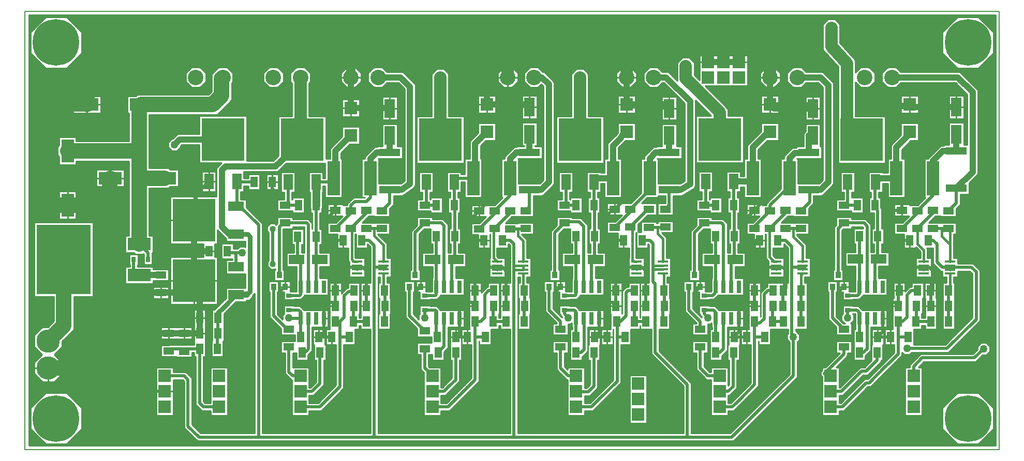
<source format=gbr>
G04 PROTEUS RS274X GERBER FILE*
%FSLAX45Y45*%
%MOMM*%
G01*
%ADD10C,0.508000*%
%ADD11C,1.016000*%
%ADD12C,1.270000*%
%ADD13C,0.254000*%
%ADD14C,1.524000*%
%ADD15C,2.032000*%
%ADD16C,2.540000*%
%ADD17C,0.762000*%
%ADD18C,0.381000*%
%ADD19C,1.016000*%
%ADD70C,2.032000*%
%ADD71C,1.270000*%
%ADD20C,0.762000*%
%ADD21C,1.524000*%
%ADD22R,2.032000X5.588000*%
%ADD23C,3.810000*%
%ADD24C,2.540000*%
%ADD25R,2.032000X2.032000*%
%ADD26R,1.143000X1.803400*%
%ADD27R,2.108200X2.108200*%
%ADD28R,1.651000X3.048000*%
%ADD29R,3.403600X1.244600*%
%ADD72R,6.985000X6.985000*%
%ADD73R,1.524000X2.540000*%
%ADD30R,0.635000X2.032000*%
%ADD31R,1.803400X1.143000*%
%ADD32R,2.540000X1.524000*%
%ADD33R,0.889000X0.635000*%
%ADD34R,0.889000X1.016000*%
%ADD35R,1.778000X0.381000*%
%ADD36C,7.620000*%
%ADD37R,3.810000X2.032000*%
%ADD38R,2.032000X3.810000*%
%ADD39R,0.635000X0.889000*%
%ADD40R,8.890000X11.430000*%
%ADD41C,0.203200*%
G36*
X+8448040Y-4193540D02*
X-7368540Y-4193540D01*
X-7368540Y+2860040D01*
X+8448040Y+2860040D01*
X+8448040Y-4193540D01*
G37*
%LPC*%
G36*
X+4394199Y+1955801D02*
X+4394199Y+1701801D01*
X+3700251Y+1701801D01*
X+4076699Y+1325353D01*
X+4076699Y+1212849D01*
X+4324349Y+1212849D01*
X+4324349Y+438151D01*
X+3549651Y+438151D01*
X+3549651Y+1212849D01*
X+3794075Y+1212849D01*
X+3543299Y+1463625D01*
X+3543299Y+68022D01*
X+3520220Y+27259D01*
X+3326623Y-88899D01*
X+3319779Y-88899D01*
X+3319779Y-100329D01*
X+3174999Y-100329D01*
X+3174999Y-222251D01*
X+3176269Y-222251D01*
X+3176269Y-412749D01*
X+2919731Y-412749D01*
X+2919731Y-222251D01*
X+3048001Y-222251D01*
X+3048001Y-100329D01*
X+2933699Y-100329D01*
X+2933699Y-126999D01*
X+2756801Y-126999D01*
X+2661549Y-222251D01*
X+2909569Y-222251D01*
X+2909569Y-412749D01*
X+2761051Y-412749D01*
X+2604769Y-569031D01*
X+2604769Y-697231D01*
X+2653031Y-697231D01*
X+2653031Y-522251D01*
X+2909569Y-522251D01*
X+2909569Y-554001D01*
X+2919731Y-554001D01*
X+2919731Y-512251D01*
X+3176269Y-512251D01*
X+3176269Y-702749D01*
X+2991292Y-702749D01*
X+3065249Y-776706D01*
X+3065249Y-1119451D01*
X+3135099Y-1119451D01*
X+3135099Y-1428749D01*
X+3077648Y-1428749D01*
X+3077648Y-1522731D01*
X+3115749Y-1522731D01*
X+3115749Y-1776731D01*
X+3125749Y-1776731D01*
X+3125749Y-2033269D01*
X+3115749Y-2033269D01*
X+3115749Y-2287269D01*
X+2945435Y-2287269D01*
X+2945435Y-2640699D01*
X+3468753Y-3164017D01*
X+3468753Y-3990723D01*
X+3899802Y-3990723D01*
X+4005389Y-3990724D01*
X+4110977Y-3990723D01*
X+5080001Y-3021699D01*
X+5080001Y-2493184D01*
X+5041901Y-2455084D01*
X+5041901Y-2370916D01*
X+5054601Y-2358216D01*
X+5054601Y-2287269D01*
X+4766749Y-2287269D01*
X+4766749Y-2541269D01*
X+4576251Y-2541269D01*
X+4576251Y-2476499D01*
X+4571999Y-2476499D01*
X+4571998Y-2571750D01*
X+4571999Y-2704198D01*
X+4571999Y-2883802D01*
X+4571998Y-3217574D01*
X+4170073Y-3619499D01*
X+4076699Y-3619499D01*
X+4076699Y-3695699D01*
X+3797301Y-3695699D01*
X+3797301Y-3111499D01*
X+3720198Y-3111499D01*
X+3683001Y-3074301D01*
X+3556001Y-2947301D01*
X+3556001Y-2671249D01*
X+3491231Y-2671249D01*
X+3491231Y-2480751D01*
X+3747769Y-2480751D01*
X+3747769Y-2671249D01*
X+3682999Y-2671249D01*
X+3682999Y-2894699D01*
X+3772801Y-2984501D01*
X+3797301Y-2984501D01*
X+3797301Y-2908301D01*
X+4076699Y-2908301D01*
X+4076699Y-3211854D01*
X+4093399Y-3195154D01*
X+4093399Y-2795269D01*
X+4068251Y-2795269D01*
X+4068251Y-2538731D01*
X+4078251Y-2538731D01*
X+4078251Y-2284731D01*
X+4268749Y-2284731D01*
X+4268749Y-2541269D01*
X+4258749Y-2541269D01*
X+4258749Y-2795269D01*
X+4220397Y-2795269D01*
X+4220397Y-3247756D01*
X+4102654Y-3365499D01*
X+4076699Y-3365499D01*
X+4076699Y-3492501D01*
X+4117471Y-3492501D01*
X+4445002Y-3164970D01*
X+4445001Y-2704198D01*
X+4445002Y-2571750D01*
X+4445001Y-2541269D01*
X+4286251Y-2541269D01*
X+4286251Y-2284731D01*
X+4413251Y-2284731D01*
X+4413251Y-1522731D01*
X+4603749Y-1522731D01*
X+4603749Y-2081352D01*
X+4607018Y-2078083D01*
X+4607018Y-1683496D01*
X+4703013Y-1587501D01*
X+4713251Y-1587501D01*
X+4713251Y-1522731D01*
X+5054601Y-1522731D01*
X+5054601Y-953401D01*
X+4990199Y-888999D01*
X+4984749Y-888999D01*
X+4984749Y-953769D01*
X+4807014Y-953769D01*
X+4807014Y-1077509D01*
X+4848956Y-1119451D01*
X+4991099Y-1119451D01*
X+4991099Y-1428749D01*
X+4737101Y-1428749D01*
X+4737101Y-1169236D01*
X+4692716Y-1124851D01*
X+4692716Y-730249D01*
X+4684749Y-730249D01*
X+4684749Y-953769D01*
X+4494251Y-953769D01*
X+4494251Y-730249D01*
X+4380231Y-730249D01*
X+4380231Y-539751D01*
X+4477949Y-539751D01*
X+4587451Y-430249D01*
X+4380231Y-430249D01*
X+4380231Y-239751D01*
X+4636769Y-239751D01*
X+4636769Y-249751D01*
X+4699001Y-249751D01*
X+4699001Y-227699D01*
X+4940301Y+13601D01*
X+4940301Y+507999D01*
X+4991101Y+507999D01*
X+4991101Y+553446D01*
X+5125492Y+687837D01*
X+5189221Y+687837D01*
X+5189221Y+710329D01*
X+5308601Y+710329D01*
X+5308601Y+925823D01*
X+5340351Y+957573D01*
X+5340351Y+1079499D01*
X+5581649Y+1079499D01*
X+5581649Y+710329D01*
X+5605779Y+710329D01*
X+5605779Y+509671D01*
X+5198770Y+509671D01*
X+5197098Y+507999D01*
X+5219699Y+507999D01*
X+5219699Y+100329D01*
X+5562607Y+100329D01*
X+5626101Y+163823D01*
X+5626101Y+1677677D01*
X+5551177Y+1752601D01*
X+5351586Y+1752601D01*
X+5275386Y+1676401D01*
X+5138614Y+1676401D01*
X+5041901Y+1773114D01*
X+5041901Y+1909886D01*
X+5138614Y+2006599D01*
X+5275386Y+2006599D01*
X+5351586Y+1930399D01*
X+5624823Y+1930399D01*
X+5803899Y+1751323D01*
X+5803899Y+90177D01*
X+5624823Y-88899D01*
X+5605779Y-88899D01*
X+5605779Y-100329D01*
X+5473699Y-100329D01*
X+5473699Y-231601D01*
X+5398769Y-306531D01*
X+5398769Y-440249D01*
X+5142231Y-440249D01*
X+5142231Y-430249D01*
X+5057051Y-430249D01*
X+4947549Y-539751D01*
X+5398769Y-539751D01*
X+5398769Y-730249D01*
X+5200649Y-730249D01*
X+5200649Y-744133D01*
X+5351249Y-894732D01*
X+5351248Y-954502D01*
X+5351249Y-966928D01*
X+5351249Y-1014272D01*
X+5351248Y-1083600D01*
X+5351249Y-1119451D01*
X+5421099Y-1119451D01*
X+5421099Y-1428749D01*
X+5327649Y-1428749D01*
X+5327649Y-1522731D01*
X+5365749Y-1522731D01*
X+5365749Y-2287269D01*
X+5181599Y-2287269D01*
X+5181599Y-2311401D01*
X+5185584Y-2311401D01*
X+5245099Y-2370916D01*
X+5245099Y-2455084D01*
X+5206999Y-2493184D01*
X+5206999Y-3074302D01*
X+5169801Y-3111499D01*
X+4163580Y-4117721D01*
X+4005389Y-4117720D01*
X+3899802Y-4117721D01*
X+2853661Y-4117721D01*
X+1725731Y-4117720D01*
X+545198Y-4117721D01*
X-508000Y-4117720D01*
X-1561198Y-4117721D01*
X-3622053Y-4117721D01*
X-3853004Y-4117720D01*
X-4083955Y-4117721D01*
X-4608079Y-4117721D01*
X-4825999Y-3899801D01*
X-4825999Y-3137801D01*
X-4852301Y-3111499D01*
X-5003801Y-3111499D01*
X-5003801Y-3695699D01*
X-5283199Y-3695699D01*
X-5283199Y-2908301D01*
X-5003801Y-2908301D01*
X-5003801Y-2984501D01*
X-4799699Y-2984501D01*
X-4699001Y-3085199D01*
X-4699001Y-3847199D01*
X-4555477Y-3990723D01*
X-4083955Y-3990723D01*
X-3853004Y-3990724D01*
X-3673017Y-3990723D01*
X-3673017Y-1703059D01*
X-3708401Y-1738443D01*
X-3708401Y-1756403D01*
X-3760477Y-1808479D01*
X-3810001Y-1808479D01*
X-3810001Y-1833879D01*
X-3981639Y-1833879D01*
X-4176751Y-2028991D01*
X-4176751Y-2477769D01*
X-4186751Y-2477769D01*
X-4186751Y-2731769D01*
X-4377249Y-2731769D01*
X-4377249Y-2475231D01*
X-4367249Y-2475231D01*
X-4367249Y-1967231D01*
X-4330511Y-1967231D01*
X-4140199Y-1776919D01*
X-4140199Y-1605281D01*
X-3822699Y-1605281D01*
X-3822699Y-1376679D01*
X-4140199Y-1376679D01*
X-4140199Y-1148081D01*
X-4038599Y-1148081D01*
X-4038599Y-1136649D01*
X-4214849Y-1136649D01*
X-4214849Y-880111D01*
X-4024351Y-880111D01*
X-4024351Y-967867D01*
X-3953684Y-967867D01*
X-3915584Y-929767D01*
X-3831416Y-929767D01*
X-3822699Y-938484D01*
X-3822699Y-843279D01*
X-4140199Y-843279D01*
X-4140199Y-801098D01*
X-4278631Y-662666D01*
X-4278631Y-887729D01*
X-4324351Y-887729D01*
X-4324351Y-1103631D01*
X-4278631Y-1103631D01*
X-4278631Y-1878329D01*
X-5053329Y-1878329D01*
X-5053329Y-1103631D01*
X-4514849Y-1103631D01*
X-4514849Y-887729D01*
X-5053329Y-887729D01*
X-5053329Y-113031D01*
X-4295699Y-113031D01*
X-4295699Y+358338D01*
X-4215886Y+438151D01*
X-4578349Y+438151D01*
X-4578349Y+736601D01*
X-4863162Y+736601D01*
X-4887753Y+712010D01*
X-4887753Y+694049D01*
X-4947268Y+634534D01*
X-5031436Y+634534D01*
X-5090951Y+694049D01*
X-5090951Y+778217D01*
X-5031436Y+837732D01*
X-5013475Y+837732D01*
X-4936808Y+914399D01*
X-4578349Y+914399D01*
X-4578349Y+1212849D01*
X-3803651Y+1212849D01*
X-3803651Y+472258D01*
X-3368212Y+472258D01*
X-3307710Y+532760D01*
X-3282949Y+557437D01*
X-3282949Y+1205229D01*
X-3060699Y+1205229D01*
X-3060699Y+1747714D01*
X-3086099Y+1773114D01*
X-3086099Y+1909886D01*
X-2989386Y+2006599D01*
X-2852614Y+2006599D01*
X-2755901Y+1909886D01*
X-2755901Y+1773114D01*
X-2781301Y+1747714D01*
X-2781301Y+1205229D01*
X-2508251Y+1205229D01*
X-2508251Y+507999D01*
X-2438399Y+507999D01*
X-2438399Y+671823D01*
X-2239009Y+871213D01*
X-2239009Y+1032509D01*
X-1951991Y+1032509D01*
X-1951991Y+745491D01*
X-2113287Y+745491D01*
X-2260601Y+598177D01*
X-2260601Y+507999D01*
X-2238301Y+507999D01*
X-2238301Y-126999D01*
X-2517699Y-126999D01*
X-2517699Y+63501D01*
X-2552701Y+63501D01*
X-2552701Y-38099D01*
X-2565401Y-38099D01*
X-2565401Y-296084D01*
X-2571751Y-302434D01*
X-2571751Y-382269D01*
X-2603501Y-382269D01*
X-2603501Y-640081D01*
X-2571751Y-640081D01*
X-2571751Y-896619D01*
X-2603501Y-896619D01*
X-2603501Y-1028701D01*
X-2438401Y-1028701D01*
X-2438401Y-1257299D01*
X-2603501Y-1257299D01*
X-2603501Y-1447801D01*
X-2470151Y-1447801D01*
X-2470151Y-1727199D01*
X-2857501Y-1727199D01*
X-2857501Y-1740801D01*
X-2913749Y-1797049D01*
X-3028951Y-1797049D01*
X-3028951Y-1803399D01*
X-3194049Y-1803399D01*
X-3194049Y-1676399D01*
X-3257549Y-1676399D01*
X-3257549Y-1498601D01*
X-3092451Y-1498601D01*
X-3092451Y-1663701D01*
X-3028951Y-1663701D01*
X-3028951Y-1670051D01*
X-2990849Y-1670051D01*
X-2990849Y-1447801D01*
X-2984499Y-1447801D01*
X-2984499Y-1257299D01*
X-3149599Y-1257299D01*
X-3149599Y-1028701D01*
X-3030499Y-1028701D01*
X-3030499Y-896619D01*
X-3062249Y-896619D01*
X-3062249Y-640081D01*
X-2871751Y-640081D01*
X-2871751Y-896619D01*
X-2903501Y-896619D01*
X-2903501Y-1028701D01*
X-2857499Y-1028701D01*
X-2857499Y-607498D01*
X-3046731Y-607499D01*
X-3046731Y-639249D01*
X-3205481Y-639249D01*
X-3205481Y-1308101D01*
X-3186431Y-1308101D01*
X-3186431Y-1485899D01*
X-3351529Y-1485899D01*
X-3351529Y-1308101D01*
X-3332479Y-1308101D01*
X-3332479Y-1298438D01*
X-3338132Y-1304091D01*
X-3411778Y-1304091D01*
X-3463854Y-1252015D01*
X-3463854Y-1178369D01*
X-3443469Y-1157984D01*
X-3443469Y-701651D01*
X-3468869Y-676251D01*
X-3468869Y-602605D01*
X-3416793Y-550529D01*
X-3343147Y-550529D01*
X-3322478Y-571198D01*
X-3303269Y-551989D01*
X-3303269Y-448751D01*
X-3046731Y-448751D01*
X-3046731Y-480501D01*
X-2795198Y-480502D01*
X-2730501Y-545199D01*
X-2730501Y-640081D01*
X-2730499Y-640081D01*
X-2730499Y-382269D01*
X-2762249Y-382269D01*
X-2762249Y-302434D01*
X-2768599Y-296084D01*
X-2768599Y-38099D01*
X-2781299Y-38099D01*
X-2781299Y+292099D01*
X-2552701Y+292099D01*
X-2552701Y+190499D01*
X-2517699Y+190499D01*
X-2517699Y+430531D01*
X-3158403Y+430531D01*
X-3181850Y+407176D01*
X-3294566Y+294460D01*
X-3848101Y+294460D01*
X-3848101Y+190499D01*
X-3778249Y+190499D01*
X-3778249Y+255269D01*
X-3587751Y+255269D01*
X-3587751Y-1269D01*
X-3778249Y-1269D01*
X-3778249Y+63501D01*
X-3848101Y+63501D01*
X-3848101Y-30479D01*
X-3898901Y-30479D01*
X-3898901Y-157481D01*
X-3810001Y-157481D01*
X-3810001Y-287355D01*
X-3546019Y-551337D01*
X-3546019Y-3990723D01*
X-1777999Y-3990723D01*
X-1777999Y-2287269D01*
X-1936749Y-2287269D01*
X-1936749Y-2222499D01*
X-1964251Y-2222499D01*
X-1964251Y-2287269D01*
X-2027751Y-2287269D01*
X-2027751Y-2541269D01*
X-2212599Y-2541269D01*
X-2212599Y-3254899D01*
X-2577198Y-3619498D01*
X-2603500Y-3619498D01*
X-2781301Y-3619499D01*
X-2781301Y-3695699D01*
X-3060699Y-3695699D01*
X-3060699Y-3111499D01*
X-3074301Y-3111499D01*
X-3174999Y-3010801D01*
X-3174999Y-2671249D01*
X-3239769Y-2671249D01*
X-3239769Y-2480751D01*
X-3016249Y-2480751D01*
X-3016249Y-2381249D01*
X-3239769Y-2381249D01*
X-3239769Y-2278011D01*
X-3426459Y-2091321D01*
X-3426459Y-1676399D01*
X-3445509Y-1676399D01*
X-3445509Y-1498601D01*
X-3280411Y-1498601D01*
X-3280411Y-1676399D01*
X-3299461Y-1676399D01*
X-3299461Y-2038719D01*
X-3213099Y-2125081D01*
X-3213099Y-2053416D01*
X-3194049Y-2034366D01*
X-3194049Y-1898651D01*
X-3028951Y-1898651D01*
X-3028951Y-1905001D01*
X-2926244Y-1905001D01*
X-2862744Y-1968501D01*
X-2470151Y-1968501D01*
X-2470151Y-2247899D01*
X-2730501Y-2247899D01*
X-2730501Y-2637510D01*
X-2798251Y-2705260D01*
X-2798251Y-2795269D01*
X-2988749Y-2795269D01*
X-2988749Y-2671249D01*
X-3048001Y-2671249D01*
X-3048001Y-2908301D01*
X-2781301Y-2908301D01*
X-2781301Y-3238501D01*
X-2756801Y-3238501D01*
X-2666999Y-3148699D01*
X-2666999Y-2795269D01*
X-2698749Y-2795269D01*
X-2698749Y-2541269D01*
X-2716249Y-2541269D01*
X-2716249Y-2284731D01*
X-2525751Y-2284731D01*
X-2525751Y-2538731D01*
X-2508251Y-2538731D01*
X-2508251Y-2795269D01*
X-2540001Y-2795269D01*
X-2540001Y-3201301D01*
X-2704199Y-3365499D01*
X-2781301Y-3365499D01*
X-2781301Y-3492501D01*
X-2629802Y-3492502D01*
X-2339597Y-3202297D01*
X-2339597Y-2541269D01*
X-2508249Y-2541269D01*
X-2508249Y-2284731D01*
X-2444749Y-2284731D01*
X-2444749Y-1522731D01*
X-2254251Y-1522731D01*
X-2254251Y-1698321D01*
X-2162108Y-1606178D01*
X-2144749Y-1606178D01*
X-2144749Y-1522731D01*
X-1954251Y-1522731D01*
X-1954251Y-2033269D01*
X-1964251Y-2033269D01*
X-1964251Y-2095501D01*
X-1936749Y-2095501D01*
X-1936749Y-1522731D01*
X-1777999Y-1522731D01*
X-1777999Y-940701D01*
X-1827251Y-891449D01*
X-1827251Y-953769D01*
X-2017749Y-953769D01*
X-2017749Y-730249D01*
X-2028199Y-730249D01*
X-2028199Y-1116373D01*
X-2025121Y-1119451D01*
X-1866901Y-1119451D01*
X-1866901Y-1428749D01*
X-2120899Y-1428749D01*
X-2120899Y-1185313D01*
X-2142497Y-1163715D01*
X-2142497Y-953769D01*
X-2317749Y-953769D01*
X-2317749Y-730249D01*
X-2477769Y-730249D01*
X-2477769Y-539751D01*
X-2344051Y-539751D01*
X-2234549Y-430249D01*
X-2477769Y-430249D01*
X-2477769Y-239751D01*
X-2221231Y-239751D01*
X-2221231Y-249751D01*
X-2158999Y-249751D01*
X-2158999Y-227699D01*
X-2058301Y-127001D01*
X-1867801Y-127001D01*
X-1867799Y-126999D01*
X-1917699Y-126999D01*
X-1917699Y+507999D01*
X-1866899Y+507999D01*
X-1866899Y+544823D01*
X-1712823Y+698899D01*
X-1668779Y+698899D01*
X-1668779Y+710329D01*
X-1581149Y+710329D01*
X-1581149Y+1079499D01*
X-1339851Y+1079499D01*
X-1339851Y+710329D01*
X-1252221Y+710329D01*
X-1252221Y+509671D01*
X-1650607Y+509671D01*
X-1652279Y+507999D01*
X-1638301Y+507999D01*
X-1638301Y+100329D01*
X-1280870Y+100329D01*
X-1219199Y+142605D01*
X-1219199Y+1652079D01*
X-1319721Y+1752601D01*
X-1506414Y+1752601D01*
X-1582614Y+1676401D01*
X-1719386Y+1676401D01*
X-1816099Y+1773114D01*
X-1816099Y+1909886D01*
X-1719386Y+2006599D01*
X-1582614Y+2006599D01*
X-1506414Y+1930399D01*
X-1246075Y+1930399D01*
X-1041401Y+1725725D01*
X-1041401Y+73781D01*
X-1061900Y+34874D01*
X-1242456Y-88899D01*
X-1252221Y-88899D01*
X-1252221Y-100329D01*
X-1397001Y-100329D01*
X-1397001Y-244301D01*
X-1459231Y-306531D01*
X-1459231Y-440249D01*
X-1715769Y-440249D01*
X-1715769Y-430249D01*
X-1800949Y-430249D01*
X-1910451Y-539751D01*
X-1459231Y-539751D01*
X-1459231Y-730249D01*
X-1654531Y-730249D01*
X-1506751Y-878028D01*
X-1506751Y-1119451D01*
X-1436901Y-1119451D01*
X-1436901Y-1428749D01*
X-1506751Y-1428749D01*
X-1506751Y-1522731D01*
X-1456251Y-1522731D01*
X-1456251Y-1776731D01*
X-1446251Y-1776731D01*
X-1446251Y-2033269D01*
X-1456251Y-2033269D01*
X-1456251Y-2287269D01*
X-1646749Y-2287269D01*
X-1646749Y-2030731D01*
X-1636749Y-2030731D01*
X-1636749Y-1779269D01*
X-1646749Y-1779269D01*
X-1646749Y-1522731D01*
X-1621049Y-1522731D01*
X-1621049Y-1428749D01*
X-1651001Y-1428749D01*
X-1651001Y-3990723D01*
X-1561198Y-3990723D01*
X-508000Y-3990724D01*
X+508001Y-3990723D01*
X+508001Y-2287269D01*
X+349251Y-2287269D01*
X+349251Y-2222499D01*
X+321749Y-2222499D01*
X+321749Y-2287269D01*
X+194749Y-2287269D01*
X+194749Y-2541269D01*
X+4251Y-2541269D01*
X+4251Y-2476499D01*
X-1Y-2476499D01*
X-1Y-3137801D01*
X-481699Y-3619499D01*
X-622301Y-3619499D01*
X-622301Y-3695699D01*
X-901699Y-3695699D01*
X-901699Y-2998560D01*
X-908500Y-2991786D01*
X-952499Y-2947787D01*
X-952499Y-2698749D01*
X-1017269Y-2698749D01*
X-1017269Y-2508251D01*
X-776249Y-2508251D01*
X-776249Y-2408749D01*
X-1017269Y-2408749D01*
X-1017269Y-2275031D01*
X-1203959Y-2088341D01*
X-1203959Y-1676399D01*
X-1223009Y-1676399D01*
X-1223009Y-1498601D01*
X-1057911Y-1498601D01*
X-1057911Y-1676399D01*
X-1076961Y-1676399D01*
X-1076961Y-2035739D01*
X-990599Y-2122101D01*
X-990599Y-2053416D01*
X-971549Y-2034366D01*
X-971549Y-1898651D01*
X-806451Y-1898651D01*
X-806451Y-1905001D01*
X-695115Y-1905001D01*
X-631615Y-1968501D01*
X-247651Y-1968501D01*
X-247651Y-2247899D01*
X-508001Y-2247899D01*
X-508001Y-2593801D01*
X-575751Y-2661551D01*
X-575751Y-2795269D01*
X-766249Y-2795269D01*
X-766249Y-2698749D01*
X-825501Y-2698749D01*
X-825501Y-2895185D01*
X-818808Y-2901878D01*
X-812347Y-2908301D01*
X-622301Y-2908301D01*
X-622301Y-3238501D01*
X-597801Y-3238501D01*
X-444499Y-3085199D01*
X-444499Y-2795269D01*
X-476249Y-2795269D01*
X-476249Y-2284731D01*
X-285751Y-2284731D01*
X-285751Y-2795269D01*
X-317501Y-2795269D01*
X-317501Y-3137801D01*
X-545198Y-3365499D01*
X-622301Y-3365499D01*
X-622301Y-3492501D01*
X-534301Y-3492501D01*
X-126999Y-3085199D01*
X-126999Y-2541269D01*
X-285749Y-2541269D01*
X-285749Y-2284731D01*
X-158749Y-2284731D01*
X-158749Y-1522731D01*
X+31749Y-1522731D01*
X+31749Y-1685369D01*
X+129617Y-1587501D01*
X+141251Y-1587501D01*
X+141251Y-1522731D01*
X+331749Y-1522731D01*
X+331749Y-2033269D01*
X+321749Y-2033269D01*
X+321749Y-2095501D01*
X+349251Y-2095501D01*
X+349251Y-1522731D01*
X+508001Y-1522731D01*
X+508001Y-1281798D01*
X+508002Y-1238250D01*
X+508001Y-1168400D01*
X+508001Y-915301D01*
X+481699Y-888999D01*
X+476249Y-888999D01*
X+476249Y-953769D01*
X+291553Y-953769D01*
X+291553Y-1094933D01*
X+317571Y-1120951D01*
X+420899Y-1120951D01*
X+420899Y-1430249D01*
X+166901Y-1430249D01*
X+166901Y-1120951D01*
X+177255Y-1120951D01*
X+177255Y-730249D01*
X+176249Y-730249D01*
X+176249Y-953769D01*
X-14249Y-953769D01*
X-14249Y-740249D01*
X-128269Y-740249D01*
X-128269Y-549751D01*
X+5449Y-549751D01*
X+114951Y-440249D01*
X-128269Y-440249D01*
X-128269Y-249751D01*
X+259449Y-249751D01*
X+382201Y-126999D01*
X+368301Y-126999D01*
X+368301Y+507999D01*
X+419101Y+507999D01*
X+419101Y+544823D01*
X+573177Y+698899D01*
X+617221Y+698899D01*
X+617221Y+710329D01*
X+736601Y+710329D01*
X+736601Y+716501D01*
X+704851Y+716501D01*
X+704851Y+1097499D01*
X+946149Y+1097499D01*
X+946149Y+716501D01*
X+914399Y+716501D01*
X+914399Y+710329D01*
X+1033779Y+710329D01*
X+1033779Y+509671D01*
X+635393Y+509671D01*
X+633721Y+507999D01*
X+647699Y+507999D01*
X+647699Y+100329D01*
X+990607Y+100329D01*
X+1054101Y+163823D01*
X+1054101Y+1691788D01*
X+1019787Y+1726102D01*
X+970086Y+1676401D01*
X+833314Y+1676401D01*
X+736601Y+1773114D01*
X+736601Y+1909886D01*
X+833314Y+2006599D01*
X+970086Y+2006599D01*
X+1046286Y+1930399D01*
X+1066934Y+1930399D01*
X+1231899Y+1765434D01*
X+1231899Y+90177D01*
X+1052823Y-88899D01*
X+1033779Y-88899D01*
X+1033779Y-100329D01*
X+888999Y-100329D01*
X+888999Y-249751D01*
X+890269Y-249751D01*
X+890269Y-440249D01*
X+538551Y-440249D01*
X+429049Y-549751D01*
X+633731Y-549751D01*
X+633731Y-539751D01*
X+890269Y-539751D01*
X+890269Y-730249D01*
X+696769Y-730249D01*
X+781049Y-814529D01*
X+781049Y-1120951D01*
X+850899Y-1120951D01*
X+850899Y-1430249D01*
X+781049Y-1430249D01*
X+781049Y-1522731D01*
X+829749Y-1522731D01*
X+829749Y-1776731D01*
X+839749Y-1776731D01*
X+839749Y-2033269D01*
X+829749Y-2033269D01*
X+829749Y-2287269D01*
X+639251Y-2287269D01*
X+639251Y-2030731D01*
X+649251Y-2030731D01*
X+649251Y-1779269D01*
X+639251Y-1779269D01*
X+639251Y-1522731D01*
X+666751Y-1522731D01*
X+666751Y-1430249D01*
X+634999Y-1430249D01*
X+634999Y-3990723D01*
X+1725731Y-3990724D01*
X+3341755Y-3990723D01*
X+3341755Y-3216619D01*
X+2818437Y-2693301D01*
X+2818437Y-2287269D01*
X+2635251Y-2287269D01*
X+2635251Y-2222499D01*
X+2635249Y-2222499D01*
X+2635249Y-2287269D01*
X+2480749Y-2287269D01*
X+2480749Y-2541269D01*
X+2323497Y-2541269D01*
X+2323497Y-2899394D01*
X+2323496Y-3163804D01*
X+1867801Y-3619499D01*
X+1727199Y-3619499D01*
X+1727199Y-3695699D01*
X+1447801Y-3695699D01*
X+1447801Y-3111499D01*
X+1434199Y-3111499D01*
X+1270001Y-2947301D01*
X+1270001Y-2671249D01*
X+1205231Y-2671249D01*
X+1205231Y-2480751D01*
X+1461769Y-2480751D01*
X+1461769Y-2671249D01*
X+1396999Y-2671249D01*
X+1396999Y-2894699D01*
X+1447801Y-2945501D01*
X+1447801Y-2908301D01*
X+1727199Y-2908301D01*
X+1727199Y-3246864D01*
X+1757446Y-3246864D01*
X+1814002Y-3190308D01*
X+1814001Y-2795269D01*
X+1782251Y-2795269D01*
X+1782251Y-2538731D01*
X+1792251Y-2538731D01*
X+1792251Y-2284731D01*
X+1982749Y-2284731D01*
X+1982749Y-2541269D01*
X+1972749Y-2541269D01*
X+1972749Y-2795269D01*
X+1940999Y-2795269D01*
X+1940998Y-3242912D01*
X+1810050Y-3373860D01*
X+1727199Y-3373860D01*
X+1727199Y-3492501D01*
X+1815199Y-3492501D01*
X+2196500Y-3111200D01*
X+2196499Y-2287269D01*
X+2190749Y-2287269D01*
X+2190749Y-2541269D01*
X+2000251Y-2541269D01*
X+2000251Y-2284731D01*
X+2154751Y-2284731D01*
X+2154751Y-2033269D01*
X+2144751Y-2033269D01*
X+2144751Y-1522731D01*
X+2335249Y-1522731D01*
X+2335249Y-2030731D01*
X+2338612Y-2030731D01*
X+2338612Y-1661894D01*
X+2410653Y-1589853D01*
X+2444751Y-1589853D01*
X+2444751Y-1522731D01*
X+2635249Y-1522731D01*
X+2635249Y-2095501D01*
X+2635251Y-2095501D01*
X+2635251Y-1522731D01*
X+2781301Y-1522731D01*
X+2781301Y-902601D01*
X+2767699Y-888999D01*
X+2762249Y-888999D01*
X+2762249Y-953769D01*
X+2571751Y-953769D01*
X+2571751Y-702749D01*
X+2568474Y-702749D01*
X+2568474Y-1119451D01*
X+2705099Y-1119451D01*
X+2705099Y-1428749D01*
X+2451101Y-1428749D01*
X+2451101Y-1119451D01*
X+2454178Y-1119451D01*
X+2454178Y-953769D01*
X+2271751Y-953769D01*
X+2271751Y-712749D01*
X+2094231Y-712749D01*
X+2094231Y-522251D01*
X+2227949Y-522251D01*
X+2337451Y-412749D01*
X+2094231Y-412749D01*
X+2094231Y-222251D01*
X+2481949Y-222251D01*
X+2654301Y-49899D01*
X+2654301Y+507999D01*
X+2705101Y+507999D01*
X+2705101Y+548323D01*
X+2855677Y+698899D01*
X+2903221Y+698899D01*
X+2903221Y+710329D01*
X+2990851Y+710329D01*
X+2990851Y+1079499D01*
X+3232149Y+1079499D01*
X+3232149Y+710329D01*
X+3319779Y+710329D01*
X+3319779Y+509671D01*
X+2917893Y+509671D01*
X+2916221Y+507999D01*
X+2933699Y+507999D01*
X+2933699Y+100329D01*
X+3296427Y+100329D01*
X+3365501Y+141773D01*
X+3365501Y+1410977D01*
X+3023877Y+1752601D01*
X+3002086Y+1752601D01*
X+2925886Y+1676401D01*
X+2789114Y+1676401D01*
X+2692401Y+1773114D01*
X+2692401Y+1909886D01*
X+2789114Y+2006599D01*
X+2925886Y+2006599D01*
X+3002086Y+1930399D01*
X+3097523Y+1930399D01*
X+3244082Y+1783840D01*
X+3244082Y+2085917D01*
X+3325916Y+2167751D01*
X+3441646Y+2167751D01*
X+3523480Y+2085917D01*
X+3523480Y+1878572D01*
X+3606801Y+1795251D01*
X+3606801Y+2235199D01*
X+4394199Y+2235199D01*
X+4394199Y+1955801D01*
G37*
G36*
X-6311901Y-1752599D02*
X-6629401Y-1752599D01*
X-6629401Y-2290885D01*
X-6819901Y-2481385D01*
X-6819901Y-2571189D01*
X-6947462Y-2698750D01*
X-6819901Y-2826311D01*
X-6819901Y-3015689D01*
X-6953811Y-3149599D01*
X-7143189Y-3149599D01*
X-7277099Y-3015689D01*
X-7277099Y-2826311D01*
X-7149538Y-2698750D01*
X-7277099Y-2571189D01*
X-7277099Y-2381811D01*
X-7143189Y-2247901D01*
X-7053385Y-2247901D01*
X-6959599Y-2154115D01*
X-6959599Y-1752599D01*
X-7277099Y-1752599D01*
X-7277099Y-533401D01*
X-6311901Y-533401D01*
X-6311901Y-1752599D01*
G37*
G36*
X-2260599Y+1773114D02*
X-2260599Y+1909886D01*
X-2163886Y+2006599D01*
X-2027114Y+2006599D01*
X-1930401Y+1909886D01*
X-1930401Y+1773114D01*
X-2027114Y+1676401D01*
X-2163886Y+1676401D01*
X-2260599Y+1773114D01*
G37*
G36*
X-4476751Y-2223769D02*
X-4476751Y-2731769D01*
X-4508501Y-2731769D01*
X-4508502Y-3466198D01*
X-4482199Y-3492501D01*
X-4394199Y-3492501D01*
X-4394199Y-2908301D01*
X-4114801Y-2908301D01*
X-4114801Y-3695699D01*
X-4394199Y-3695699D01*
X-4394199Y-3619499D01*
X-4534801Y-3619499D01*
X-4635498Y-3518802D01*
X-4635498Y-3492500D01*
X-4635499Y-2731769D01*
X-4667249Y-2731769D01*
X-4667249Y-2666999D01*
X-4697731Y-2666999D01*
X-4697731Y-2744749D01*
X-4954269Y-2744749D01*
X-4954269Y-2734749D01*
X-5208269Y-2734749D01*
X-5208269Y-2544251D01*
X-5074551Y-2544251D01*
X-5070301Y-2540001D01*
X-4667249Y-2540001D01*
X-4667249Y-1967231D01*
X-4476751Y-1967231D01*
X-4476751Y-2223769D01*
G37*
G36*
X-3287751Y-1269D02*
X-3478249Y-1269D01*
X-3478249Y+255269D01*
X-3287751Y+255269D01*
X-3287751Y-1269D01*
G37*
G36*
X-1951991Y+1195491D02*
X-2239009Y+1195491D01*
X-2239009Y+1482509D01*
X-1951991Y+1482509D01*
X-1951991Y+1195491D01*
G37*
G36*
X-1339851Y+1143001D02*
X-1581149Y+1143001D01*
X-1581149Y+1523999D01*
X-1339851Y+1523999D01*
X-1339851Y+1143001D01*
G37*
G36*
X-3009901Y-38099D02*
X-3060701Y-38099D01*
X-3060701Y-158751D01*
X-3052249Y-158751D01*
X-3052249Y-125731D01*
X-2861751Y-125731D01*
X-2861751Y-382269D01*
X-3052249Y-382269D01*
X-3052249Y-349249D01*
X-3303269Y-349249D01*
X-3303269Y-158751D01*
X-3187699Y-158751D01*
X-3187699Y-38099D01*
X-3238499Y-38099D01*
X-3238499Y+292099D01*
X-3009901Y+292099D01*
X-3009901Y-38099D01*
G37*
G36*
X-495301Y+1899365D02*
X-495301Y+1205229D01*
X-247651Y+1205229D01*
X-247651Y+430531D01*
X-1022349Y+430531D01*
X-1022349Y+1205229D01*
X-774699Y+1205229D01*
X-774699Y+1899365D01*
X-692865Y+1981199D01*
X-577135Y+1981199D01*
X-495301Y+1899365D01*
G37*
G36*
X-749301Y-38099D02*
X-800101Y-38099D01*
X-800101Y-158751D01*
X-793749Y-158751D01*
X-793749Y-125731D01*
X-603251Y-125731D01*
X-603251Y-382269D01*
X-793749Y-382269D01*
X-793749Y-349249D01*
X-1017269Y-349249D01*
X-1017269Y-158751D01*
X-927099Y-158751D01*
X-927099Y-38099D01*
X-977899Y-38099D01*
X-977899Y+292099D01*
X-749301Y+292099D01*
X-749301Y-38099D01*
G37*
G36*
X+270509Y+803491D02*
X+109213Y+803491D01*
X+25399Y+719677D01*
X+25399Y+507999D01*
X+47699Y+507999D01*
X+47699Y-126999D01*
X-231699Y-126999D01*
X-231699Y+127001D01*
X-292101Y+127001D01*
X-292101Y-38099D01*
X-345001Y-38099D01*
X-345001Y-125731D01*
X-313251Y-125731D01*
X-313251Y-382269D01*
X-335001Y-382269D01*
X-335001Y-633731D01*
X-303251Y-633731D01*
X-303251Y-890269D01*
X-335001Y-890269D01*
X-335001Y-1028701D01*
X-215901Y-1028701D01*
X-215901Y-1257299D01*
X-381001Y-1257299D01*
X-381001Y-1447801D01*
X-247651Y-1447801D01*
X-247651Y-1727199D01*
X-635001Y-1727199D01*
X-635001Y-1740801D01*
X-691249Y-1797049D01*
X-806451Y-1797049D01*
X-806451Y-1803399D01*
X-971549Y-1803399D01*
X-971549Y-1676399D01*
X-1035049Y-1676399D01*
X-1035049Y-1498601D01*
X-869951Y-1498601D01*
X-869951Y-1663701D01*
X-806451Y-1663701D01*
X-806451Y-1670051D01*
X-768349Y-1670051D01*
X-768349Y-1447801D01*
X-761999Y-1447801D01*
X-761999Y-1257299D01*
X-927099Y-1257299D01*
X-927099Y-1028701D01*
X-761998Y-1028701D01*
X-761999Y-890269D01*
X-793749Y-890269D01*
X-793749Y-639249D01*
X-894449Y-639249D01*
X-982981Y-727781D01*
X-982981Y-1308101D01*
X-963931Y-1308101D01*
X-963931Y-1485899D01*
X-1129029Y-1485899D01*
X-1129029Y-1308101D01*
X-1109979Y-1308101D01*
X-1109979Y-675179D01*
X-1017269Y-582469D01*
X-1017269Y-448751D01*
X-760731Y-448751D01*
X-760731Y-479868D01*
X-591503Y-479868D01*
X-508001Y-563370D01*
X-508001Y-1028701D01*
X-461999Y-1028701D01*
X-461999Y-890269D01*
X-493749Y-890269D01*
X-493749Y-633731D01*
X-461999Y-633731D01*
X-461999Y-382269D01*
X-503749Y-382269D01*
X-503749Y-125731D01*
X-471999Y-125731D01*
X-471999Y-38099D01*
X-520699Y-38099D01*
X-520699Y+292099D01*
X-292101Y+292099D01*
X-292101Y+253999D01*
X-231699Y+253999D01*
X-231699Y+507999D01*
X-152399Y+507999D01*
X-152399Y+793323D01*
X-16509Y+929213D01*
X-16509Y+1090509D01*
X+270509Y+1090509D01*
X+270509Y+803491D01*
G37*
G36*
X+270509Y+1253491D02*
X-16509Y+1253491D01*
X-16509Y+1540509D01*
X+270509Y+1540509D01*
X+270509Y+1253491D01*
G37*
G36*
X+946149Y+1161001D02*
X+704851Y+1161001D01*
X+704851Y+1541999D01*
X+946149Y+1541999D01*
X+946149Y+1161001D01*
G37*
G36*
X+3232149Y+1143001D02*
X+2990851Y+1143001D01*
X+2990851Y+1523999D01*
X+3232149Y+1523999D01*
X+3232149Y+1143001D01*
G37*
G36*
X+2556509Y+1253491D02*
X+2269491Y+1253491D01*
X+2269491Y+1540509D01*
X+2556509Y+1540509D01*
X+2556509Y+1253491D01*
G37*
G36*
X+2556509Y+803491D02*
X+2395467Y+803491D01*
X+2383036Y+784905D01*
X+2282899Y+684768D01*
X+2282899Y+507999D01*
X+2333699Y+507999D01*
X+2333699Y-126999D01*
X+2054301Y-126999D01*
X+2054301Y+101602D01*
X+1993899Y+101602D01*
X+1993899Y-38099D01*
X+1943099Y-38099D01*
X+1943099Y-125731D01*
X+1972749Y-125731D01*
X+1972749Y-382269D01*
X+1950999Y-382269D01*
X+1950999Y-633731D01*
X+1982749Y-633731D01*
X+1982749Y-890269D01*
X+1950999Y-890269D01*
X+1950998Y-1028701D01*
X+2070099Y-1028701D01*
X+2070099Y-1257299D01*
X+1904999Y-1257299D01*
X+1904999Y-1447801D01*
X+2038349Y-1447801D01*
X+2038349Y-1727199D01*
X+1650999Y-1727199D01*
X+1650999Y-1740801D01*
X+1594751Y-1797049D01*
X+1479549Y-1797049D01*
X+1479549Y-1803399D01*
X+1314451Y-1803399D01*
X+1314451Y-1676399D01*
X+1250951Y-1676399D01*
X+1250951Y-1498601D01*
X+1416049Y-1498601D01*
X+1416049Y-1663701D01*
X+1479549Y-1663701D01*
X+1479549Y-1670051D01*
X+1517651Y-1670051D01*
X+1517651Y-1447801D01*
X+1524001Y-1447801D01*
X+1524001Y-1257299D01*
X+1358901Y-1257299D01*
X+1358901Y-1028701D01*
X+1524002Y-1028701D01*
X+1524001Y-890269D01*
X+1492251Y-890269D01*
X+1492251Y-639249D01*
X+1391551Y-639249D01*
X+1303019Y-727781D01*
X+1303019Y-1308101D01*
X+1322069Y-1308101D01*
X+1322069Y-1485899D01*
X+1156971Y-1485899D01*
X+1156971Y-1308101D01*
X+1176021Y-1308101D01*
X+1176021Y-675179D01*
X+1268731Y-582469D01*
X+1268731Y-448751D01*
X+1525269Y-448751D01*
X+1525269Y-462606D01*
X+1666020Y-462606D01*
X+1777999Y-574585D01*
X+1777999Y-1028701D01*
X+1824002Y-1028701D01*
X+1824001Y-890269D01*
X+1792251Y-890269D01*
X+1792251Y-633731D01*
X+1824001Y-633731D01*
X+1824001Y-382269D01*
X+1782251Y-382269D01*
X+1782251Y-125731D01*
X+1814001Y-125731D01*
X+1814001Y-100698D01*
X+1816101Y-98598D01*
X+1816101Y-38099D01*
X+1765301Y-38099D01*
X+1765301Y+292099D01*
X+1993899Y+292099D01*
X+1993899Y+279398D01*
X+2054301Y+279398D01*
X+2054301Y+507999D01*
X+2105101Y+507999D01*
X+2105101Y+758414D01*
X+2244964Y+898277D01*
X+2269491Y+934949D01*
X+2269491Y+1090509D01*
X+2556509Y+1090509D01*
X+2556509Y+803491D01*
G37*
G36*
X+1228089Y-1676399D02*
X+1209039Y-1676399D01*
X+1209039Y-1944739D01*
X+1358901Y-2094601D01*
X+1358901Y-2083701D01*
X+1333501Y-2058301D01*
X+1333501Y-2038349D01*
X+1314451Y-2038349D01*
X+1314451Y-1898651D01*
X+1479549Y-1898651D01*
X+1479549Y-1905001D01*
X+1584461Y-1905001D01*
X+1647961Y-1968501D01*
X+2038349Y-1968501D01*
X+2038349Y-2247899D01*
X+1780090Y-2247899D01*
X+1780090Y-2643912D01*
X+1693504Y-2730498D01*
X+1682749Y-2730498D01*
X+1682749Y-2795269D01*
X+1492251Y-2795269D01*
X+1492251Y-2284731D01*
X+1524001Y-2284731D01*
X+1524001Y-2247899D01*
X+1517651Y-2247899D01*
X+1517651Y-2182032D01*
X+1502584Y-2197099D01*
X+1461769Y-2197099D01*
X+1461769Y-2381249D01*
X+1205231Y-2381249D01*
X+1205231Y-2190751D01*
X+1270001Y-2190751D01*
X+1270001Y-2185301D01*
X+1082041Y-1997341D01*
X+1082041Y-1676399D01*
X+1062991Y-1676399D01*
X+1062991Y-1498601D01*
X+1228089Y-1498601D01*
X+1228089Y-1676399D01*
G37*
G36*
X+1790699Y+1899365D02*
X+1790699Y+1205229D01*
X+2038349Y+1205229D01*
X+2038349Y+430531D01*
X+1263651Y+430531D01*
X+1263651Y+1205229D01*
X+1511301Y+1205229D01*
X+1511301Y+1899365D01*
X+1593135Y+1981199D01*
X+1708865Y+1981199D01*
X+1790699Y+1899365D01*
G37*
G36*
X+1536699Y-38099D02*
X+1485899Y-38099D01*
X+1485899Y-158751D01*
X+1492251Y-158751D01*
X+1492251Y-125731D01*
X+1682749Y-125731D01*
X+1682749Y-382269D01*
X+1492251Y-382269D01*
X+1492251Y-349249D01*
X+1268731Y-349249D01*
X+1268731Y-158751D01*
X+1358901Y-158751D01*
X+1358901Y-38099D01*
X+1308101Y-38099D01*
X+1308101Y+292099D01*
X+1536699Y+292099D01*
X+1536699Y-38099D01*
G37*
G36*
X+5581649Y+1143001D02*
X+5340351Y+1143001D01*
X+5340351Y+1523999D01*
X+5581649Y+1523999D01*
X+5581649Y+1143001D01*
G37*
G36*
X+4906009Y+1253491D02*
X+4618991Y+1253491D01*
X+4618991Y+1540509D01*
X+4906009Y+1540509D01*
X+4906009Y+1253491D01*
G37*
G36*
X+4906009Y+803491D02*
X+4716213Y+803491D01*
X+4568899Y+656177D01*
X+4568899Y+507999D01*
X+4619699Y+507999D01*
X+4619699Y-126999D01*
X+4340301Y-126999D01*
X+4340301Y+45721D01*
X+4279899Y+45721D01*
X+4279899Y-30479D01*
X+4229099Y-30479D01*
X+4229099Y-125731D01*
X+4258749Y-125731D01*
X+4258749Y-382269D01*
X+4236999Y-382269D01*
X+4236999Y-633731D01*
X+4268749Y-633731D01*
X+4268749Y-890269D01*
X+4236999Y-890269D01*
X+4236999Y-1028701D01*
X+4356099Y-1028701D01*
X+4356099Y-1257299D01*
X+4190999Y-1257299D01*
X+4190999Y-1447801D01*
X+4324349Y-1447801D01*
X+4324349Y-1727199D01*
X+3916470Y-1727199D01*
X+3846620Y-1797049D01*
X+3765549Y-1797049D01*
X+3765549Y-1803399D01*
X+3600451Y-1803399D01*
X+3600451Y-1676399D01*
X+3536951Y-1676399D01*
X+3536951Y-1498601D01*
X+3702049Y-1498601D01*
X+3702049Y-1663701D01*
X+3765549Y-1663701D01*
X+3765549Y-1670051D01*
X+3794018Y-1670051D01*
X+3803077Y-1660992D01*
X+3803651Y-1652720D01*
X+3803651Y-1447801D01*
X+3810001Y-1447801D01*
X+3810001Y-1257299D01*
X+3644901Y-1257299D01*
X+3644901Y-1028701D01*
X+3810002Y-1028701D01*
X+3810001Y-890269D01*
X+3778251Y-890269D01*
X+3778251Y-639249D01*
X+3677551Y-639249D01*
X+3589019Y-727781D01*
X+3589019Y-1308101D01*
X+3608069Y-1308101D01*
X+3608069Y-1485899D01*
X+3442971Y-1485899D01*
X+3442971Y-1308101D01*
X+3462021Y-1308101D01*
X+3462021Y-675179D01*
X+3554731Y-582469D01*
X+3554731Y-448751D01*
X+3811269Y-448751D01*
X+3811269Y-479005D01*
X+3990084Y-479005D01*
X+4063999Y-552920D01*
X+4063999Y-1028701D01*
X+4110001Y-1028701D01*
X+4110001Y-890269D01*
X+4078251Y-890269D01*
X+4078251Y-633731D01*
X+4110001Y-633731D01*
X+4110001Y-382269D01*
X+4068251Y-382269D01*
X+4068251Y-125731D01*
X+4100001Y-125731D01*
X+4100001Y-100698D01*
X+4102101Y-98598D01*
X+4102101Y-30479D01*
X+4051301Y-30479D01*
X+4051301Y+299719D01*
X+4279899Y+299719D01*
X+4279899Y+223519D01*
X+4340301Y+223519D01*
X+4340301Y+507999D01*
X+4391101Y+507999D01*
X+4391101Y+729823D01*
X+4618991Y+957713D01*
X+4618991Y+1090509D01*
X+4906009Y+1090509D01*
X+4906009Y+803491D01*
G37*
G36*
X+3514089Y-1676399D02*
X+3495039Y-1676399D01*
X+3495039Y-1944739D01*
X+3644901Y-2094601D01*
X+3644901Y-2083701D01*
X+3619501Y-2058301D01*
X+3619501Y-2038349D01*
X+3600451Y-2038349D01*
X+3600451Y-1898651D01*
X+3765549Y-1898651D01*
X+3765549Y-1905002D01*
X+3862709Y-1905002D01*
X+3926208Y-1968501D01*
X+4324349Y-1968501D01*
X+4324349Y-2247899D01*
X+4063999Y-2247899D01*
X+4063999Y-2629801D01*
X+3968749Y-2725051D01*
X+3968749Y-2795269D01*
X+3778251Y-2795269D01*
X+3778251Y-2284731D01*
X+3810001Y-2284731D01*
X+3810001Y-2247899D01*
X+3803651Y-2247899D01*
X+3803651Y-2182032D01*
X+3788584Y-2197099D01*
X+3747769Y-2197099D01*
X+3747769Y-2381249D01*
X+3491231Y-2381249D01*
X+3491231Y-2190751D01*
X+3556001Y-2190751D01*
X+3556001Y-2185301D01*
X+3368041Y-1997341D01*
X+3368041Y-1676399D01*
X+3348991Y-1676399D01*
X+3348991Y-1498601D01*
X+3514089Y-1498601D01*
X+3514089Y-1676399D01*
G37*
G36*
X+6900986Y+1930399D02*
X+7869839Y+1930399D01*
X+8164657Y+1635581D01*
X+8164657Y+253435D01*
X+8018779Y+107557D01*
X+8018779Y-75329D01*
X+7873999Y-75329D01*
X+7873999Y-244301D01*
X+7811769Y-306531D01*
X+7811769Y-440249D01*
X+7555231Y-440249D01*
X+7555231Y-430249D01*
X+7470051Y-430249D01*
X+7360549Y-539751D01*
X+7811769Y-539751D01*
X+7811769Y-730249D01*
X+7764249Y-730249D01*
X+7764249Y-1120951D01*
X+7834099Y-1120951D01*
X+7834099Y-1206501D01*
X+8083688Y-1206501D01*
X+8199399Y-1322212D01*
X+8199399Y-2147340D01*
X+7680943Y-2665796D01*
X+7083673Y-2665796D01*
X+7045573Y-2703896D01*
X+6961405Y-2703896D01*
X+6921499Y-2663990D01*
X+6921499Y-2715921D01*
X+6411622Y-3225799D01*
X+6363601Y-3225799D01*
X+5969901Y-3619499D01*
X+5892799Y-3619499D01*
X+5892799Y-3695699D01*
X+5613401Y-3695699D01*
X+5613401Y-3061602D01*
X+5588001Y-3036202D01*
X+5588001Y-2983598D01*
X+5613401Y-2958198D01*
X+5613401Y-2908301D01*
X+5663299Y-2908301D01*
X+5900351Y-2671249D01*
X+5840731Y-2671249D01*
X+5840731Y-2480751D01*
X+6097269Y-2480751D01*
X+6097269Y-2671249D01*
X+6032499Y-2671249D01*
X+6032499Y-2718701D01*
X+5842899Y-2908301D01*
X+5892799Y-2908301D01*
X+5892799Y-3238501D01*
X+5901423Y-3238501D01*
X+6231623Y-2908301D01*
X+6308899Y-2908301D01*
X+6421931Y-2795269D01*
X+6417751Y-2795269D01*
X+6417751Y-2538731D01*
X+6427751Y-2538731D01*
X+6427751Y-2284731D01*
X+6618249Y-2284731D01*
X+6618249Y-2541269D01*
X+6608249Y-2541269D01*
X+6608249Y-2795269D01*
X+6576499Y-2795269D01*
X+6576499Y-2820302D01*
X+6539301Y-2857499D01*
X+6361502Y-3035299D01*
X+6284225Y-3035299D01*
X+5954025Y-3365499D01*
X+5892799Y-3365499D01*
X+5892799Y-3492501D01*
X+5917299Y-3492501D01*
X+6310999Y-3098801D01*
X+6359019Y-3098801D01*
X+6794501Y-2663319D01*
X+6794501Y-2541269D01*
X+6635751Y-2541269D01*
X+6635751Y-2284731D01*
X+6762751Y-2284731D01*
X+6762751Y-1776731D01*
X+6780251Y-1776731D01*
X+6780251Y-1522731D01*
X+6970749Y-1522731D01*
X+6970749Y-1664038D01*
X+7047286Y-1587501D01*
X+7080251Y-1587501D01*
X+7080251Y-1522731D01*
X+7270749Y-1522731D01*
X+7270749Y-1779269D01*
X+7253249Y-1779269D01*
X+7253249Y-2033269D01*
X+7243249Y-2033269D01*
X+7243249Y-2095501D01*
X+7298251Y-2095501D01*
X+7298251Y-1779269D01*
X+7288251Y-1779269D01*
X+7288251Y-1522731D01*
X+7478749Y-1522731D01*
X+7478749Y-1776731D01*
X+7488749Y-1776731D01*
X+7488749Y-2287269D01*
X+7298251Y-2287269D01*
X+7298251Y-2222499D01*
X+7243249Y-2222499D01*
X+7243249Y-2287269D01*
X+7116249Y-2287269D01*
X+7116249Y-2538798D01*
X+7628341Y-2538798D01*
X+8072401Y-2094738D01*
X+8072401Y-1374814D01*
X+8031086Y-1333499D01*
X+7834099Y-1333499D01*
X+7834099Y-1430249D01*
X+7764249Y-1430249D01*
X+7764249Y-1522731D01*
X+7778749Y-1522731D01*
X+7778749Y-2287269D01*
X+7588251Y-2287269D01*
X+7588251Y-1522731D01*
X+7649951Y-1522731D01*
X+7649951Y-1430249D01*
X+7580101Y-1430249D01*
X+7580101Y-1333499D01*
X+7555599Y-1333499D01*
X+7429501Y-1207401D01*
X+7429501Y-953769D01*
X+7321089Y-953769D01*
X+7334249Y-966929D01*
X+7334249Y-1120951D01*
X+7404099Y-1120951D01*
X+7404099Y-1430249D01*
X+7150101Y-1430249D01*
X+7150101Y-1120951D01*
X+7219951Y-1120951D01*
X+7219951Y-1014271D01*
X+7143749Y-938069D01*
X+7143749Y-953769D01*
X+6953251Y-953769D01*
X+6953251Y-730249D01*
X+6793231Y-730249D01*
X+6793231Y-539751D01*
X+6926949Y-539751D01*
X+7036451Y-430249D01*
X+6793231Y-430249D01*
X+6793231Y-239751D01*
X+7049769Y-239751D01*
X+7049769Y-249751D01*
X+7180949Y-249751D01*
X+7303701Y-126999D01*
X+7289801Y-126999D01*
X+7289801Y+507999D01*
X+7340601Y+507999D01*
X+7340601Y+509823D01*
X+7554677Y+723899D01*
X+7602221Y+723899D01*
X+7602221Y+735329D01*
X+7689851Y+735329D01*
X+7689851Y+1097499D01*
X+7931149Y+1097499D01*
X+7931149Y+735329D01*
X+7986859Y+735329D01*
X+7986859Y+1561935D01*
X+7796193Y+1752601D01*
X+6900986Y+1752601D01*
X+6824786Y+1676401D01*
X+6688014Y+1676401D01*
X+6591301Y+1773114D01*
X+6591301Y+1909886D01*
X+6688014Y+2006599D01*
X+6824786Y+2006599D01*
X+6900986Y+1930399D01*
G37*
G36*
X+3822699Y-30479D02*
X+3771899Y-30479D01*
X+3771899Y-158751D01*
X+3778251Y-158751D01*
X+3778251Y-125731D01*
X+3968749Y-125731D01*
X+3968749Y-382269D01*
X+3778251Y-382269D01*
X+3778251Y-349249D01*
X+3554731Y-349249D01*
X+3554731Y-158751D01*
X+3644901Y-158751D01*
X+3644901Y-30479D01*
X+3594101Y-30479D01*
X+3594101Y+299719D01*
X+3822699Y+299719D01*
X+3822699Y-30479D01*
G37*
G36*
X+7192009Y+803491D02*
X+7065713Y+803491D01*
X+6918399Y+656177D01*
X+6918399Y+507999D01*
X+6969199Y+507999D01*
X+6969199Y-126999D01*
X+6689801Y-126999D01*
X+6689801Y+101601D01*
X+6603999Y+101601D01*
X+6603999Y-38099D01*
X+6540499Y-38099D01*
X+6540499Y-125731D01*
X+6572249Y-125731D01*
X+6572249Y-299351D01*
X+6586499Y-313601D01*
X+6586499Y-633731D01*
X+6618249Y-633731D01*
X+6618249Y-890269D01*
X+6586499Y-890269D01*
X+6586499Y-1021081D01*
X+6705599Y-1021081D01*
X+6705599Y-1249679D01*
X+6540499Y-1249679D01*
X+6540499Y-1447801D01*
X+6673849Y-1447801D01*
X+6673849Y-1727199D01*
X+6289333Y-1727199D01*
X+6289333Y-1727574D01*
X+6219858Y-1797049D01*
X+6115049Y-1797049D01*
X+6115049Y-1803399D01*
X+5949951Y-1803399D01*
X+5949951Y-1676399D01*
X+5886451Y-1676399D01*
X+5886451Y-1498601D01*
X+6051549Y-1498601D01*
X+6051549Y-1663701D01*
X+6115049Y-1663701D01*
X+6115049Y-1670051D01*
X+6153151Y-1670051D01*
X+6153151Y-1447801D01*
X+6159501Y-1447801D01*
X+6159501Y-1249679D01*
X+5994401Y-1249679D01*
X+5994401Y-1021081D01*
X+6159501Y-1021081D01*
X+6159501Y-890269D01*
X+6127751Y-890269D01*
X+6127751Y-633731D01*
X+6286501Y-633731D01*
X+6286501Y-623482D01*
X+6271817Y-608798D01*
X+6097269Y-608798D01*
X+6097269Y-639249D01*
X+5963551Y-639249D01*
X+5938519Y-664281D01*
X+5938519Y-1308101D01*
X+5957569Y-1308101D01*
X+5957569Y-1485899D01*
X+5792471Y-1485899D01*
X+5792471Y-1308101D01*
X+5811521Y-1308101D01*
X+5811521Y-611679D01*
X+5840731Y-582469D01*
X+5840731Y-448751D01*
X+6097269Y-448751D01*
X+6097269Y-481800D01*
X+6324419Y-481800D01*
X+6413499Y-570880D01*
X+6413499Y-1021081D01*
X+6459501Y-1021081D01*
X+6459501Y-890269D01*
X+6427751Y-890269D01*
X+6427751Y-633731D01*
X+6459501Y-633731D01*
X+6459501Y-382269D01*
X+6381751Y-382269D01*
X+6381751Y-125731D01*
X+6413501Y-125731D01*
X+6413501Y-38099D01*
X+6375401Y-38099D01*
X+6375401Y+292099D01*
X+6603999Y+292099D01*
X+6603999Y+279399D01*
X+6689801Y+279399D01*
X+6689801Y+507999D01*
X+6740601Y+507999D01*
X+6740601Y+729823D01*
X+6904991Y+894213D01*
X+6904991Y+1090509D01*
X+7192009Y+1090509D01*
X+7192009Y+803491D01*
G37*
G36*
X+5863589Y-1676399D02*
X+5844539Y-1676399D01*
X+5844539Y-2071739D01*
X+5963551Y-2190751D01*
X+5984068Y-2190751D01*
X+5930901Y-2137584D01*
X+5930901Y-2053416D01*
X+5949951Y-2034366D01*
X+5949951Y-1898651D01*
X+6115049Y-1898651D01*
X+6115049Y-1905001D01*
X+6208194Y-1905001D01*
X+6271694Y-1968501D01*
X+6673849Y-1968501D01*
X+6673849Y-2247899D01*
X+6413499Y-2247899D01*
X+6413499Y-2629801D01*
X+6318249Y-2725051D01*
X+6318249Y-2795269D01*
X+6127751Y-2795269D01*
X+6127751Y-2284731D01*
X+6159501Y-2284731D01*
X+6159501Y-2247899D01*
X+6153151Y-2247899D01*
X+6153151Y-2031999D01*
X+6115049Y-2031999D01*
X+6115049Y-2034366D01*
X+6134099Y-2053416D01*
X+6134099Y-2137584D01*
X+6080932Y-2190751D01*
X+6097269Y-2190751D01*
X+6097269Y-2381249D01*
X+5840731Y-2381249D01*
X+5840731Y-2247531D01*
X+5717541Y-2124341D01*
X+5717541Y-1676399D01*
X+5698491Y-1676399D01*
X+5698491Y-1498601D01*
X+5863589Y-1498601D01*
X+5863589Y-1676399D01*
G37*
G36*
X+5905499Y+2712165D02*
X+5905499Y+2403507D01*
X+6159499Y+2124107D01*
X+6159499Y+1922584D01*
X+6243514Y+2006599D01*
X+6380286Y+2006599D01*
X+6476999Y+1909886D01*
X+6476999Y+1773114D01*
X+6380286Y+1676401D01*
X+6243514Y+1676401D01*
X+6159499Y+1760416D01*
X+6159499Y+1205229D01*
X+6648449Y+1205229D01*
X+6648449Y+430531D01*
X+5873751Y+430531D01*
X+5873751Y+1205229D01*
X+5880101Y+1205229D01*
X+5880101Y+2016093D01*
X+5626101Y+2295493D01*
X+5626101Y+2712165D01*
X+5707935Y+2793999D01*
X+5823665Y+2793999D01*
X+5905499Y+2712165D01*
G37*
G36*
X+6146799Y-38099D02*
X+6095999Y-38099D01*
X+6095999Y-125731D01*
X+6282249Y-125731D01*
X+6282249Y-382269D01*
X+6091751Y-382269D01*
X+6091751Y-349249D01*
X+5840731Y-349249D01*
X+5840731Y-158751D01*
X+5969001Y-158751D01*
X+5969001Y-38099D01*
X+5918201Y-38099D01*
X+5918201Y+292099D01*
X+6146799Y+292099D01*
X+6146799Y-38099D01*
G37*
G36*
X+7931149Y+1161001D02*
X+7689851Y+1161001D01*
X+7689851Y+1541999D01*
X+7931149Y+1541999D01*
X+7931149Y+1161001D01*
G37*
G36*
X+7192009Y+1253491D02*
X+6904991Y+1253491D01*
X+6904991Y+1540509D01*
X+7192009Y+1540509D01*
X+7192009Y+1253491D01*
G37*
G36*
X+8356599Y-2561416D02*
X+8356599Y-2645584D01*
X+8297084Y-2705099D01*
X+8243201Y-2705099D01*
X+8129422Y-2818878D01*
X+7278113Y-2818878D01*
X+7188690Y-2908301D01*
X+7251699Y-2908301D01*
X+7251699Y-3695699D01*
X+6972301Y-3695699D01*
X+6972301Y-2908301D01*
X+7048501Y-2908301D01*
X+7048501Y-2868890D01*
X+7225511Y-2691880D01*
X+8076820Y-2691880D01*
X+8153401Y-2615299D01*
X+8153401Y-2561416D01*
X+8212916Y-2501901D01*
X+8297084Y-2501901D01*
X+8356599Y-2561416D01*
G37*
G36*
X-7340599Y-3920096D02*
X-7340599Y-3572904D01*
X-7095096Y-3327401D01*
X-6747904Y-3327401D01*
X-6502401Y-3572904D01*
X-6502401Y-3920096D01*
X-6747904Y-4165599D01*
X-7095096Y-4165599D01*
X-7340599Y-3920096D01*
G37*
G36*
X-7340599Y+2239404D02*
X-7340599Y+2586596D01*
X-7095096Y+2832099D01*
X-6747904Y+2832099D01*
X-6502401Y+2586596D01*
X-6502401Y+2239404D01*
X-6747904Y+1993901D01*
X-7095096Y+1993901D01*
X-7340599Y+2239404D01*
G37*
G36*
X+7581901Y+2239404D02*
X+7581901Y+2586596D01*
X+7827404Y+2832099D01*
X+8174596Y+2832099D01*
X+8420099Y+2586596D01*
X+8420099Y+2239404D01*
X+8174596Y+1993901D01*
X+7827404Y+1993901D01*
X+7581901Y+2239404D01*
G37*
G36*
X+7581901Y-3920096D02*
X+7581901Y-3572904D01*
X+7827404Y-3327401D01*
X+8174596Y-3327401D01*
X+8420099Y-3572904D01*
X+8420099Y-3920096D01*
X+8174596Y-4165599D01*
X+7827404Y-4165599D01*
X+7581901Y-3920096D01*
G37*
G36*
X-4025901Y+1909886D02*
X-4025901Y+1773114D01*
X-4048753Y+1750262D01*
X-4048753Y+1469851D01*
X-4286703Y+1231901D01*
X-5397501Y+1231901D01*
X-5397501Y+355599D01*
X-5075114Y+355599D01*
X-5049714Y+330199D01*
X-4914901Y+330199D01*
X-4914901Y+50801D01*
X-5049714Y+50801D01*
X-5075114Y+25401D01*
X-5397501Y+25401D01*
X-5397501Y-749301D01*
X-5334001Y-749301D01*
X-5334001Y-1028699D01*
X-5353051Y-1028699D01*
X-5353051Y-1060451D01*
X-5346701Y-1060451D01*
X-5346701Y-1225549D01*
X-5486399Y-1225549D01*
X-5486399Y-1060451D01*
X-5480949Y-1060451D01*
X-5490758Y-1050642D01*
X-5494214Y-1054099D01*
X-5630986Y-1054099D01*
X-5656386Y-1028699D01*
X-5791199Y-1028699D01*
X-5791199Y-749301D01*
X-5727699Y-749301D01*
X-5727699Y+469901D01*
X-6591301Y+469901D01*
X-6591301Y+406401D01*
X-6870699Y+406401D01*
X-6870699Y+541214D01*
X-6896099Y+566614D01*
X-6896099Y+703386D01*
X-6870699Y+728786D01*
X-6870699Y+863599D01*
X-6591301Y+863599D01*
X-6591301Y+800099D01*
X-5727699Y+800099D01*
X-5727699Y+1257301D01*
X-5753099Y+1257301D01*
X-5753099Y+1536699D01*
X-5618286Y+1536699D01*
X-5592886Y+1562099D01*
X-4423473Y+1562099D01*
X-4378951Y+1606621D01*
X-4378951Y+1887033D01*
X-4356099Y+1909886D01*
X-4259386Y+2006599D01*
X-4122614Y+2006599D01*
X-4025901Y+1909886D01*
G37*
G36*
X-4800599Y+1773114D02*
X-4800599Y+1909886D01*
X-4703886Y+2006599D01*
X-4567114Y+2006599D01*
X-4470401Y+1909886D01*
X-4470401Y+1773114D01*
X-4567114Y+1676401D01*
X-4703886Y+1676401D01*
X-4800599Y+1773114D01*
G37*
G36*
X-3530599Y+1773114D02*
X-3530599Y+1909886D01*
X-3433886Y+2006599D01*
X-3297114Y+2006599D01*
X-3200401Y+1909886D01*
X-3200401Y+1773114D01*
X-3297114Y+1676401D01*
X-3433886Y+1676401D01*
X-3530599Y+1773114D01*
G37*
G36*
X+2743199Y-3314699D02*
X+2743199Y-3822699D01*
X+2463801Y-3822699D01*
X+2463801Y-3035301D01*
X+2743199Y-3035301D01*
X+2743199Y-3314699D01*
G37*
G36*
X-4697731Y-2444749D02*
X-5208269Y-2444749D01*
X-5208269Y-2254251D01*
X-4697731Y-2254251D01*
X-4697731Y-2444749D01*
G37*
G36*
X-4533899Y+299719D02*
X-4305301Y+299719D01*
X-4305301Y-30479D01*
X-4533899Y-30479D01*
X-4533899Y+299719D01*
G37*
G36*
X-6184901Y+1536699D02*
X-6184901Y+1257301D01*
X-6642099Y+1257301D01*
X-6642099Y+1536699D01*
X-6184901Y+1536699D01*
G37*
G36*
X-6870699Y-25401D02*
X-6591301Y-25401D01*
X-6591301Y-482599D01*
X-6870699Y-482599D01*
X-6870699Y-25401D01*
G37*
G36*
X-5803901Y+330199D02*
X-5803901Y+50801D01*
X-6261099Y+50801D01*
X-6261099Y+330199D01*
X-5803901Y+330199D01*
G37*
G36*
X-5581651Y-1225549D02*
X-5588001Y-1225549D01*
X-5588001Y-1257301D01*
X-5334001Y-1257301D01*
X-5334001Y-1301751D01*
X-5078731Y-1301751D01*
X-5078731Y-1492249D01*
X-5334001Y-1492249D01*
X-5334001Y-1536699D01*
X-5791199Y-1536699D01*
X-5791199Y-1257301D01*
X-5714999Y-1257301D01*
X-5714999Y-1225549D01*
X-5721349Y-1225549D01*
X-5721349Y-1060451D01*
X-5581651Y-1060451D01*
X-5581651Y-1225549D01*
G37*
G36*
X-5335269Y-1782249D02*
X-5335269Y-1591751D01*
X-5078731Y-1591751D01*
X-5078731Y-1782249D01*
X-5335269Y-1782249D01*
G37*
G36*
X+304801Y+1773114D02*
X+304801Y+1909886D01*
X+401514Y+2006599D01*
X+538286Y+2006599D01*
X+634999Y+1909886D01*
X+634999Y+1773114D01*
X+538286Y+1676401D01*
X+401514Y+1676401D01*
X+304801Y+1773114D01*
G37*
G36*
X+2247901Y+1773114D02*
X+2247901Y+1909886D01*
X+2344614Y+2006599D01*
X+2481386Y+2006599D01*
X+2578099Y+1909886D01*
X+2578099Y+1773114D01*
X+2481386Y+1676401D01*
X+2344614Y+1676401D01*
X+2247901Y+1773114D01*
G37*
G36*
X+4597401Y+1773114D02*
X+4597401Y+1909886D01*
X+4694114Y+2006599D01*
X+4830886Y+2006599D01*
X+4927599Y+1909886D01*
X+4927599Y+1773114D01*
X+4830886Y+1676401D01*
X+4694114Y+1676401D01*
X+4597401Y+1773114D01*
G37*
G36*
X-3270250Y-1918151D02*
X-3270250Y-1891849D01*
X-3251651Y-1873250D01*
X-3225349Y-1873250D01*
X-3206750Y-1891849D01*
X-3206750Y-1918151D01*
X-3225349Y-1936750D01*
X-3251651Y-1936750D01*
X-3270250Y-1918151D01*
G37*
G36*
X-3340100Y-79282D02*
X-3340100Y-47718D01*
X-3317782Y-25400D01*
X-3286218Y-25400D01*
X-3263900Y-47718D01*
X-3263900Y-79282D01*
X-3286218Y-101600D01*
X-3317782Y-101600D01*
X-3340100Y-79282D01*
G37*
G36*
X-3530600Y-1920782D02*
X-3530600Y-1889218D01*
X-3508282Y-1866900D01*
X-3476718Y-1866900D01*
X-3454400Y-1889218D01*
X-3454400Y-1920782D01*
X-3476718Y-1943100D01*
X-3508282Y-1943100D01*
X-3530600Y-1920782D01*
G37*
G36*
X-5111750Y-76651D02*
X-5111750Y-50349D01*
X-5093151Y-31750D01*
X-5066849Y-31750D01*
X-5048250Y-50349D01*
X-5048250Y-76651D01*
X-5066849Y-95250D01*
X-5093151Y-95250D01*
X-5111750Y-76651D01*
G37*
G36*
X+4718050Y+634549D02*
X+4718050Y+660851D01*
X+4736649Y+679450D01*
X+4762951Y+679450D01*
X+4781550Y+660851D01*
X+4781550Y+634549D01*
X+4762951Y+615950D01*
X+4736649Y+615950D01*
X+4718050Y+634549D01*
G37*
G36*
X+6540500Y+1571718D02*
X+6540500Y+1603282D01*
X+6562818Y+1625600D01*
X+6594382Y+1625600D01*
X+6616700Y+1603282D01*
X+6616700Y+1571718D01*
X+6594382Y+1549400D01*
X+6562818Y+1549400D01*
X+6540500Y+1571718D01*
G37*
G36*
X+4741048Y+2270218D02*
X+4741048Y+2301782D01*
X+4763366Y+2324100D01*
X+4794930Y+2324100D01*
X+4817248Y+2301782D01*
X+4817248Y+2270218D01*
X+4794930Y+2247900D01*
X+4763366Y+2247900D01*
X+4741048Y+2270218D01*
G37*
%LPD*%
D10*
X-2921000Y-2413000D02*
X-2921000Y-2108200D01*
X-2349500Y-2159000D02*
X-2276098Y-2159000D01*
X-1551500Y-2159000D02*
X-1551500Y-1915000D01*
X-1541500Y-1905000D01*
X-2222500Y-825500D02*
X-2349500Y-825500D01*
X-2349500Y-1143000D01*
X-2059500Y-2159000D02*
X-2059500Y-1915000D01*
X-2049500Y-1905000D01*
X-2276098Y-2159000D02*
X-2205301Y-2088203D01*
X-2205301Y-1739171D01*
X-2135807Y-1669677D01*
X-2068177Y-1669677D01*
X-2049500Y-1651000D01*
X-2349500Y-1651000D02*
X-2349500Y-1905000D01*
X-2540000Y-2108200D02*
X-2540000Y-2413000D01*
X-2621000Y-2413000D01*
X-2349500Y-1651000D02*
X-2349500Y-1333500D01*
X-2540000Y-2108200D02*
X-2540000Y-1841500D01*
X-2406650Y-1841500D01*
X-2349500Y-1905000D01*
X-2059500Y-2159000D02*
X-1841500Y-2159000D01*
D11*
X-1460500Y+889000D02*
X-1460500Y+610000D01*
D10*
X-2378000Y+190500D02*
X-2441500Y+127000D01*
X-2667000Y+127000D01*
X-2794000Y-2108200D02*
X-2794000Y-2611207D01*
X-2794000Y-2611208D01*
X-2821896Y-2639104D01*
X-2893500Y-2667000D02*
X-2849793Y-2667000D01*
X-2821896Y-2639104D01*
X-2794000Y-2611208D01*
X-2794000Y-2611207D01*
D11*
X-2095500Y+1841500D02*
X-2095500Y+1339000D01*
D10*
X-2349500Y-825500D02*
X-2445146Y-825500D01*
X-2503273Y-767373D01*
X-2503273Y-488773D01*
X-2349500Y-335000D01*
X-2095500Y-635000D02*
X-1841500Y-381000D01*
X-1841500Y-335000D01*
X-889000Y-254000D02*
X-698500Y-254000D01*
X-406400Y+127000D02*
X-342900Y+190500D01*
X-92000Y+190500D01*
D11*
X+508000Y+190500D02*
X+508000Y+508000D01*
X+571500Y+571500D01*
X+610000Y+610000D01*
X+825500Y+610000D01*
X+825500Y+907000D01*
D10*
X+254000Y-635000D02*
X+508000Y-381000D01*
X+508000Y-345000D01*
X+0Y-645000D02*
X+254000Y-391000D01*
X+254000Y-345000D01*
X+752000Y-645000D02*
X+762000Y-635000D01*
X-571500Y-2108200D02*
X-571500Y-2567500D01*
X-671000Y-2667000D01*
X+226500Y-2159000D02*
X+226500Y-1915000D01*
X+236500Y-1905000D01*
X-63500Y-1651000D02*
X-63500Y-1905000D01*
X-317500Y-2108200D02*
X-317500Y-1845210D01*
X-79168Y-1845210D01*
X-67673Y-1856705D01*
X-63500Y-1905000D01*
X+81000Y-825500D02*
X-63500Y-825500D01*
X-177574Y-762000D02*
X-114074Y-825500D01*
X+0Y-345000D02*
X-177574Y-522574D01*
X-177574Y-645173D01*
X-177574Y-762000D01*
X-63500Y-1143000D02*
X-63500Y-853822D01*
X-63500Y-825500D01*
X-114074Y-825500D01*
X+444500Y-2159000D02*
X+226500Y-2159000D01*
X+734500Y-2159000D02*
X+734500Y-1915000D01*
X+744500Y-1905000D01*
X+744500Y-1661000D01*
X+734500Y-1651000D01*
X+444500Y-1651000D02*
X+444500Y-1905000D01*
X-2878079Y+871451D02*
X-2895600Y+817880D01*
X-2878079Y+871451D02*
X-2878079Y+835401D01*
X-2895600Y+817880D01*
X-3362960Y-1587500D02*
X-3362960Y-2065020D01*
X-3141980Y-2286000D01*
X-3111500Y-2286000D01*
X-317500Y-1845210D02*
X-1003101Y-1845210D01*
X-1044386Y-1803925D01*
X-1044386Y-1679386D01*
X-952500Y-1587500D01*
X-1140460Y-1587500D02*
X-1140460Y-2062040D01*
X-889000Y-2313500D01*
D11*
X-2095500Y+889000D02*
X-2349500Y+635000D01*
X-2349500Y+219000D01*
X-2378000Y+190500D01*
X-92000Y+190500D02*
X-63500Y+219000D01*
X-63500Y+756500D01*
X+127000Y+947000D01*
D10*
X+1397000Y-254000D02*
X+1587500Y-254000D01*
X+1887500Y-793977D02*
X+1892195Y-798672D01*
X+1887500Y-762000D01*
X+2794000Y+190500D02*
X+2794000Y+196074D01*
X+2788426Y+196074D02*
X+2794000Y+190500D01*
X+2788426Y+196074D02*
X+2794000Y+196074D01*
D11*
X+1879600Y+127000D02*
X+1943100Y+190500D01*
X+2159000Y+190500D01*
X+2194000Y+190500D01*
X+2194000Y+721591D01*
X+2313999Y+841590D01*
X+2384500Y+947000D01*
X+2413000Y+947000D01*
D10*
X+3111500Y+610000D02*
X+3175000Y+610000D01*
D11*
X+2794000Y+196074D02*
X+2794000Y+511500D01*
X+2892500Y+610000D01*
X+2984500Y+610000D02*
X+3111500Y+610000D01*
X+2892500Y+610000D02*
X+2984500Y+610000D01*
X+3111500Y+889000D02*
X+3111500Y+610000D01*
D10*
X+2222500Y-617500D02*
X+2476500Y-363500D01*
X+2476500Y-317500D01*
D11*
X+2667000Y+1379000D02*
X+2413000Y+1379000D01*
X+2413000Y+1397000D01*
D10*
X+1333500Y-2286000D02*
X+1333500Y-2159000D01*
X+1145540Y-1971040D01*
X+1145540Y-1587500D01*
X+2240000Y-1905000D02*
X+2240000Y-1651000D01*
X+2250000Y-2159000D02*
X+2311085Y-2159000D01*
X+2402111Y-2067974D01*
X+2402111Y-1688195D01*
X+2436954Y-1653352D01*
X+2537648Y-1653352D01*
X+2540000Y-1651000D01*
X+2540000Y-1905000D02*
X+2540000Y-2159000D01*
X+1968500Y-2108200D02*
X+1968500Y-2413000D01*
X+1587500Y-2667000D02*
X+1667202Y-2667000D01*
X+1716591Y-2617611D01*
X+1716591Y-2110291D01*
X+1714500Y-2108200D01*
X+1587500Y-2108200D02*
X+1587500Y-2413000D01*
X-317500Y-2108200D02*
X-317500Y-2413000D01*
X-63500Y-2159000D02*
X+25540Y-2159000D01*
X+39651Y-2144889D01*
X+91324Y-2093216D01*
X+236500Y-1651000D02*
X+155918Y-1651000D01*
X+91324Y-1715594D01*
X+91324Y-1797080D01*
X+91324Y-2093216D01*
X-3111500Y-1968500D02*
X-2952545Y-1968500D01*
X-2919775Y-2001270D01*
X-2921000Y-2002495D01*
X-2921000Y-2108200D01*
X-889000Y-1968500D02*
X-721416Y-1968500D01*
X-692669Y-1997247D01*
X-692669Y-2102369D01*
X-698500Y-2108200D01*
X-698500Y-2395500D01*
X-681000Y-2413000D01*
X-1551500Y-1714500D02*
X-1551500Y-1651000D01*
X-1841500Y-1651000D02*
X-1841500Y-1905000D01*
X+3873500Y-254000D02*
X+3683000Y-254000D01*
X+3683000Y-1733550D02*
X+3820319Y-1733550D01*
X+3864769Y-1689100D01*
X+3873500Y-1587500D01*
X+3683000Y-1968500D02*
X+3836407Y-1968500D01*
X+3874507Y-2006600D01*
X+3873500Y-2108200D01*
X+3873500Y-2413000D02*
X+3873500Y-2108200D01*
X+4173500Y-2413000D02*
X+4254500Y-2332000D01*
X+4254500Y-2108200D01*
X+3619500Y-2286000D02*
X+3619500Y-2159000D01*
X+3431540Y-1971040D01*
X+3431540Y-1587500D01*
X+3873500Y-2667000D02*
X+3937000Y-2667000D01*
X+4000500Y-2603500D01*
X+4000500Y-2108200D01*
X+4508500Y-635000D02*
X+4508500Y-599000D01*
X+4762500Y-345000D01*
X+4762500Y-635000D02*
X+5016500Y-381000D01*
X+5016500Y-335000D01*
D11*
X+4762500Y+947000D02*
X+4734000Y+947000D01*
X+4480000Y+693000D01*
X+4480000Y+190500D01*
X+4165600Y+134620D02*
X+4424120Y+134620D01*
X+4480000Y+190500D01*
D10*
X+5397500Y+610000D02*
X+5397500Y+635000D01*
D11*
X+5397500Y+889000D01*
X+5461000Y+889000D01*
D10*
X+5397500Y+635000D02*
X+5461000Y+635000D01*
D11*
X+5461000Y+1379000D02*
X+5117814Y+1379000D01*
X+5080000Y+190500D02*
X+5080000Y+516623D01*
X+5162315Y+598938D01*
X+5386438Y+598938D01*
X+5397500Y+610000D01*
D10*
X+4980500Y-2159000D02*
X+4798500Y-2159000D01*
X+4798500Y-1915000D01*
X+4808500Y-1905000D01*
X+5270500Y-1905000D02*
X+5270500Y-2159000D01*
X+5270500Y-1905000D02*
X+5270500Y-1651000D01*
X+4970500Y-1905000D02*
X+4970500Y-1661000D01*
X+4980500Y-1651000D01*
X+4808500Y-1651000D02*
X+4729314Y-1651000D01*
X+4670517Y-1709797D01*
X+4670517Y-2104384D01*
X+4662677Y-2112224D01*
X+4589508Y-2185393D01*
X+4565650Y-2185393D01*
X+4508500Y-2159000D01*
X+4508500Y-1905000D02*
X+4508500Y-1651000D01*
X+4254500Y-1841500D02*
X+4451350Y-1841500D01*
X+4508500Y-1905000D01*
X+3619500Y-1587500D02*
X+3530378Y-1676622D01*
X+3530378Y-1815878D01*
X+3556000Y-1841500D01*
X+4254500Y-1841500D01*
X+4254500Y-2108200D01*
X+4318000Y-762000D02*
X+4318000Y-525500D01*
X+4508500Y-335000D01*
X+4508500Y-1143000D02*
X+4508500Y-825500D01*
X+4589500Y-825500D02*
X+4508500Y-825500D01*
X+4381500Y-825500D01*
X+4318000Y-762000D01*
X+6032500Y-1733550D02*
X+6193557Y-1733550D01*
X+6225834Y-1701273D01*
X+6225834Y-1590334D01*
X+6223000Y-1587500D01*
X+6032500Y-1968500D02*
X+6181893Y-1968500D01*
X+6219993Y-2006600D01*
X+6223000Y-2108200D01*
X+6523000Y-762000D02*
X+6523000Y-339902D01*
X+6474286Y-291188D01*
X+6477000Y-254000D01*
X+5969000Y-2286000D02*
X+5781040Y-2098040D01*
X+5781040Y-1587500D01*
X+6223000Y-2413000D02*
X+6223000Y-2108200D01*
X+6350000Y-2108200D02*
X+6350000Y-2603500D01*
X+6286500Y-2667000D01*
X+6223000Y-2667000D01*
X+6523000Y-2413000D02*
X+6604000Y-2332000D01*
X+6604000Y-2108200D01*
D11*
X+7810500Y+635000D02*
X+7810500Y+907000D01*
X+6489700Y+127000D02*
X+6553200Y+190500D01*
X+6794500Y+190500D01*
X+6829500Y+190500D01*
X+7048500Y+947000D02*
X+7083500Y+947000D01*
X+6829500Y+693000D01*
X+6829500Y+190500D01*
X+7429500Y+190500D02*
X+7429500Y+473000D01*
X+7591500Y+635000D01*
X+7771739Y+635000D01*
X+7775313Y+631426D01*
X+7810500Y+635000D01*
D10*
X+7048500Y-825500D02*
X+6921500Y-825500D01*
X+6921500Y-635000D02*
X+7175500Y-381000D01*
X+7175500Y-345000D01*
X+7175500Y-635000D02*
X+7429500Y-381000D01*
X+7429500Y-335000D01*
X+7393500Y-1905000D02*
X+7393500Y-1661000D01*
X+7383500Y-1651000D01*
X+7148000Y-2159000D02*
X+7393500Y-2159000D01*
X+7683500Y-1905000D02*
X+7683500Y-1937728D01*
X+7683500Y-2159000D01*
X+7683500Y-1937728D02*
X+7679972Y-1941256D01*
X+7683500Y-1905000D01*
X+6858000Y-2159000D02*
X+6930123Y-2159000D01*
X+7001855Y-2087268D01*
X+7001855Y-1722732D01*
X+7048892Y-1675695D01*
X+7073587Y-1651000D01*
X+7175500Y-1651000D01*
X+7158000Y-1905000D02*
X+7158000Y-2149000D01*
X+7148000Y-2159000D01*
X+6858000Y-1905000D02*
X+6858000Y-1668500D01*
X+6875500Y-1651000D01*
X+6921500Y-335000D02*
X+6742680Y-335000D01*
X+6742250Y-334570D01*
X+6742250Y-773250D01*
X+6794500Y-825500D01*
X+6874463Y-825500D01*
X+6921500Y-825500D01*
X+6875500Y-1143000D02*
X+6875500Y-826537D01*
X+6874463Y-825500D01*
X+6540500Y-1841500D02*
X+5937904Y-1841500D01*
X+5886927Y-1790523D01*
X+5886927Y-1669573D01*
X+5969000Y-1587500D01*
X+6604000Y-2108200D02*
X+6604000Y-1841500D01*
X+6540500Y-1841500D02*
X+6604000Y-1841500D01*
X+6800850Y-1841500D01*
X+6858000Y-1905000D01*
X+1905000Y-1841500D02*
X+1968500Y-1841500D01*
X+2182850Y-1841500D01*
X+2240000Y-1905000D01*
X+1968500Y-2108200D02*
X+1968500Y-1841500D01*
X+1905000Y-1841500D02*
X+1272709Y-1841500D01*
X+1249128Y-1817919D01*
X+1249128Y-1671872D01*
X+1333500Y-1587500D01*
X+7359092Y-836092D02*
X+7357250Y-834250D01*
X+7348500Y-825500D01*
X+7357250Y-834250D01*
X+7359092Y-836092D01*
X-3268980Y-1397000D02*
X-3268980Y-607500D01*
X-3205480Y-544000D01*
X-3175000Y-544000D01*
X-1046480Y-1397000D02*
X-1046480Y-701480D01*
X-889000Y-544000D01*
X+1239520Y-1397000D02*
X+1239520Y-701480D01*
X+1397000Y-544000D01*
X+3525520Y-1397000D02*
X+3525520Y-701480D01*
X+3683000Y-544000D01*
X+5875020Y-1397000D02*
X+5875020Y-637980D01*
X+5969000Y-544000D01*
X-889000Y-1733550D02*
X-717550Y-1733550D01*
X-698500Y-1714500D01*
X-698500Y-1587500D01*
X-3111500Y-1733550D02*
X-2940050Y-1733550D01*
X-2921000Y-1714500D01*
X-2921000Y-1587500D01*
X+1397000Y-1733550D02*
X+1568450Y-1733550D01*
X+1587500Y-1714500D01*
X+1587500Y-1587500D01*
X+2730500Y-1651000D02*
X+2748000Y-1668500D01*
X+2730500Y-1651000D01*
X-1541500Y-1905000D02*
X-1541500Y-1608171D01*
X+381000Y-825500D02*
X+508000Y-825500D01*
X+571500Y-889000D01*
X+571500Y-1079500D01*
X+3048000Y-1678500D02*
X+3020500Y-1651000D01*
X+2730500Y-1905000D02*
X+2730500Y-1668500D01*
X+2748000Y-1668500D01*
X+3030500Y-1905000D02*
X+3030500Y-1678500D01*
X+3048000Y-1678500D01*
X+2540000Y-2159000D02*
X+2730500Y-2159000D01*
X+3020500Y-2159000D02*
X+3003000Y-2159000D01*
X+3003000Y-1905000D01*
X+3030500Y-1905000D01*
X+7683500Y-1714500D02*
X+7683500Y-1651000D01*
X+7683500Y-1714500D02*
X+7683500Y-1937728D01*
D12*
X-2667000Y-254000D02*
X-2667000Y-127000D01*
X-2667000Y+127000D01*
D10*
X-2667000Y-641350D02*
X-2667000Y-254000D01*
X-863600Y+127000D02*
X-863600Y-228600D01*
X-889000Y-254000D01*
X-408500Y-254000D02*
X-408500Y-127000D01*
X-408500Y+124900D01*
X-406400Y+127000D01*
X+254000Y-345000D02*
X+508000Y-91000D01*
X+508000Y+190500D01*
X+0Y-345000D02*
X+190500Y-154500D01*
X+190500Y+508000D01*
X+444500Y+762000D01*
X+444500Y+1397000D01*
X+1422400Y+127000D02*
X+1422400Y-228600D01*
X+1397000Y-254000D01*
X+1879600Y+127000D02*
X+1879600Y-251900D01*
X+1877500Y-254000D01*
X+1877500Y-127000D02*
X+1877500Y-254000D01*
X+2222500Y-317500D02*
X+2389742Y-150258D01*
X+2389742Y+85712D01*
X+2389742Y+341802D01*
X+2666738Y+618798D01*
X+2666738Y+1378738D01*
X+2667000Y+1379000D01*
X+3708400Y+134620D02*
X+3708400Y-228600D01*
X+3683000Y-254000D01*
X+4165600Y+134620D02*
X+4165600Y-251900D01*
X+4163500Y-254000D01*
X+4163500Y-127000D02*
X+4163500Y-254000D01*
X+4762500Y-345000D02*
X+4762500Y-254000D01*
X+5080000Y+63500D01*
X+5080000Y+190500D01*
X+2476500Y-317500D02*
X+2794000Y+0D01*
X+2794000Y+190500D01*
X+6477000Y-254000D02*
X+6477000Y+114300D01*
X+6489700Y+127000D01*
X+7175500Y-345000D02*
X+7429500Y-91000D01*
X+7429500Y+190500D01*
X-2349500Y-635000D02*
X-2095500Y-381000D01*
X-2095500Y-345000D01*
X-2095500Y-254000D01*
X-2032000Y-190500D01*
X-1841500Y-190500D01*
X-1778000Y-127000D01*
X-1778000Y-74930D01*
X-1778000Y+174625D01*
X-1778000Y+190500D01*
D11*
X-1460500Y+610000D02*
X-1676000Y+610000D01*
X-1778000Y+508000D01*
X-1778000Y+190500D01*
D10*
X-2349500Y-335000D02*
X-2349500Y-254000D01*
X-2286000Y-190500D01*
X-2034797Y+60703D01*
X-2034797Y+505203D01*
X-1778000Y+762000D01*
X-1778000Y+1339000D01*
X-3124200Y+127000D02*
X-3124200Y-250178D01*
X-3120378Y-254000D01*
X-3175000Y-254000D01*
X-3120378Y-254000D02*
X-2957000Y-254000D01*
X-2667000Y-641350D02*
X-2667000Y-768350D01*
X-398500Y-762000D02*
X-398500Y-264000D01*
X-408500Y-254000D01*
D11*
X+952500Y+0D02*
X+825500Y+0D01*
D10*
X+1887500Y-762000D02*
X+1887500Y-264000D01*
X+1877500Y-254000D01*
X+4173500Y-762000D02*
X+4173500Y-264000D01*
X+4163500Y-254000D01*
D11*
X+5397500Y+0D02*
X+5588000Y+0D01*
X+5715000Y+127000D01*
X+5715000Y+1714500D01*
X+5588000Y+1841500D01*
X+5207000Y+1841500D01*
D10*
X+6032500Y+127000D02*
X+6032500Y-246160D01*
X+6040340Y-254000D01*
X+5969000Y-254000D01*
X+6040340Y-254000D02*
X+6187000Y-254000D01*
D13*
X-698500Y-1483150D02*
X-703844Y-1488494D01*
D10*
X-3111500Y-2576000D02*
X-3111500Y-2984500D01*
X-3048000Y-3048000D01*
X-2921000Y-3048000D01*
X-2603500Y-2667000D02*
X-2603500Y-3175000D01*
X-2730500Y-3302000D01*
X-2921000Y-3302000D01*
X-2571750Y-3524250D02*
X-2603500Y-3556000D01*
X-2921000Y-3556000D01*
X-889000Y-2603500D02*
X-889000Y-2921486D01*
X-863600Y-2946886D01*
X-762000Y-3048000D01*
X+1333500Y-2576000D02*
X+1333500Y-2921000D01*
X+1460500Y-3048000D01*
X+1587500Y-3048000D01*
X+1877500Y-2667000D02*
X+1877500Y-3216610D01*
X+1783748Y-3310362D01*
X+1595862Y-3310362D01*
X+1587500Y-3302000D01*
X+3937000Y-3302000D02*
X+4076353Y-3302000D01*
X+4156898Y-3221455D01*
X+4156898Y-2673602D01*
X+4163500Y-2667000D01*
X+5651500Y-3009900D02*
X+5753100Y-3048000D01*
X+5651500Y-3009900D02*
X+5689600Y-3048000D01*
X+5753100Y-3048000D01*
X-2921000Y-2108200D02*
X-3098800Y-2108200D01*
X-3111500Y-2095500D01*
X-889000Y-2095500D02*
X-889000Y-1968500D01*
D13*
X+1587209Y-2107909D02*
X+1587500Y-2108200D01*
D10*
X+1397000Y-1968500D02*
X+1558160Y-1968500D01*
X+1587209Y-1997549D01*
X+1587209Y-2107909D01*
X+1460500Y-2095500D02*
X+1397000Y-2032000D01*
X+1397000Y-1968500D01*
X+3746500Y-2095500D02*
X+3683000Y-2032000D01*
X+3683000Y-1968500D01*
X+6032500Y-2095500D02*
X+6032500Y-1968500D01*
X+2879963Y-4054222D02*
X+571500Y-4054222D01*
X-2540000Y-1841500D02*
X-3236132Y-1841500D01*
X+3405254Y-4054222D02*
X+2879963Y-4054222D01*
X-4826000Y-2649500D02*
X-4826000Y-2603500D01*
X-4572000Y-2603500D02*
X-4826000Y-2603500D01*
X-5044000Y-2603500D01*
X-5080000Y-2639500D01*
X-4572000Y-2603500D02*
X-4572000Y-3492500D01*
X-4508500Y-3556000D01*
X-4254500Y-3556000D01*
X-4282000Y-2603500D02*
X-4282000Y-2359500D01*
X-4272000Y-2349500D01*
X+4508500Y-2730500D02*
X+4508500Y-2857500D01*
X+4508500Y-3191272D01*
X+4256851Y-3442921D01*
X+4215694Y-3484078D01*
X+3937000Y-3556000D02*
X+4143772Y-3556000D01*
X+4215694Y-3484078D01*
X+2259998Y-2794000D02*
X+2259998Y-2873092D01*
X+2259998Y-3137502D01*
X+1968500Y-3429000D01*
X+1587500Y-3556000D02*
X+1841500Y-3556000D01*
X+1968500Y-3429000D01*
X-444500Y-3492500D02*
X-381000Y-3429000D01*
X-63500Y-3111500D01*
X-63500Y-2803911D01*
X-444500Y-3492500D02*
X-508000Y-3556000D01*
X-762000Y-3556000D01*
X-571500Y-3302000D02*
X-490483Y-3220983D01*
X-381000Y-3111500D01*
X-381000Y-2871854D01*
X-381000Y-2667000D02*
X-381000Y-2871854D01*
X-571500Y-3302000D02*
X-762000Y-3302000D01*
X-2571750Y-3524250D02*
X-2459833Y-3412333D01*
X-2276098Y-3228598D01*
X-2276098Y-2932410D01*
X-2276098Y-2857500D01*
X+3746500Y-3048000D02*
X+3674769Y-2976269D01*
X+3619500Y-2921000D01*
X+3619500Y-2693856D01*
X+3619500Y-2630323D01*
X+3619500Y-2576000D02*
X+3619500Y-2630323D01*
X+3746500Y-3048000D02*
X+3937000Y-3048000D01*
X+5143500Y-2413000D02*
X+5143500Y-2476500D01*
X+5143500Y-2776906D01*
X+5143500Y-3048000D02*
X+4137278Y-4054222D01*
X+3873500Y-4054222D01*
X+5143500Y-2776906D02*
X+5143500Y-3048000D01*
X+3873500Y-4054222D02*
X+3405254Y-4054222D01*
X-3238500Y-1905000D02*
X-3238500Y-1839132D01*
X-3264020Y-1813612D01*
X-3236132Y-1841500D02*
X-3238500Y-1839132D01*
X-3264020Y-1813612D02*
X-3264020Y-1676520D01*
X-3175000Y-1587500D01*
X-1587500Y-4054222D02*
X-1714500Y-4054222D01*
X+571500Y-4054222D02*
X-1587500Y-4054222D01*
X+6731000Y-2413000D02*
X+6523000Y-2413000D01*
X+7021000Y-2413000D02*
X+6867150Y-2413000D01*
X+6858000Y-2422150D01*
X+6858000Y-2159000D02*
X+6858000Y-2422150D01*
X+4671500Y-2413000D02*
X+4508500Y-2413000D01*
X+4508500Y-2730500D02*
X+4508500Y-2413000D01*
X+4508500Y-2159000D01*
X+4381500Y-2413000D02*
X+4173500Y-2413000D01*
X+1887500Y-2413000D02*
X+1968500Y-2413000D01*
X+2095500Y-2413000D01*
X+2385500Y-2413000D02*
X+2259998Y-2413000D01*
X+2259998Y-2794000D02*
X+2259998Y-2413000D01*
X+2259998Y-2168998D01*
X+2250000Y-2159000D01*
X-381000Y-2413000D02*
X-317500Y-2413000D01*
X-190500Y-2413000D01*
X+99500Y-2413000D02*
X-46824Y-2413000D01*
X-63500Y-2429676D01*
X-63500Y-2159000D02*
X-63500Y-2429676D01*
X-63500Y-2803911D01*
X-2413000Y-2413000D02*
X-2540000Y-2413000D01*
X-2123000Y-2413000D02*
X-2257497Y-2413000D01*
X-2276098Y-2431601D01*
X-2276098Y-2159000D02*
X-2276098Y-2431601D01*
X-2276098Y-2857500D01*
X+8255000Y-2603500D02*
X+8103121Y-2755379D01*
X+7251812Y-2755379D01*
X+7112000Y-2895191D01*
X+7112000Y-3048000D01*
X-3962400Y+14503D02*
X-3962400Y-259080D01*
X-3975100Y-271780D01*
D11*
X-4419600Y-1008380D02*
X-4665980Y-1008380D01*
X-4665980Y-500380D02*
X-4665980Y-1008380D01*
D10*
X-5143500Y-2361260D02*
X-5284611Y-2361260D01*
X-5143500Y-2361260D02*
X-5091760Y-2361260D01*
X-5080000Y-2349500D01*
X-5284611Y-2361260D02*
X-5407911Y-2361260D01*
X-4762500Y-3553647D02*
X-4762500Y-3873500D01*
X-4581778Y-4054222D01*
X-4261925Y-4054222D01*
X-4110257Y-4054222D01*
X-5014147Y-3048000D02*
X-5143500Y-3048000D01*
X-5014147Y-3048000D02*
X-4826000Y-3048000D01*
X-4762500Y-3111500D01*
X-4762500Y-3553647D01*
X-5397500Y-2474149D02*
X-5397500Y-3238500D01*
X-5334000Y-3302000D01*
X-5143500Y-3302000D01*
X-3975100Y-271780D02*
X-3915376Y-271780D01*
X-3609518Y-577638D01*
X-3609518Y-4040455D01*
X-3595751Y-4054222D01*
X-1714500Y-4054222D02*
X-3595751Y-4054222D01*
X-4110257Y-4054222D01*
X-3804881Y-1727161D02*
X-3848100Y-1727161D01*
X-3975100Y-1719580D01*
X-4119600Y-1008380D02*
X-4096614Y-1031366D01*
X-4000500Y-1031366D01*
X-3975100Y-1262380D02*
X-3975100Y-1056766D01*
X-4000500Y-1031366D01*
X-3496679Y-1524000D02*
X-3496679Y-1373406D01*
X-3496679Y-1524000D02*
X-3496679Y-1900821D01*
X-3492500Y-1905000D01*
X-3379970Y-639428D02*
X-3379970Y-1210177D01*
X-3374955Y-1215192D01*
X-3683000Y+127000D02*
X-3948007Y+127000D01*
X-3962400Y+112607D01*
X-3962400Y+134620D01*
X-3962400Y+112607D02*
X-3962400Y+14503D01*
X-4272000Y-2095500D02*
X-4272000Y-2194280D01*
X-4272000Y-2349500D02*
X-4272000Y-2194280D01*
D11*
X-2095500Y+1339000D02*
X-1778000Y+1339000D01*
X-1500500Y+1339000D01*
X-1466000Y+1339000D01*
X-1460500Y+1333500D01*
X-1500500Y+1339000D02*
X-1460500Y+1379000D01*
X+127000Y+1397000D02*
X+444500Y+1397000D01*
X+742950Y+1397000D01*
X+825500Y+1351500D01*
X+825500Y+1397000D02*
X+742950Y+1397000D01*
X+2413000Y+1397000D02*
X+3013068Y+1397000D01*
X+3028950Y+1381118D01*
X+3032622Y+1379000D01*
X+3111500Y+1333500D01*
X+3111500Y+1379000D02*
X+3032622Y+1379000D01*
X+2667000Y+1379000D01*
X+4762500Y+1397000D02*
X+4780500Y+1379000D01*
X+4826000Y+1333500D01*
X+5117814Y+1333500D01*
X+5461000Y+1333500D01*
X+5117814Y+1379000D02*
X+4780500Y+1379000D01*
D10*
X+5117814Y+1333500D02*
X+5117814Y+1379000D01*
D11*
X+4762500Y+1714500D02*
X+4762500Y+1778000D01*
X+4762500Y+1397000D02*
X+4762500Y+1714500D01*
X+3746500Y+2095500D02*
X+4000500Y+2095500D01*
X-4191000Y+825500D02*
X-4899985Y+825500D01*
X-4989352Y+736133D01*
X-2895600Y+817880D02*
X-2895600Y+1816100D01*
X-2921000Y+1841500D01*
D14*
X-2095500Y+1841500D02*
X-2095500Y+2286000D01*
D10*
X-2794000Y-1587500D02*
X-2794000Y-571500D01*
X-2821500Y-544000D01*
X-3175000Y-544000D01*
X-2967000Y-768350D02*
X-2967000Y-1125500D01*
X-2984500Y-1143000D01*
X-2921000Y-1587500D02*
X-2921000Y-1206500D01*
X-2984500Y-1143000D01*
X-2667000Y-768350D02*
X-2667000Y-1079500D01*
X-2603500Y-1143000D01*
X-2667000Y-1587500D02*
X-2667000Y-1206500D01*
X-2603500Y-1143000D01*
X-571500Y-1587500D02*
X-571500Y-589671D01*
X-617804Y-543367D01*
X-888367Y-543367D01*
X-889000Y-544000D01*
X-698500Y-762000D02*
X-698500Y-1079500D01*
X-762000Y-1143000D01*
X-398500Y-762000D02*
X-398500Y-1125500D01*
X-381000Y-1143000D01*
X-698500Y-1587500D02*
X-698500Y-1524000D01*
X-698500Y-1483150D01*
X-698500Y-1206500D01*
X-762000Y-1143000D01*
X-444500Y-1587500D02*
X-444500Y-1206500D01*
X-381000Y-1143000D01*
X+1714500Y-1587500D02*
X+1714500Y-600886D01*
X+1639719Y-526105D01*
X+1414895Y-526105D01*
X+1397000Y-544000D01*
X+1587500Y-762000D02*
X+1587500Y-1079500D01*
X+1524000Y-1143000D01*
X+1587500Y-1587500D02*
X+1587500Y-1206500D01*
X+1524000Y-1143000D01*
X+1887500Y-762000D02*
X+1887500Y-793977D01*
X+1887500Y-1125500D01*
X+1905000Y-1143000D01*
X+1841500Y-1587500D02*
X+1841500Y-1206500D01*
X+1905000Y-1143000D01*
D11*
X+127000Y+1397000D02*
X+127000Y+2243217D01*
X+84217Y+2286000D01*
D15*
X-2095500Y+2286000D02*
X+84217Y+2286000D01*
D10*
X+4000500Y-1587500D02*
X+4000500Y-579221D01*
X+3963782Y-542503D01*
X+3684497Y-542503D01*
X+3683000Y-544000D01*
X+3873500Y-762000D02*
X+3873500Y-1079500D01*
X+3810000Y-1143000D01*
X+4173500Y-762000D02*
X+4173500Y-1125500D01*
X+4191000Y-1143000D01*
X+4127500Y-1587500D02*
X+4127500Y-1206500D01*
X+4191000Y-1143000D01*
X+3873500Y-1587500D02*
X+3873500Y-1206500D01*
X+3810000Y-1143000D01*
X+6350000Y-1587500D02*
X+6350000Y-597181D01*
X+6298118Y-545299D01*
X+5970299Y-545299D01*
X+5969000Y-544000D01*
X+6223000Y-762000D02*
X+6223000Y-1071880D01*
X+6159500Y-1135380D01*
X+6523000Y-762000D02*
X+6523000Y-1117880D01*
X+6540500Y-1135380D01*
X+6477000Y-1587500D02*
X+6477000Y-1198880D01*
X+6540500Y-1135380D01*
X+6223000Y-1587500D02*
X+6223000Y-1198880D01*
X+6159500Y-1135380D01*
D11*
X+7094000Y+1351500D02*
X+7239000Y+1351500D01*
D10*
X+6921500Y-335000D02*
X+6921500Y-227116D01*
X+6980033Y-168583D01*
X+7148483Y-133D01*
X+7148483Y+126678D01*
X+7148483Y+616475D01*
X+7311780Y+779772D01*
X+7311780Y+1320177D01*
X+7280457Y+1351500D01*
D11*
X+7810500Y+1351500D02*
X+7280457Y+1351500D01*
X+7239000Y+1351500D01*
D10*
X-4000500Y-1031366D02*
X-3873500Y-1031366D01*
D16*
X-6794500Y-1143000D02*
X-6794500Y-2222500D01*
X-7048500Y-2476500D01*
X-6731000Y-254000D02*
X-6041095Y-254000D01*
X-6041095Y+181905D01*
X-6032500Y+190500D01*
X-6731000Y-254000D02*
X-6963909Y-254000D01*
X-7120053Y-97856D01*
X-7120053Y+1152552D01*
X-6867252Y+1405353D01*
X-6421853Y+1405353D01*
X-6413500Y+1397000D01*
X-6413500Y+1801766D01*
X-6157272Y+2057994D01*
X-5929266Y+2286000D01*
X-4826000Y+2286000D01*
X-4723881Y+2286000D01*
X-2095500Y+2286000D01*
X-5143500Y+190500D02*
X-5562600Y+190500D01*
X-5562600Y-889000D02*
X-5562600Y+190500D01*
X-6731000Y+635000D02*
X-5579817Y+635000D01*
X-5562600Y+652217D01*
X-5562600Y+190500D02*
X-5562600Y+652217D01*
X-5562600Y+1358900D01*
X-5524500Y+1397000D01*
X-4355088Y+1397000D01*
X-4213852Y+1538236D01*
X-4213852Y+1818648D01*
X-4191000Y+1841500D01*
D11*
X-4665980Y-1445483D02*
X-4665980Y-1490980D01*
X-4665980Y-1008380D02*
X-4665980Y-1445483D01*
X-4665980Y-1532422D01*
X-4677221Y-1543663D01*
X-4665980Y-1490980D01*
X-4572000Y-1734849D02*
X-4572000Y-1539463D01*
X-4665980Y-1445483D01*
D10*
X-5416550Y-1143000D02*
X-5416550Y-1035050D01*
X-5562600Y-889000D01*
X-5651500Y-1143000D02*
X-5651500Y-1308100D01*
X-5562600Y-1397000D01*
X-5080000Y-63500D02*
X-4643588Y-63500D01*
X-4630654Y-76434D01*
X-4419600Y+134620D02*
X-4630654Y-76434D01*
X-4630654Y-151130D01*
X-4665980Y-500380D01*
X-3496679Y-317500D02*
X-3496679Y-258179D01*
X-3405219Y-166719D01*
X-3365500Y-127000D01*
X-3302000Y-63500D01*
X-3496679Y-1373406D02*
X-3496679Y-317500D01*
X-3383000Y+127000D02*
X-3383000Y+17500D01*
X-3302000Y-63500D01*
X-5397500Y-2474149D02*
X-5397500Y-2371671D01*
X-5407911Y-2361260D01*
D16*
X-7048500Y-2921000D02*
X-6628125Y-2921000D01*
X-6041095Y-2333970D01*
D11*
X-5207000Y-1397000D02*
X-5562600Y-1397000D01*
X-5207000Y-1687000D02*
X-4625293Y-1687000D01*
X-4600135Y-1661842D01*
X-4665980Y-1490980D01*
X-4572000Y-1734849D02*
X-4600135Y-1661842D01*
X-5207000Y-1687000D02*
X-6024432Y-1687000D01*
X-6041095Y-1670337D01*
D16*
X-6041095Y-2333970D02*
X-6041095Y-2260354D01*
X-6041095Y-1670337D01*
X-6041095Y-254000D01*
D11*
X-5080000Y-2349500D02*
X-6025565Y-2349500D01*
X-6041095Y-2333970D01*
X-5080000Y-2349500D02*
X-4826000Y-2349500D01*
X-4572000Y-2349500D01*
X-4572000Y-2095500D01*
X-4572000Y-1734849D01*
X-3975100Y-1719580D02*
X-3797300Y-1719580D01*
D17*
X-3746500Y-1668780D01*
X-3975100Y-728980D02*
X-3784408Y-728980D01*
X-3746500Y-766888D01*
X-3746500Y-1668780D01*
D10*
X-3797300Y-1719580D02*
X-3804881Y-1727161D01*
D17*
X-3975100Y-1719580D02*
X-4191335Y-1935815D01*
X-4265871Y-2010351D01*
X-4272000Y-2016480D01*
X-4272000Y-2095500D01*
D10*
X-4265871Y-2089371D01*
X-4265871Y-2010351D01*
X-2349500Y-1270000D02*
X-2349500Y-1143000D01*
X-2349500Y-1333500D02*
X-2349500Y-1270000D01*
X-1714500Y-1270000D02*
X-1714500Y-4054222D01*
D18*
X-1993900Y-1176600D02*
X-2048792Y-1176600D01*
X-2085348Y-1140044D01*
X-2085348Y-645152D01*
X-2095500Y-635000D01*
X-1993900Y-1306600D02*
X-1993900Y-1270000D01*
X-1993900Y-1241600D01*
D10*
X-1841500Y-1651000D02*
X-1841500Y-1333500D01*
X-1905000Y-1270000D01*
X-1993900Y-1270000D01*
X-2349500Y-1270000D01*
D18*
X-1563900Y-1371600D02*
X-1563900Y-1631518D01*
X-1551500Y-1643918D01*
X-1551500Y-1651000D01*
D10*
X-1551500Y-1643918D02*
X-1551500Y-1618171D01*
X-1541500Y-1608171D01*
D18*
X-1563900Y-1241600D02*
X-1563900Y-1270000D01*
X-1563900Y-1306600D01*
D10*
X-1714500Y-1270000D02*
X-1563900Y-1270000D01*
X-1524000Y-1270000D01*
X-63500Y-1143000D02*
X-63500Y-1270000D01*
X-63500Y-1651000D02*
X-63500Y-1270000D01*
X+571500Y-1079500D02*
X+571500Y-1168400D01*
D18*
X+293900Y-1178100D02*
X+234404Y-1118604D01*
X+234404Y-1112890D01*
X+234404Y-654596D01*
X+254000Y-635000D01*
X+723900Y-1243100D02*
X+580135Y-1243100D01*
X+578186Y-1241151D01*
X+723900Y-1308100D02*
X+571500Y-1308100D01*
D10*
X+571500Y-1168400D02*
X+571500Y-1308100D01*
X+571500Y-4054222D01*
D18*
X+723900Y-1243100D02*
X+723900Y-1308100D01*
X+293900Y-1243100D02*
X+293900Y-1270000D01*
X+293900Y-1308100D01*
D10*
X-63500Y-1270000D02*
X+293900Y-1270000D01*
X+381000Y-1270000D01*
X+444500Y-1333500D01*
X+444500Y-1651000D01*
D18*
X+723900Y-1373100D02*
X+723900Y-1640400D01*
X+734500Y-1651000D01*
D10*
X+2240000Y-1651000D02*
X+2240000Y-1270000D01*
X+2362200Y-1270000D02*
X+2349500Y-1270000D01*
X+2240000Y-1270000D01*
X+2240000Y-1160500D01*
X+2222500Y-1143000D01*
D18*
X+2578100Y-1176600D02*
X+2540592Y-1176600D01*
X+2511326Y-1147334D01*
X+2511326Y-642326D01*
X+2476500Y-607500D01*
D10*
X+2367000Y-825500D02*
X+2050031Y-825500D01*
X+2222500Y-1143000D02*
X+2050031Y-970531D01*
X+2050031Y-825500D01*
X+2050031Y-460180D01*
X+2192711Y-317500D01*
X+2222500Y-317500D01*
D18*
X+2578100Y-1241600D02*
X+2578100Y-1270000D01*
X+2578100Y-1306600D01*
D10*
X+2730500Y-1651000D02*
X+2730500Y-1333500D01*
X+2667000Y-1270000D01*
X+2578100Y-1270000D01*
X+2362200Y-1270000D01*
D18*
X+3008100Y-1241600D02*
X+2845516Y-1241600D01*
X+2844800Y-1240884D01*
D10*
X+2667000Y-825500D02*
X+2794000Y-825500D01*
X+2844800Y-876300D01*
X+2844800Y-1240884D01*
D18*
X+3008100Y-1306600D02*
X+2846300Y-1306600D01*
X+2844800Y-1308100D01*
D10*
X+2844800Y-1240884D02*
X+2844800Y-1308100D01*
X+2844800Y-1507514D01*
X+2881936Y-1544650D01*
X+2881936Y-2667000D01*
X+3405254Y-3190318D01*
X+3405254Y-4054222D01*
D18*
X+3008100Y-1371600D02*
X+3020500Y-1384000D01*
X+3020500Y-1651000D01*
D10*
X+4508500Y-1270000D02*
X+4508500Y-1143000D01*
X+4508500Y-1651000D02*
X+4508500Y-1270000D01*
X+5118100Y-1270000D02*
X+5118100Y-2413000D01*
X+5143500Y-2413000D01*
X+4889500Y-825500D02*
X+5016500Y-825500D01*
X+5118100Y-927100D01*
X+5118100Y-1270000D01*
D18*
X+4864100Y-1176600D02*
X+4825285Y-1176600D01*
X+4749865Y-1101180D01*
X+4749865Y-637758D01*
X+4754675Y-632948D01*
X+4762500Y-635000D01*
X+4864100Y-1241600D02*
X+4864100Y-1270000D01*
X+4864100Y-1306600D01*
D10*
X+4980500Y-1651000D02*
X+5018788Y-1612712D01*
X+5018788Y-1324651D01*
X+4964137Y-1270000D01*
X+4864100Y-1270000D01*
X+4508500Y-1270000D01*
D18*
X+5294100Y-1371600D02*
X+5270500Y-1395200D01*
X+5270500Y-1560830D01*
X+5270500Y-1651000D01*
X+5294100Y-1241600D02*
X+5294100Y-1270000D01*
X+5294100Y-1306600D01*
D10*
X+5118100Y-1270000D02*
X+5294100Y-1270000D01*
X+5334000Y-1270000D01*
X+5270500Y-345000D02*
X+5410200Y-205300D01*
X+5410200Y-62230D01*
X+5397500Y+0D01*
X+6875500Y-1270000D02*
X+6875500Y-1143000D01*
X+6875500Y-1651000D02*
X+6875500Y-1270000D01*
D18*
X+7277100Y-1243100D02*
X+7277100Y-1270000D01*
X+7277100Y-1305678D01*
X+7273154Y-1309624D01*
X+7277100Y-1308100D01*
D10*
X+7383500Y-1651000D02*
X+7434300Y-1651000D01*
X+7427365Y-1644065D01*
X+7427365Y-1332261D01*
X+7365104Y-1270000D01*
X+7277100Y-1270000D01*
X+6875500Y-1270000D01*
D18*
X+7707100Y-1243100D02*
X+7707100Y-1270000D01*
X+7707100Y-1308100D01*
D10*
X+7348500Y-825500D02*
X+7429500Y-825500D01*
X+7493000Y-889000D01*
X+7493000Y-1181100D01*
X+7581900Y-1270000D01*
X+7707100Y-1270000D01*
X+8057387Y-1270000D01*
X+8135900Y-1348513D01*
X+8135900Y-2121039D01*
X+7654642Y-2602297D01*
X+7003489Y-2602297D01*
D18*
X+7674852Y-635000D02*
X+7683500Y-635000D01*
X+7277100Y-1178100D02*
X+7277100Y-990600D01*
X+7175500Y-889000D01*
X+7175500Y-635000D01*
X+7707100Y-1373100D02*
X+7707100Y-1627400D01*
X+7683500Y-1651000D01*
D10*
X-1922500Y-825500D02*
X-1803400Y-825500D01*
X-1714500Y-914400D01*
X-1714500Y-1270000D01*
D18*
X-1563900Y-901700D02*
X-1714500Y-751100D01*
X-1714500Y-635000D01*
D10*
X-1587500Y-635000D02*
X-1714500Y-635000D01*
X-1841500Y-635000D01*
D18*
X-1563900Y-1176600D02*
X-1563900Y-901700D01*
X+635000Y-645000D02*
X+635000Y-749300D01*
X+723900Y-838200D01*
X+723900Y-1178100D01*
D10*
X+508000Y-645000D02*
X+635000Y-645000D01*
X+752000Y-645000D01*
X+2476500Y-607500D02*
X+2779200Y-304800D01*
X+2794000Y-304800D01*
X+2781300Y-317500D01*
D18*
X+3008100Y-1176600D02*
X+3008100Y-800377D01*
X+2923591Y-715868D01*
X+2923591Y-620091D01*
X+2921000Y-617500D01*
D10*
X+2781300Y-617500D02*
X+2921000Y-617500D01*
X+3038000Y-617500D01*
X+3048000Y-607500D01*
D18*
X+5143500Y-635000D02*
X+5143500Y-767804D01*
X+5260439Y-884743D01*
X+5294100Y-918404D01*
X+5294100Y-990600D01*
D10*
X+5016500Y-635000D02*
X+5143500Y-635000D01*
X+5270500Y-635000D01*
D18*
X+5294100Y-1176600D02*
X+5294100Y-990600D01*
X+7569200Y-635000D02*
X+7569200Y-759348D01*
X+7707100Y-897248D01*
X+7707100Y-1178100D02*
X+7707100Y-897248D01*
X+7707100Y-667248D01*
X+7674852Y-635000D01*
D10*
X+7429500Y-635000D02*
X+7569200Y-635000D01*
X+7674852Y-635000D01*
D15*
X+1651000Y+1841500D02*
X+1651000Y+817880D01*
X+1651000Y+808903D01*
X+1644281Y+802184D01*
X-635000Y+1841500D02*
X-635000Y+820998D01*
X-657174Y+798824D01*
D11*
X-635000Y+817880D02*
X-635000Y+820998D01*
D15*
X-2921000Y+1841500D02*
X-2921000Y+822946D01*
X-2905785Y+807731D01*
X-2878802Y+780748D01*
D11*
X-3975100Y-728980D02*
X-4086595Y-728980D01*
X-4206800Y-608775D01*
X-4206800Y+321515D01*
X-4185024Y+343291D01*
X-4144956Y+383359D01*
X-3857507Y+383359D01*
X-3331389Y+383359D01*
X-3244850Y+469898D01*
X-2905785Y+807731D01*
X-2895600Y+817880D01*
D15*
X+3937000Y+825500D02*
X+3937000Y+1033376D01*
X+3937000Y+1267488D01*
X+3478544Y+1725944D01*
X+3383781Y+1820707D01*
X+3383781Y+1820708D01*
X+3383781Y+1904677D01*
X+3383781Y+2028052D01*
D11*
X+3746500Y+2095500D02*
X+3746500Y+2286000D01*
D15*
X+3733800Y+2286000D02*
X+3746500Y+2286000D01*
D11*
X+4000500Y+2095500D02*
X+4000500Y+2286000D01*
X+4000500Y+2297303D01*
X+4006509Y+2303312D01*
D15*
X+3746500Y+2286000D02*
X+4000500Y+2286000D01*
D11*
X+4241800Y+2095500D02*
X+4241800Y+2286000D01*
X+4241800Y+2298700D01*
X+4000500Y+2095500D02*
X+4241800Y+2095500D01*
X+4254500Y+2095500D01*
D15*
X+4000500Y+2286000D02*
X+4241800Y+2286000D01*
D10*
X+4749800Y+647700D02*
X+4815564Y+581936D01*
X+4828263Y+581936D01*
X+4828264Y+581936D01*
X+4508500Y-335000D02*
X+4746804Y-96696D01*
X+4746804Y+142438D01*
X+4746804Y+500477D01*
X+4828264Y+581936D01*
X+4828263Y+581936D02*
X+4920633Y+674306D01*
X+5117814Y+871487D01*
X+5117814Y+1333500D01*
X+3048000Y-317500D02*
X+3111500Y-254000D01*
X+3111500Y+0D01*
X+762000Y-345000D02*
X+825500Y-281500D01*
X+825500Y+0D01*
X+825500Y+12700D01*
X-1587500Y-345000D02*
X-1460500Y-218000D01*
X-1460500Y+0D01*
X+7683500Y-345000D02*
X+7810500Y-218000D01*
X+7810500Y-102000D01*
X+7810500Y+25000D01*
D11*
X+901700Y+1841500D02*
X+1030111Y+1841500D01*
X+1143000Y+1728611D01*
X+1143000Y+127000D01*
X+1016000Y+0D01*
X+952500Y+0D01*
D10*
X+469900Y+2286000D02*
X+482600Y+2298700D01*
D15*
X+84217Y+2286000D02*
X+469900Y+2286000D01*
X+2311970Y+2286000D01*
D10*
X+2413000Y+1908918D02*
X+2426174Y+1922092D01*
D11*
X+2413000Y+1397000D02*
X+2413000Y+1841500D01*
D15*
X+4762500Y+1816100D02*
X+4762500Y+1841500D01*
X+4762500Y+2269352D01*
X+4779148Y+2286000D01*
D11*
X+4762500Y+1778000D02*
X+4762500Y+1816100D01*
X+4762500Y+2269352D02*
X+4762500Y+2286000D01*
D15*
X+2413000Y+1841500D02*
X+2413000Y+1908918D01*
X+2413000Y+2184970D01*
X+2413000Y+2286000D01*
X+2311970Y+2286000D02*
X+2413000Y+2286000D01*
X+3733800Y+2286000D01*
D11*
X+2413000Y+2184970D02*
X+2311970Y+2286000D01*
D15*
X+469900Y+1841500D02*
X+469900Y+2286000D01*
X+5765800Y+2654300D02*
X+5765800Y+2349500D01*
X+6019800Y+2070100D01*
X+6019800Y+1059180D01*
X+6261100Y+817880D01*
D11*
X+6756400Y+1841500D02*
X+7833016Y+1841500D01*
X+8075758Y+1598758D01*
X+8075758Y+290258D01*
X+7810500Y+25000D01*
X+7073900Y+1371600D02*
X+6794500Y+1371600D01*
X+6578600Y+1587500D01*
X+7048500Y+1397000D02*
X+7073900Y+1371600D01*
X+7094000Y+1351500D01*
D15*
X+4432300Y+2286000D02*
X+4508500Y+2286000D01*
X+4241800Y+2286000D02*
X+4432300Y+2286000D01*
X+4597400Y+2286000D02*
X+4635500Y+2286000D01*
X+4762500Y+2286000D01*
X+4779148Y+2286000D01*
X+4508500Y+2286000D02*
X+4597400Y+2286000D01*
D10*
X+5969000Y-2576000D02*
X+5969000Y-2692400D01*
X+5651500Y-3009900D01*
X+6513000Y-2794000D02*
X+6335200Y-2971800D01*
X+6270292Y-2971800D01*
X+5753100Y-3302000D02*
X+5927724Y-3302000D01*
X+6257924Y-2971800D01*
X+6270292Y-2971800D01*
X+6513000Y-2794000D02*
X+6513000Y-2667000D01*
X+6704210Y-2843410D02*
X+6641776Y-2905844D01*
X+6385320Y-3162300D01*
X+6350000Y-3162300D01*
X+6858000Y-2422150D02*
X+6858000Y-2689620D01*
X+6704210Y-2843410D01*
X+6350000Y-3162300D02*
X+6337300Y-3162300D01*
X+5943600Y-3556000D01*
X+5742713Y-3556000D01*
X+5719195Y-3532482D01*
X+5753100Y-3556000D01*
D11*
X-1651000Y+1841500D02*
X-1282898Y+1841500D01*
X-1130300Y+1688902D01*
X-1130300Y+95766D01*
X-1270000Y+0D01*
X-1460500Y+0D01*
X+2857500Y+1841500D02*
X+3060700Y+1841500D01*
X+3454400Y+1447800D01*
X+3454400Y+91440D01*
X+3302000Y+0D01*
X+3111500Y+0D01*
D19*
X-3379970Y-639428D03*
X-3374955Y-1215192D03*
X-3238500Y-1905000D03*
D70*
X-635000Y+1841500D03*
X+1651000Y+1841500D03*
X+3383781Y+2028052D03*
D71*
X-4989352Y+736133D03*
X-3302000Y-63500D03*
X+8255000Y-2603500D03*
X+6032500Y-2095500D03*
X+3746500Y-2095500D03*
X+1460500Y-2095500D03*
X-889000Y-2095500D03*
X-3111500Y-2095500D03*
X-3492500Y-1905000D03*
X-3873500Y-1031366D03*
D20*
X-5080000Y-63500D03*
D71*
X+5143500Y-2413000D03*
X+7003489Y-2602297D03*
D20*
X+4749800Y+647700D03*
D70*
X+5765800Y+2654300D03*
D21*
X+6578600Y+1587500D03*
D70*
X+4779148Y+2286000D03*
D13*
X+8448040Y-4193540D02*
X-7368540Y-4193540D01*
X-7368540Y+2860040D01*
X+8448040Y+2860040D01*
X+8448040Y-4193540D01*
X+4394199Y+1955801D02*
X+4394199Y+1701801D01*
X+3700251Y+1701801D01*
X+4076699Y+1325353D01*
X+4076699Y+1212849D01*
X+4324349Y+1212849D01*
X+4324349Y+438151D01*
X+3549651Y+438151D01*
X+3549651Y+1212849D01*
X+3794075Y+1212849D01*
X+3543299Y+1463625D01*
X+3543299Y+68022D01*
X+3520220Y+27259D01*
X+3326623Y-88899D01*
X+3319779Y-88899D01*
X+3319779Y-100329D01*
X+3174999Y-100329D01*
X+3174999Y-222251D01*
X+3176269Y-222251D01*
X+3176269Y-412749D01*
X+2919731Y-412749D01*
X+2919731Y-222251D01*
X+3048001Y-222251D01*
X+3048001Y-100329D01*
X+2933699Y-100329D01*
X+2933699Y-126999D01*
X+2756801Y-126999D01*
X+2661549Y-222251D01*
X+2909569Y-222251D01*
X+2909569Y-412749D01*
X+2761051Y-412749D01*
X+2604769Y-569031D01*
X+2604769Y-697231D01*
X+2653031Y-697231D01*
X+2653031Y-522251D01*
X+2909569Y-522251D01*
X+2909569Y-554001D01*
X+2919731Y-554001D01*
X+2919731Y-512251D01*
X+3176269Y-512251D01*
X+3176269Y-702749D01*
X+2991292Y-702749D01*
X+3065249Y-776706D01*
X+3065249Y-1119451D01*
X+3135099Y-1119451D01*
X+3135099Y-1428749D01*
X+3077648Y-1428749D01*
X+3077648Y-1522731D01*
X+3115749Y-1522731D01*
X+3115749Y-1776731D01*
X+3125749Y-1776731D01*
X+3125749Y-2033269D01*
X+3115749Y-2033269D01*
X+3115749Y-2287269D01*
X+2945435Y-2287269D01*
X+2945435Y-2640699D01*
X+3468753Y-3164017D01*
X+3468753Y-3990723D01*
X+3899802Y-3990723D01*
X+4005389Y-3990724D01*
X+4110977Y-3990723D01*
X+5080001Y-3021699D01*
X+5080001Y-2493184D01*
X+5041901Y-2455084D01*
X+5041901Y-2370916D01*
X+5054601Y-2358216D01*
X+5054601Y-2287269D01*
X+4766749Y-2287269D01*
X+4766749Y-2541269D01*
X+4576251Y-2541269D01*
X+4576251Y-2476499D01*
X+4571999Y-2476499D01*
X+4571998Y-2571750D01*
X+4571999Y-2704198D01*
X+4571999Y-2883802D01*
X+4571998Y-3217574D01*
X+4170073Y-3619499D01*
X+4076699Y-3619499D01*
X+4076699Y-3695699D01*
X+3797301Y-3695699D01*
X+3797301Y-3111499D01*
X+3720198Y-3111499D01*
X+3683001Y-3074301D01*
X+3556001Y-2947301D01*
X+3556001Y-2671249D01*
X+3491231Y-2671249D01*
X+3491231Y-2480751D01*
X+3747769Y-2480751D01*
X+3747769Y-2671249D01*
X+3682999Y-2671249D01*
X+3682999Y-2894699D01*
X+3772801Y-2984501D01*
X+3797301Y-2984501D01*
X+3797301Y-2908301D01*
X+4076699Y-2908301D01*
X+4076699Y-3211854D01*
X+4093399Y-3195154D01*
X+4093399Y-2795269D01*
X+4068251Y-2795269D01*
X+4068251Y-2538731D01*
X+4078251Y-2538731D01*
X+4078251Y-2284731D01*
X+4268749Y-2284731D01*
X+4268749Y-2541269D01*
X+4258749Y-2541269D01*
X+4258749Y-2795269D01*
X+4220397Y-2795269D01*
X+4220397Y-3247756D01*
X+4102654Y-3365499D01*
X+4076699Y-3365499D01*
X+4076699Y-3492501D01*
X+4117471Y-3492501D01*
X+4445002Y-3164970D01*
X+4445001Y-2704198D01*
X+4445002Y-2571750D01*
X+4445001Y-2541269D01*
X+4286251Y-2541269D01*
X+4286251Y-2284731D01*
X+4413251Y-2284731D01*
X+4413251Y-1522731D01*
X+4603749Y-1522731D01*
X+4603749Y-2081352D01*
X+4607018Y-2078083D01*
X+4607018Y-1683496D01*
X+4703013Y-1587501D01*
X+4713251Y-1587501D01*
X+4713251Y-1522731D01*
X+5054601Y-1522731D01*
X+5054601Y-953401D01*
X+4990199Y-888999D01*
X+4984749Y-888999D01*
X+4984749Y-953769D01*
X+4807014Y-953769D01*
X+4807014Y-1077509D01*
X+4848956Y-1119451D01*
X+4991099Y-1119451D01*
X+4991099Y-1428749D01*
X+4737101Y-1428749D01*
X+4737101Y-1169236D01*
X+4692716Y-1124851D01*
X+4692716Y-730249D01*
X+4684749Y-730249D01*
X+4684749Y-953769D01*
X+4494251Y-953769D01*
X+4494251Y-730249D01*
X+4380231Y-730249D01*
X+4380231Y-539751D01*
X+4477949Y-539751D01*
X+4587451Y-430249D01*
X+4380231Y-430249D01*
X+4380231Y-239751D01*
X+4636769Y-239751D01*
X+4636769Y-249751D01*
X+4699001Y-249751D01*
X+4699001Y-227699D01*
X+4940301Y+13601D01*
X+4940301Y+507999D01*
X+4991101Y+507999D01*
X+4991101Y+553446D01*
X+5125492Y+687837D01*
X+5189221Y+687837D01*
X+5189221Y+710329D01*
X+5308601Y+710329D01*
X+5308601Y+925823D01*
X+5340351Y+957573D01*
X+5340351Y+1079499D01*
X+5581649Y+1079499D01*
X+5581649Y+710329D01*
X+5605779Y+710329D01*
X+5605779Y+509671D01*
X+5198770Y+509671D01*
X+5197098Y+507999D01*
X+5219699Y+507999D01*
X+5219699Y+100329D01*
X+5562607Y+100329D01*
X+5626101Y+163823D01*
X+5626101Y+1677677D01*
X+5551177Y+1752601D01*
X+5351586Y+1752601D01*
X+5275386Y+1676401D01*
X+5138614Y+1676401D01*
X+5041901Y+1773114D01*
X+5041901Y+1909886D01*
X+5138614Y+2006599D01*
X+5275386Y+2006599D01*
X+5351586Y+1930399D01*
X+5624823Y+1930399D01*
X+5803899Y+1751323D01*
X+5803899Y+90177D01*
X+5624823Y-88899D01*
X+5605779Y-88899D01*
X+5605779Y-100329D01*
X+5473699Y-100329D01*
X+5473699Y-231601D01*
X+5398769Y-306531D01*
X+5398769Y-440249D01*
X+5142231Y-440249D01*
X+5142231Y-430249D01*
X+5057051Y-430249D01*
X+4947549Y-539751D01*
X+5398769Y-539751D01*
X+5398769Y-730249D01*
X+5200649Y-730249D01*
X+5200649Y-744133D01*
X+5351249Y-894732D01*
X+5351248Y-954502D01*
X+5351249Y-966928D01*
X+5351249Y-1014272D01*
X+5351248Y-1083600D01*
X+5351249Y-1119451D01*
X+5421099Y-1119451D01*
X+5421099Y-1428749D01*
X+5327649Y-1428749D01*
X+5327649Y-1522731D01*
X+5365749Y-1522731D01*
X+5365749Y-2287269D01*
X+5181599Y-2287269D01*
X+5181599Y-2311401D01*
X+5185584Y-2311401D01*
X+5245099Y-2370916D01*
X+5245099Y-2455084D01*
X+5206999Y-2493184D01*
X+5206999Y-3074302D01*
X+5169801Y-3111499D01*
X+4163580Y-4117721D01*
X+4005389Y-4117720D01*
X+3899802Y-4117721D01*
X+2853661Y-4117721D01*
X+1725731Y-4117720D01*
X+545198Y-4117721D01*
X-508000Y-4117720D01*
X-1561198Y-4117721D01*
X-3622053Y-4117721D01*
X-3853004Y-4117720D01*
X-4083955Y-4117721D01*
X-4608079Y-4117721D01*
X-4825999Y-3899801D01*
X-4825999Y-3137801D01*
X-4852301Y-3111499D01*
X-5003801Y-3111499D01*
X-5003801Y-3695699D01*
X-5283199Y-3695699D01*
X-5283199Y-2908301D01*
X-5003801Y-2908301D01*
X-5003801Y-2984501D01*
X-4799699Y-2984501D01*
X-4699001Y-3085199D01*
X-4699001Y-3847199D01*
X-4555477Y-3990723D01*
X-4083955Y-3990723D01*
X-3853004Y-3990724D01*
X-3673017Y-3990723D01*
X-3673017Y-1703059D01*
X-3708401Y-1738443D01*
X-3708401Y-1756403D01*
X-3760477Y-1808479D01*
X-3810001Y-1808479D01*
X-3810001Y-1833879D01*
X-3981639Y-1833879D01*
X-4176751Y-2028991D01*
X-4176751Y-2477769D01*
X-4186751Y-2477769D01*
X-4186751Y-2731769D01*
X-4377249Y-2731769D01*
X-4377249Y-2475231D01*
X-4367249Y-2475231D01*
X-4367249Y-1967231D01*
X-4330511Y-1967231D01*
X-4140199Y-1776919D01*
X-4140199Y-1605281D01*
X-3822699Y-1605281D01*
X-3822699Y-1376679D01*
X-4140199Y-1376679D01*
X-4140199Y-1148081D01*
X-4038599Y-1148081D01*
X-4038599Y-1136649D01*
X-4214849Y-1136649D01*
X-4214849Y-880111D01*
X-4024351Y-880111D01*
X-4024351Y-967867D01*
X-3953684Y-967867D01*
X-3915584Y-929767D01*
X-3831416Y-929767D01*
X-3822699Y-938484D01*
X-3822699Y-843279D01*
X-4140199Y-843279D01*
X-4140199Y-801098D01*
X-4278631Y-662666D01*
X-4278631Y-887729D01*
X-4324351Y-887729D01*
X-4324351Y-1103631D01*
X-4278631Y-1103631D01*
X-4278631Y-1878329D01*
X-5053329Y-1878329D01*
X-5053329Y-1103631D01*
X-4514849Y-1103631D01*
X-4514849Y-887729D01*
X-5053329Y-887729D01*
X-5053329Y-113031D01*
X-4295699Y-113031D01*
X-4295699Y+358338D01*
X-4215886Y+438151D01*
X-4578349Y+438151D01*
X-4578349Y+736601D01*
X-4863162Y+736601D01*
X-4887753Y+712010D01*
X-4887753Y+694049D01*
X-4947268Y+634534D01*
X-5031436Y+634534D01*
X-5090951Y+694049D01*
X-5090951Y+778217D01*
X-5031436Y+837732D01*
X-5013475Y+837732D01*
X-4936808Y+914399D01*
X-4578349Y+914399D01*
X-4578349Y+1212849D01*
X-3803651Y+1212849D01*
X-3803651Y+472258D01*
X-3368212Y+472258D01*
X-3307710Y+532760D01*
X-3282949Y+557437D01*
X-3282949Y+1205229D01*
X-3060699Y+1205229D01*
X-3060699Y+1747714D01*
X-3086099Y+1773114D01*
X-3086099Y+1909886D01*
X-2989386Y+2006599D01*
X-2852614Y+2006599D01*
X-2755901Y+1909886D01*
X-2755901Y+1773114D01*
X-2781301Y+1747714D01*
X-2781301Y+1205229D01*
X-2508251Y+1205229D01*
X-2508251Y+507999D01*
X-2438399Y+507999D01*
X-2438399Y+671823D01*
X-2239009Y+871213D01*
X-2239009Y+1032509D01*
X-1951991Y+1032509D01*
X-1951991Y+745491D01*
X-2113287Y+745491D01*
X-2260601Y+598177D01*
X-2260601Y+507999D01*
X-2238301Y+507999D01*
X-2238301Y-126999D01*
X-2517699Y-126999D01*
X-2517699Y+63501D01*
X-2552701Y+63501D01*
X-2552701Y-38099D01*
X-2565401Y-38099D01*
X-2565401Y-296084D01*
X-2571751Y-302434D01*
X-2571751Y-382269D01*
X-2603501Y-382269D01*
X-2603501Y-640081D01*
X-2571751Y-640081D01*
X-2571751Y-896619D01*
X-2603501Y-896619D01*
X-2603501Y-1028701D01*
X-2438401Y-1028701D01*
X-2438401Y-1257299D01*
X-2603501Y-1257299D01*
X-2603501Y-1447801D01*
X-2470151Y-1447801D01*
X-2470151Y-1727199D01*
X-2857501Y-1727199D01*
X-2857501Y-1740801D01*
X-2913749Y-1797049D01*
X-3028951Y-1797049D01*
X-3028951Y-1803399D01*
X-3194049Y-1803399D01*
X-3194049Y-1676399D01*
X-3257549Y-1676399D01*
X-3257549Y-1498601D01*
X-3092451Y-1498601D01*
X-3092451Y-1663701D01*
X-3028951Y-1663701D01*
X-3028951Y-1670051D01*
X-2990849Y-1670051D01*
X-2990849Y-1447801D01*
X-2984499Y-1447801D01*
X-2984499Y-1257299D01*
X-3149599Y-1257299D01*
X-3149599Y-1028701D01*
X-3030499Y-1028701D01*
X-3030499Y-896619D01*
X-3062249Y-896619D01*
X-3062249Y-640081D01*
X-2871751Y-640081D01*
X-2871751Y-896619D01*
X-2903501Y-896619D01*
X-2903501Y-1028701D01*
X-2857499Y-1028701D01*
X-2857499Y-607498D01*
X-3046731Y-607499D01*
X-3046731Y-639249D01*
X-3205481Y-639249D01*
X-3205481Y-1308101D01*
X-3186431Y-1308101D01*
X-3186431Y-1485899D01*
X-3351529Y-1485899D01*
X-3351529Y-1308101D01*
X-3332479Y-1308101D01*
X-3332479Y-1298438D01*
X-3338132Y-1304091D01*
X-3411778Y-1304091D01*
X-3463854Y-1252015D01*
X-3463854Y-1178369D01*
X-3443469Y-1157984D01*
X-3443469Y-701651D01*
X-3468869Y-676251D01*
X-3468869Y-602605D01*
X-3416793Y-550529D01*
X-3343147Y-550529D01*
X-3322478Y-571198D01*
X-3303269Y-551989D01*
X-3303269Y-448751D01*
X-3046731Y-448751D01*
X-3046731Y-480501D01*
X-2795198Y-480502D01*
X-2730501Y-545199D01*
X-2730501Y-640081D01*
X-2730499Y-640081D01*
X-2730499Y-382269D01*
X-2762249Y-382269D01*
X-2762249Y-302434D01*
X-2768599Y-296084D01*
X-2768599Y-38099D01*
X-2781299Y-38099D01*
X-2781299Y+292099D01*
X-2552701Y+292099D01*
X-2552701Y+190499D01*
X-2517699Y+190499D01*
X-2517699Y+430531D01*
X-3158403Y+430531D01*
X-3181850Y+407176D01*
X-3294566Y+294460D01*
X-3848101Y+294460D01*
X-3848101Y+190499D01*
X-3778249Y+190499D01*
X-3778249Y+255269D01*
X-3587751Y+255269D01*
X-3587751Y-1269D01*
X-3778249Y-1269D01*
X-3778249Y+63501D01*
X-3848101Y+63501D01*
X-3848101Y-30479D01*
X-3898901Y-30479D01*
X-3898901Y-157481D01*
X-3810001Y-157481D01*
X-3810001Y-287355D01*
X-3546019Y-551337D01*
X-3546019Y-3990723D01*
X-1777999Y-3990723D01*
X-1777999Y-2287269D01*
X-1936749Y-2287269D01*
X-1936749Y-2222499D01*
X-1964251Y-2222499D01*
X-1964251Y-2287269D01*
X-2027751Y-2287269D01*
X-2027751Y-2541269D01*
X-2212599Y-2541269D01*
X-2212599Y-3254899D01*
X-2577198Y-3619498D01*
X-2603500Y-3619498D01*
X-2781301Y-3619499D01*
X-2781301Y-3695699D01*
X-3060699Y-3695699D01*
X-3060699Y-3111499D01*
X-3074301Y-3111499D01*
X-3174999Y-3010801D01*
X-3174999Y-2671249D01*
X-3239769Y-2671249D01*
X-3239769Y-2480751D01*
X-3016249Y-2480751D01*
X-3016249Y-2381249D01*
X-3239769Y-2381249D01*
X-3239769Y-2278011D01*
X-3426459Y-2091321D01*
X-3426459Y-1676399D01*
X-3445509Y-1676399D01*
X-3445509Y-1498601D01*
X-3280411Y-1498601D01*
X-3280411Y-1676399D01*
X-3299461Y-1676399D01*
X-3299461Y-2038719D01*
X-3213099Y-2125081D01*
X-3213099Y-2053416D01*
X-3194049Y-2034366D01*
X-3194049Y-1898651D01*
X-3028951Y-1898651D01*
X-3028951Y-1905001D01*
X-2926244Y-1905001D01*
X-2862744Y-1968501D01*
X-2470151Y-1968501D01*
X-2470151Y-2247899D01*
X-2730501Y-2247899D01*
X-2730501Y-2637510D01*
X-2798251Y-2705260D01*
X-2798251Y-2795269D01*
X-2988749Y-2795269D01*
X-2988749Y-2671249D01*
X-3048001Y-2671249D01*
X-3048001Y-2908301D01*
X-2781301Y-2908301D01*
X-2781301Y-3238501D01*
X-2756801Y-3238501D01*
X-2666999Y-3148699D01*
X-2666999Y-2795269D01*
X-2698749Y-2795269D01*
X-2698749Y-2541269D01*
X-2716249Y-2541269D01*
X-2716249Y-2284731D01*
X-2525751Y-2284731D01*
X-2525751Y-2538731D01*
X-2508251Y-2538731D01*
X-2508251Y-2795269D01*
X-2540001Y-2795269D01*
X-2540001Y-3201301D01*
X-2704199Y-3365499D01*
X-2781301Y-3365499D01*
X-2781301Y-3492501D01*
X-2629802Y-3492502D01*
X-2339597Y-3202297D01*
X-2339597Y-2541269D01*
X-2508249Y-2541269D01*
X-2508249Y-2284731D01*
X-2444749Y-2284731D01*
X-2444749Y-1522731D01*
X-2254251Y-1522731D01*
X-2254251Y-1698321D01*
X-2162108Y-1606178D01*
X-2144749Y-1606178D01*
X-2144749Y-1522731D01*
X-1954251Y-1522731D01*
X-1954251Y-2033269D01*
X-1964251Y-2033269D01*
X-1964251Y-2095501D01*
X-1936749Y-2095501D01*
X-1936749Y-1522731D01*
X-1777999Y-1522731D01*
X-1777999Y-940701D01*
X-1827251Y-891449D01*
X-1827251Y-953769D01*
X-2017749Y-953769D01*
X-2017749Y-730249D01*
X-2028199Y-730249D01*
X-2028199Y-1116373D01*
X-2025121Y-1119451D01*
X-1866901Y-1119451D01*
X-1866901Y-1428749D01*
X-2120899Y-1428749D01*
X-2120899Y-1185313D01*
X-2142497Y-1163715D01*
X-2142497Y-953769D01*
X-2317749Y-953769D01*
X-2317749Y-730249D01*
X-2477769Y-730249D01*
X-2477769Y-539751D01*
X-2344051Y-539751D01*
X-2234549Y-430249D01*
X-2477769Y-430249D01*
X-2477769Y-239751D01*
X-2221231Y-239751D01*
X-2221231Y-249751D01*
X-2158999Y-249751D01*
X-2158999Y-227699D01*
X-2058301Y-127001D01*
X-1867801Y-127001D01*
X-1867799Y-126999D01*
X-1917699Y-126999D01*
X-1917699Y+507999D01*
X-1866899Y+507999D01*
X-1866899Y+544823D01*
X-1712823Y+698899D01*
X-1668779Y+698899D01*
X-1668779Y+710329D01*
X-1581149Y+710329D01*
X-1581149Y+1079499D01*
X-1339851Y+1079499D01*
X-1339851Y+710329D01*
X-1252221Y+710329D01*
X-1252221Y+509671D01*
X-1650607Y+509671D01*
X-1652279Y+507999D01*
X-1638301Y+507999D01*
X-1638301Y+100329D01*
X-1280870Y+100329D01*
X-1219199Y+142605D01*
X-1219199Y+1652079D01*
X-1319721Y+1752601D01*
X-1506414Y+1752601D01*
X-1582614Y+1676401D01*
X-1719386Y+1676401D01*
X-1816099Y+1773114D01*
X-1816099Y+1909886D01*
X-1719386Y+2006599D01*
X-1582614Y+2006599D01*
X-1506414Y+1930399D01*
X-1246075Y+1930399D01*
X-1041401Y+1725725D01*
X-1041401Y+73781D01*
X-1061900Y+34874D01*
X-1242456Y-88899D01*
X-1252221Y-88899D01*
X-1252221Y-100329D01*
X-1397001Y-100329D01*
X-1397001Y-244301D01*
X-1459231Y-306531D01*
X-1459231Y-440249D01*
X-1715769Y-440249D01*
X-1715769Y-430249D01*
X-1800949Y-430249D01*
X-1910451Y-539751D01*
X-1459231Y-539751D01*
X-1459231Y-730249D01*
X-1654531Y-730249D01*
X-1506751Y-878028D01*
X-1506751Y-1119451D01*
X-1436901Y-1119451D01*
X-1436901Y-1428749D01*
X-1506751Y-1428749D01*
X-1506751Y-1522731D01*
X-1456251Y-1522731D01*
X-1456251Y-1776731D01*
X-1446251Y-1776731D01*
X-1446251Y-2033269D01*
X-1456251Y-2033269D01*
X-1456251Y-2287269D01*
X-1646749Y-2287269D01*
X-1646749Y-2030731D01*
X-1636749Y-2030731D01*
X-1636749Y-1779269D01*
X-1646749Y-1779269D01*
X-1646749Y-1522731D01*
X-1621049Y-1522731D01*
X-1621049Y-1428749D01*
X-1651001Y-1428749D01*
X-1651001Y-3990723D01*
X-1561198Y-3990723D01*
X-508000Y-3990724D01*
X+508001Y-3990723D01*
X+508001Y-2287269D01*
X+349251Y-2287269D01*
X+349251Y-2222499D01*
X+321749Y-2222499D01*
X+321749Y-2287269D01*
X+194749Y-2287269D01*
X+194749Y-2541269D01*
X+4251Y-2541269D01*
X+4251Y-2476499D01*
X-1Y-2476499D01*
X-1Y-3137801D01*
X-481699Y-3619499D01*
X-622301Y-3619499D01*
X-622301Y-3695699D01*
X-901699Y-3695699D01*
X-901699Y-2998560D01*
X-908500Y-2991786D01*
X-952499Y-2947787D01*
X-952499Y-2698749D01*
X-1017269Y-2698749D01*
X-1017269Y-2508251D01*
X-776249Y-2508251D01*
X-776249Y-2408749D01*
X-1017269Y-2408749D01*
X-1017269Y-2275031D01*
X-1203959Y-2088341D01*
X-1203959Y-1676399D01*
X-1223009Y-1676399D01*
X-1223009Y-1498601D01*
X-1057911Y-1498601D01*
X-1057911Y-1676399D01*
X-1076961Y-1676399D01*
X-1076961Y-2035739D01*
X-990599Y-2122101D01*
X-990599Y-2053416D01*
X-971549Y-2034366D01*
X-971549Y-1898651D01*
X-806451Y-1898651D01*
X-806451Y-1905001D01*
X-695115Y-1905001D01*
X-631615Y-1968501D01*
X-247651Y-1968501D01*
X-247651Y-2247899D01*
X-508001Y-2247899D01*
X-508001Y-2593801D01*
X-575751Y-2661551D01*
X-575751Y-2795269D01*
X-766249Y-2795269D01*
X-766249Y-2698749D01*
X-825501Y-2698749D01*
X-825501Y-2895185D01*
X-818808Y-2901878D01*
X-812347Y-2908301D01*
X-622301Y-2908301D01*
X-622301Y-3238501D01*
X-597801Y-3238501D01*
X-444499Y-3085199D01*
X-444499Y-2795269D01*
X-476249Y-2795269D01*
X-476249Y-2284731D01*
X-285751Y-2284731D01*
X-285751Y-2795269D01*
X-317501Y-2795269D01*
X-317501Y-3137801D01*
X-545198Y-3365499D01*
X-622301Y-3365499D01*
X-622301Y-3492501D01*
X-534301Y-3492501D01*
X-126999Y-3085199D01*
X-126999Y-2541269D01*
X-285749Y-2541269D01*
X-285749Y-2284731D01*
X-158749Y-2284731D01*
X-158749Y-1522731D01*
X+31749Y-1522731D01*
X+31749Y-1685369D01*
X+129617Y-1587501D01*
X+141251Y-1587501D01*
X+141251Y-1522731D01*
X+331749Y-1522731D01*
X+331749Y-2033269D01*
X+321749Y-2033269D01*
X+321749Y-2095501D01*
X+349251Y-2095501D01*
X+349251Y-1522731D01*
X+508001Y-1522731D01*
X+508001Y-1281798D01*
X+508002Y-1238250D01*
X+508001Y-1168400D01*
X+508001Y-915301D01*
X+481699Y-888999D01*
X+476249Y-888999D01*
X+476249Y-953769D01*
X+291553Y-953769D01*
X+291553Y-1094933D01*
X+317571Y-1120951D01*
X+420899Y-1120951D01*
X+420899Y-1430249D01*
X+166901Y-1430249D01*
X+166901Y-1120951D01*
X+177255Y-1120951D01*
X+177255Y-730249D01*
X+176249Y-730249D01*
X+176249Y-953769D01*
X-14249Y-953769D01*
X-14249Y-740249D01*
X-128269Y-740249D01*
X-128269Y-549751D01*
X+5449Y-549751D01*
X+114951Y-440249D01*
X-128269Y-440249D01*
X-128269Y-249751D01*
X+259449Y-249751D01*
X+382201Y-126999D01*
X+368301Y-126999D01*
X+368301Y+507999D01*
X+419101Y+507999D01*
X+419101Y+544823D01*
X+573177Y+698899D01*
X+617221Y+698899D01*
X+617221Y+710329D01*
X+736601Y+710329D01*
X+736601Y+716501D01*
X+704851Y+716501D01*
X+704851Y+1097499D01*
X+946149Y+1097499D01*
X+946149Y+716501D01*
X+914399Y+716501D01*
X+914399Y+710329D01*
X+1033779Y+710329D01*
X+1033779Y+509671D01*
X+635393Y+509671D01*
X+633721Y+507999D01*
X+647699Y+507999D01*
X+647699Y+100329D01*
X+990607Y+100329D01*
X+1054101Y+163823D01*
X+1054101Y+1691788D01*
X+1019787Y+1726102D01*
X+970086Y+1676401D01*
X+833314Y+1676401D01*
X+736601Y+1773114D01*
X+736601Y+1909886D01*
X+833314Y+2006599D01*
X+970086Y+2006599D01*
X+1046286Y+1930399D01*
X+1066934Y+1930399D01*
X+1231899Y+1765434D01*
X+1231899Y+90177D01*
X+1052823Y-88899D01*
X+1033779Y-88899D01*
X+1033779Y-100329D01*
X+888999Y-100329D01*
X+888999Y-249751D01*
X+890269Y-249751D01*
X+890269Y-440249D01*
X+538551Y-440249D01*
X+429049Y-549751D01*
X+633731Y-549751D01*
X+633731Y-539751D01*
X+890269Y-539751D01*
X+890269Y-730249D01*
X+696769Y-730249D01*
X+781049Y-814529D01*
X+781049Y-1120951D01*
X+850899Y-1120951D01*
X+850899Y-1430249D01*
X+781049Y-1430249D01*
X+781049Y-1522731D01*
X+829749Y-1522731D01*
X+829749Y-1776731D01*
X+839749Y-1776731D01*
X+839749Y-2033269D01*
X+829749Y-2033269D01*
X+829749Y-2287269D01*
X+639251Y-2287269D01*
X+639251Y-2030731D01*
X+649251Y-2030731D01*
X+649251Y-1779269D01*
X+639251Y-1779269D01*
X+639251Y-1522731D01*
X+666751Y-1522731D01*
X+666751Y-1430249D01*
X+634999Y-1430249D01*
X+634999Y-3990723D01*
X+1725731Y-3990724D01*
X+3341755Y-3990723D01*
X+3341755Y-3216619D01*
X+2818437Y-2693301D01*
X+2818437Y-2287269D01*
X+2635251Y-2287269D01*
X+2635251Y-2222499D01*
X+2635249Y-2222499D01*
X+2635249Y-2287269D01*
X+2480749Y-2287269D01*
X+2480749Y-2541269D01*
X+2323497Y-2541269D01*
X+2323497Y-2899394D01*
X+2323496Y-3163804D01*
X+1867801Y-3619499D01*
X+1727199Y-3619499D01*
X+1727199Y-3695699D01*
X+1447801Y-3695699D01*
X+1447801Y-3111499D01*
X+1434199Y-3111499D01*
X+1270001Y-2947301D01*
X+1270001Y-2671249D01*
X+1205231Y-2671249D01*
X+1205231Y-2480751D01*
X+1461769Y-2480751D01*
X+1461769Y-2671249D01*
X+1396999Y-2671249D01*
X+1396999Y-2894699D01*
X+1447801Y-2945501D01*
X+1447801Y-2908301D01*
X+1727199Y-2908301D01*
X+1727199Y-3246864D01*
X+1757446Y-3246864D01*
X+1814002Y-3190308D01*
X+1814001Y-2795269D01*
X+1782251Y-2795269D01*
X+1782251Y-2538731D01*
X+1792251Y-2538731D01*
X+1792251Y-2284731D01*
X+1982749Y-2284731D01*
X+1982749Y-2541269D01*
X+1972749Y-2541269D01*
X+1972749Y-2795269D01*
X+1940999Y-2795269D01*
X+1940998Y-3242912D01*
X+1810050Y-3373860D01*
X+1727199Y-3373860D01*
X+1727199Y-3492501D01*
X+1815199Y-3492501D01*
X+2196500Y-3111200D01*
X+2196499Y-2287269D01*
X+2190749Y-2287269D01*
X+2190749Y-2541269D01*
X+2000251Y-2541269D01*
X+2000251Y-2284731D01*
X+2154751Y-2284731D01*
X+2154751Y-2033269D01*
X+2144751Y-2033269D01*
X+2144751Y-1522731D01*
X+2335249Y-1522731D01*
X+2335249Y-2030731D01*
X+2338612Y-2030731D01*
X+2338612Y-1661894D01*
X+2410653Y-1589853D01*
X+2444751Y-1589853D01*
X+2444751Y-1522731D01*
X+2635249Y-1522731D01*
X+2635249Y-2095501D01*
X+2635251Y-2095501D01*
X+2635251Y-1522731D01*
X+2781301Y-1522731D01*
X+2781301Y-902601D01*
X+2767699Y-888999D01*
X+2762249Y-888999D01*
X+2762249Y-953769D01*
X+2571751Y-953769D01*
X+2571751Y-702749D01*
X+2568474Y-702749D01*
X+2568474Y-1119451D01*
X+2705099Y-1119451D01*
X+2705099Y-1428749D01*
X+2451101Y-1428749D01*
X+2451101Y-1119451D01*
X+2454178Y-1119451D01*
X+2454178Y-953769D01*
X+2271751Y-953769D01*
X+2271751Y-712749D01*
X+2094231Y-712749D01*
X+2094231Y-522251D01*
X+2227949Y-522251D01*
X+2337451Y-412749D01*
X+2094231Y-412749D01*
X+2094231Y-222251D01*
X+2481949Y-222251D01*
X+2654301Y-49899D01*
X+2654301Y+507999D01*
X+2705101Y+507999D01*
X+2705101Y+548323D01*
X+2855677Y+698899D01*
X+2903221Y+698899D01*
X+2903221Y+710329D01*
X+2990851Y+710329D01*
X+2990851Y+1079499D01*
X+3232149Y+1079499D01*
X+3232149Y+710329D01*
X+3319779Y+710329D01*
X+3319779Y+509671D01*
X+2917893Y+509671D01*
X+2916221Y+507999D01*
X+2933699Y+507999D01*
X+2933699Y+100329D01*
X+3296427Y+100329D01*
X+3365501Y+141773D01*
X+3365501Y+1410977D01*
X+3023877Y+1752601D01*
X+3002086Y+1752601D01*
X+2925886Y+1676401D01*
X+2789114Y+1676401D01*
X+2692401Y+1773114D01*
X+2692401Y+1909886D01*
X+2789114Y+2006599D01*
X+2925886Y+2006599D01*
X+3002086Y+1930399D01*
X+3097523Y+1930399D01*
X+3244082Y+1783840D01*
X+3244082Y+2085917D01*
X+3325916Y+2167751D01*
X+3441646Y+2167751D01*
X+3523480Y+2085917D01*
X+3523480Y+1878572D01*
X+3606801Y+1795251D01*
X+3606801Y+2235199D01*
X+4394199Y+2235199D01*
X+4394199Y+1955801D01*
X-6311901Y-1752599D02*
X-6629401Y-1752599D01*
X-6629401Y-2290885D01*
X-6819901Y-2481385D01*
X-6819901Y-2571189D01*
X-6947462Y-2698750D01*
X-6819901Y-2826311D01*
X-6819901Y-3015689D01*
X-6953811Y-3149599D01*
X-7143189Y-3149599D01*
X-7277099Y-3015689D01*
X-7277099Y-2826311D01*
X-7149538Y-2698750D01*
X-7277099Y-2571189D01*
X-7277099Y-2381811D01*
X-7143189Y-2247901D01*
X-7053385Y-2247901D01*
X-6959599Y-2154115D01*
X-6959599Y-1752599D01*
X-7277099Y-1752599D01*
X-7277099Y-533401D01*
X-6311901Y-533401D01*
X-6311901Y-1752599D01*
X-2260599Y+1773114D02*
X-2260599Y+1909886D01*
X-2163886Y+2006599D01*
X-2027114Y+2006599D01*
X-1930401Y+1909886D01*
X-1930401Y+1773114D01*
X-2027114Y+1676401D01*
X-2163886Y+1676401D01*
X-2260599Y+1773114D01*
X-4476751Y-2223769D02*
X-4476751Y-2731769D01*
X-4508501Y-2731769D01*
X-4508502Y-3466198D01*
X-4482199Y-3492501D01*
X-4394199Y-3492501D01*
X-4394199Y-2908301D01*
X-4114801Y-2908301D01*
X-4114801Y-3695699D01*
X-4394199Y-3695699D01*
X-4394199Y-3619499D01*
X-4534801Y-3619499D01*
X-4635498Y-3518802D01*
X-4635498Y-3492500D01*
X-4635499Y-2731769D01*
X-4667249Y-2731769D01*
X-4667249Y-2666999D01*
X-4697731Y-2666999D01*
X-4697731Y-2744749D01*
X-4954269Y-2744749D01*
X-4954269Y-2734749D01*
X-5208269Y-2734749D01*
X-5208269Y-2544251D01*
X-5074551Y-2544251D01*
X-5070301Y-2540001D01*
X-4667249Y-2540001D01*
X-4667249Y-1967231D01*
X-4476751Y-1967231D01*
X-4476751Y-2223769D01*
X-3287751Y-1269D02*
X-3478249Y-1269D01*
X-3478249Y+255269D01*
X-3287751Y+255269D01*
X-3287751Y-1269D01*
X-1951991Y+1195491D02*
X-2239009Y+1195491D01*
X-2239009Y+1482509D01*
X-1951991Y+1482509D01*
X-1951991Y+1195491D01*
X-1339851Y+1143001D02*
X-1581149Y+1143001D01*
X-1581149Y+1523999D01*
X-1339851Y+1523999D01*
X-1339851Y+1143001D01*
X-3009901Y-38099D02*
X-3060701Y-38099D01*
X-3060701Y-158751D01*
X-3052249Y-158751D01*
X-3052249Y-125731D01*
X-2861751Y-125731D01*
X-2861751Y-382269D01*
X-3052249Y-382269D01*
X-3052249Y-349249D01*
X-3303269Y-349249D01*
X-3303269Y-158751D01*
X-3187699Y-158751D01*
X-3187699Y-38099D01*
X-3238499Y-38099D01*
X-3238499Y+292099D01*
X-3009901Y+292099D01*
X-3009901Y-38099D01*
X-495301Y+1899365D02*
X-495301Y+1205229D01*
X-247651Y+1205229D01*
X-247651Y+430531D01*
X-1022349Y+430531D01*
X-1022349Y+1205229D01*
X-774699Y+1205229D01*
X-774699Y+1899365D01*
X-692865Y+1981199D01*
X-577135Y+1981199D01*
X-495301Y+1899365D01*
X-749301Y-38099D02*
X-800101Y-38099D01*
X-800101Y-158751D01*
X-793749Y-158751D01*
X-793749Y-125731D01*
X-603251Y-125731D01*
X-603251Y-382269D01*
X-793749Y-382269D01*
X-793749Y-349249D01*
X-1017269Y-349249D01*
X-1017269Y-158751D01*
X-927099Y-158751D01*
X-927099Y-38099D01*
X-977899Y-38099D01*
X-977899Y+292099D01*
X-749301Y+292099D01*
X-749301Y-38099D01*
X+270509Y+803491D02*
X+109213Y+803491D01*
X+25399Y+719677D01*
X+25399Y+507999D01*
X+47699Y+507999D01*
X+47699Y-126999D01*
X-231699Y-126999D01*
X-231699Y+127001D01*
X-292101Y+127001D01*
X-292101Y-38099D01*
X-345001Y-38099D01*
X-345001Y-125731D01*
X-313251Y-125731D01*
X-313251Y-382269D01*
X-335001Y-382269D01*
X-335001Y-633731D01*
X-303251Y-633731D01*
X-303251Y-890269D01*
X-335001Y-890269D01*
X-335001Y-1028701D01*
X-215901Y-1028701D01*
X-215901Y-1257299D01*
X-381001Y-1257299D01*
X-381001Y-1447801D01*
X-247651Y-1447801D01*
X-247651Y-1727199D01*
X-635001Y-1727199D01*
X-635001Y-1740801D01*
X-691249Y-1797049D01*
X-806451Y-1797049D01*
X-806451Y-1803399D01*
X-971549Y-1803399D01*
X-971549Y-1676399D01*
X-1035049Y-1676399D01*
X-1035049Y-1498601D01*
X-869951Y-1498601D01*
X-869951Y-1663701D01*
X-806451Y-1663701D01*
X-806451Y-1670051D01*
X-768349Y-1670051D01*
X-768349Y-1447801D01*
X-761999Y-1447801D01*
X-761999Y-1257299D01*
X-927099Y-1257299D01*
X-927099Y-1028701D01*
X-761998Y-1028701D01*
X-761999Y-890269D01*
X-793749Y-890269D01*
X-793749Y-639249D01*
X-894449Y-639249D01*
X-982981Y-727781D01*
X-982981Y-1308101D01*
X-963931Y-1308101D01*
X-963931Y-1485899D01*
X-1129029Y-1485899D01*
X-1129029Y-1308101D01*
X-1109979Y-1308101D01*
X-1109979Y-675179D01*
X-1017269Y-582469D01*
X-1017269Y-448751D01*
X-760731Y-448751D01*
X-760731Y-479868D01*
X-591503Y-479868D01*
X-508001Y-563370D01*
X-508001Y-1028701D01*
X-461999Y-1028701D01*
X-461999Y-890269D01*
X-493749Y-890269D01*
X-493749Y-633731D01*
X-461999Y-633731D01*
X-461999Y-382269D01*
X-503749Y-382269D01*
X-503749Y-125731D01*
X-471999Y-125731D01*
X-471999Y-38099D01*
X-520699Y-38099D01*
X-520699Y+292099D01*
X-292101Y+292099D01*
X-292101Y+253999D01*
X-231699Y+253999D01*
X-231699Y+507999D01*
X-152399Y+507999D01*
X-152399Y+793323D01*
X-16509Y+929213D01*
X-16509Y+1090509D01*
X+270509Y+1090509D01*
X+270509Y+803491D01*
X+270509Y+1253491D02*
X-16509Y+1253491D01*
X-16509Y+1540509D01*
X+270509Y+1540509D01*
X+270509Y+1253491D01*
X+946149Y+1161001D02*
X+704851Y+1161001D01*
X+704851Y+1541999D01*
X+946149Y+1541999D01*
X+946149Y+1161001D01*
X+3232149Y+1143001D02*
X+2990851Y+1143001D01*
X+2990851Y+1523999D01*
X+3232149Y+1523999D01*
X+3232149Y+1143001D01*
X+2556509Y+1253491D02*
X+2269491Y+1253491D01*
X+2269491Y+1540509D01*
X+2556509Y+1540509D01*
X+2556509Y+1253491D01*
X+2556509Y+803491D02*
X+2395467Y+803491D01*
X+2383036Y+784905D01*
X+2282899Y+684768D01*
X+2282899Y+507999D01*
X+2333699Y+507999D01*
X+2333699Y-126999D01*
X+2054301Y-126999D01*
X+2054301Y+101602D01*
X+1993899Y+101602D01*
X+1993899Y-38099D01*
X+1943099Y-38099D01*
X+1943099Y-125731D01*
X+1972749Y-125731D01*
X+1972749Y-382269D01*
X+1950999Y-382269D01*
X+1950999Y-633731D01*
X+1982749Y-633731D01*
X+1982749Y-890269D01*
X+1950999Y-890269D01*
X+1950998Y-1028701D01*
X+2070099Y-1028701D01*
X+2070099Y-1257299D01*
X+1904999Y-1257299D01*
X+1904999Y-1447801D01*
X+2038349Y-1447801D01*
X+2038349Y-1727199D01*
X+1650999Y-1727199D01*
X+1650999Y-1740801D01*
X+1594751Y-1797049D01*
X+1479549Y-1797049D01*
X+1479549Y-1803399D01*
X+1314451Y-1803399D01*
X+1314451Y-1676399D01*
X+1250951Y-1676399D01*
X+1250951Y-1498601D01*
X+1416049Y-1498601D01*
X+1416049Y-1663701D01*
X+1479549Y-1663701D01*
X+1479549Y-1670051D01*
X+1517651Y-1670051D01*
X+1517651Y-1447801D01*
X+1524001Y-1447801D01*
X+1524001Y-1257299D01*
X+1358901Y-1257299D01*
X+1358901Y-1028701D01*
X+1524002Y-1028701D01*
X+1524001Y-890269D01*
X+1492251Y-890269D01*
X+1492251Y-639249D01*
X+1391551Y-639249D01*
X+1303019Y-727781D01*
X+1303019Y-1308101D01*
X+1322069Y-1308101D01*
X+1322069Y-1485899D01*
X+1156971Y-1485899D01*
X+1156971Y-1308101D01*
X+1176021Y-1308101D01*
X+1176021Y-675179D01*
X+1268731Y-582469D01*
X+1268731Y-448751D01*
X+1525269Y-448751D01*
X+1525269Y-462606D01*
X+1666020Y-462606D01*
X+1777999Y-574585D01*
X+1777999Y-1028701D01*
X+1824002Y-1028701D01*
X+1824001Y-890269D01*
X+1792251Y-890269D01*
X+1792251Y-633731D01*
X+1824001Y-633731D01*
X+1824001Y-382269D01*
X+1782251Y-382269D01*
X+1782251Y-125731D01*
X+1814001Y-125731D01*
X+1814001Y-100698D01*
X+1816101Y-98598D01*
X+1816101Y-38099D01*
X+1765301Y-38099D01*
X+1765301Y+292099D01*
X+1993899Y+292099D01*
X+1993899Y+279398D01*
X+2054301Y+279398D01*
X+2054301Y+507999D01*
X+2105101Y+507999D01*
X+2105101Y+758414D01*
X+2244964Y+898277D01*
X+2269491Y+934949D01*
X+2269491Y+1090509D01*
X+2556509Y+1090509D01*
X+2556509Y+803491D01*
X+1228089Y-1676399D02*
X+1209039Y-1676399D01*
X+1209039Y-1944739D01*
X+1358901Y-2094601D01*
X+1358901Y-2083701D01*
X+1333501Y-2058301D01*
X+1333501Y-2038349D01*
X+1314451Y-2038349D01*
X+1314451Y-1898651D01*
X+1479549Y-1898651D01*
X+1479549Y-1905001D01*
X+1584461Y-1905001D01*
X+1647961Y-1968501D01*
X+2038349Y-1968501D01*
X+2038349Y-2247899D01*
X+1780090Y-2247899D01*
X+1780090Y-2643912D01*
X+1693504Y-2730498D01*
X+1682749Y-2730498D01*
X+1682749Y-2795269D01*
X+1492251Y-2795269D01*
X+1492251Y-2284731D01*
X+1524001Y-2284731D01*
X+1524001Y-2247899D01*
X+1517651Y-2247899D01*
X+1517651Y-2182032D01*
X+1502584Y-2197099D01*
X+1461769Y-2197099D01*
X+1461769Y-2381249D01*
X+1205231Y-2381249D01*
X+1205231Y-2190751D01*
X+1270001Y-2190751D01*
X+1270001Y-2185301D01*
X+1082041Y-1997341D01*
X+1082041Y-1676399D01*
X+1062991Y-1676399D01*
X+1062991Y-1498601D01*
X+1228089Y-1498601D01*
X+1228089Y-1676399D01*
X+1790699Y+1899365D02*
X+1790699Y+1205229D01*
X+2038349Y+1205229D01*
X+2038349Y+430531D01*
X+1263651Y+430531D01*
X+1263651Y+1205229D01*
X+1511301Y+1205229D01*
X+1511301Y+1899365D01*
X+1593135Y+1981199D01*
X+1708865Y+1981199D01*
X+1790699Y+1899365D01*
X+1536699Y-38099D02*
X+1485899Y-38099D01*
X+1485899Y-158751D01*
X+1492251Y-158751D01*
X+1492251Y-125731D01*
X+1682749Y-125731D01*
X+1682749Y-382269D01*
X+1492251Y-382269D01*
X+1492251Y-349249D01*
X+1268731Y-349249D01*
X+1268731Y-158751D01*
X+1358901Y-158751D01*
X+1358901Y-38099D01*
X+1308101Y-38099D01*
X+1308101Y+292099D01*
X+1536699Y+292099D01*
X+1536699Y-38099D01*
X+5581649Y+1143001D02*
X+5340351Y+1143001D01*
X+5340351Y+1523999D01*
X+5581649Y+1523999D01*
X+5581649Y+1143001D01*
X+4906009Y+1253491D02*
X+4618991Y+1253491D01*
X+4618991Y+1540509D01*
X+4906009Y+1540509D01*
X+4906009Y+1253491D01*
X+4906009Y+803491D02*
X+4716213Y+803491D01*
X+4568899Y+656177D01*
X+4568899Y+507999D01*
X+4619699Y+507999D01*
X+4619699Y-126999D01*
X+4340301Y-126999D01*
X+4340301Y+45721D01*
X+4279899Y+45721D01*
X+4279899Y-30479D01*
X+4229099Y-30479D01*
X+4229099Y-125731D01*
X+4258749Y-125731D01*
X+4258749Y-382269D01*
X+4236999Y-382269D01*
X+4236999Y-633731D01*
X+4268749Y-633731D01*
X+4268749Y-890269D01*
X+4236999Y-890269D01*
X+4236999Y-1028701D01*
X+4356099Y-1028701D01*
X+4356099Y-1257299D01*
X+4190999Y-1257299D01*
X+4190999Y-1447801D01*
X+4324349Y-1447801D01*
X+4324349Y-1727199D01*
X+3916470Y-1727199D01*
X+3846620Y-1797049D01*
X+3765549Y-1797049D01*
X+3765549Y-1803399D01*
X+3600451Y-1803399D01*
X+3600451Y-1676399D01*
X+3536951Y-1676399D01*
X+3536951Y-1498601D01*
X+3702049Y-1498601D01*
X+3702049Y-1663701D01*
X+3765549Y-1663701D01*
X+3765549Y-1670051D01*
X+3794018Y-1670051D01*
X+3803077Y-1660992D01*
X+3803651Y-1652720D01*
X+3803651Y-1447801D01*
X+3810001Y-1447801D01*
X+3810001Y-1257299D01*
X+3644901Y-1257299D01*
X+3644901Y-1028701D01*
X+3810002Y-1028701D01*
X+3810001Y-890269D01*
X+3778251Y-890269D01*
X+3778251Y-639249D01*
X+3677551Y-639249D01*
X+3589019Y-727781D01*
X+3589019Y-1308101D01*
X+3608069Y-1308101D01*
X+3608069Y-1485899D01*
X+3442971Y-1485899D01*
X+3442971Y-1308101D01*
X+3462021Y-1308101D01*
X+3462021Y-675179D01*
X+3554731Y-582469D01*
X+3554731Y-448751D01*
X+3811269Y-448751D01*
X+3811269Y-479005D01*
X+3990084Y-479005D01*
X+4063999Y-552920D01*
X+4063999Y-1028701D01*
X+4110001Y-1028701D01*
X+4110001Y-890269D01*
X+4078251Y-890269D01*
X+4078251Y-633731D01*
X+4110001Y-633731D01*
X+4110001Y-382269D01*
X+4068251Y-382269D01*
X+4068251Y-125731D01*
X+4100001Y-125731D01*
X+4100001Y-100698D01*
X+4102101Y-98598D01*
X+4102101Y-30479D01*
X+4051301Y-30479D01*
X+4051301Y+299719D01*
X+4279899Y+299719D01*
X+4279899Y+223519D01*
X+4340301Y+223519D01*
X+4340301Y+507999D01*
X+4391101Y+507999D01*
X+4391101Y+729823D01*
X+4618991Y+957713D01*
X+4618991Y+1090509D01*
X+4906009Y+1090509D01*
X+4906009Y+803491D01*
X+3514089Y-1676399D02*
X+3495039Y-1676399D01*
X+3495039Y-1944739D01*
X+3644901Y-2094601D01*
X+3644901Y-2083701D01*
X+3619501Y-2058301D01*
X+3619501Y-2038349D01*
X+3600451Y-2038349D01*
X+3600451Y-1898651D01*
X+3765549Y-1898651D01*
X+3765549Y-1905002D01*
X+3862709Y-1905002D01*
X+3926208Y-1968501D01*
X+4324349Y-1968501D01*
X+4324349Y-2247899D01*
X+4063999Y-2247899D01*
X+4063999Y-2629801D01*
X+3968749Y-2725051D01*
X+3968749Y-2795269D01*
X+3778251Y-2795269D01*
X+3778251Y-2284731D01*
X+3810001Y-2284731D01*
X+3810001Y-2247899D01*
X+3803651Y-2247899D01*
X+3803651Y-2182032D01*
X+3788584Y-2197099D01*
X+3747769Y-2197099D01*
X+3747769Y-2381249D01*
X+3491231Y-2381249D01*
X+3491231Y-2190751D01*
X+3556001Y-2190751D01*
X+3556001Y-2185301D01*
X+3368041Y-1997341D01*
X+3368041Y-1676399D01*
X+3348991Y-1676399D01*
X+3348991Y-1498601D01*
X+3514089Y-1498601D01*
X+3514089Y-1676399D01*
X+6900986Y+1930399D02*
X+7869839Y+1930399D01*
X+8164657Y+1635581D01*
X+8164657Y+253435D01*
X+8018779Y+107557D01*
X+8018779Y-75329D01*
X+7873999Y-75329D01*
X+7873999Y-244301D01*
X+7811769Y-306531D01*
X+7811769Y-440249D01*
X+7555231Y-440249D01*
X+7555231Y-430249D01*
X+7470051Y-430249D01*
X+7360549Y-539751D01*
X+7811769Y-539751D01*
X+7811769Y-730249D01*
X+7764249Y-730249D01*
X+7764249Y-1120951D01*
X+7834099Y-1120951D01*
X+7834099Y-1206501D01*
X+8083688Y-1206501D01*
X+8199399Y-1322212D01*
X+8199399Y-2147340D01*
X+7680943Y-2665796D01*
X+7083673Y-2665796D01*
X+7045573Y-2703896D01*
X+6961405Y-2703896D01*
X+6921499Y-2663990D01*
X+6921499Y-2715921D01*
X+6411622Y-3225799D01*
X+6363601Y-3225799D01*
X+5969901Y-3619499D01*
X+5892799Y-3619499D01*
X+5892799Y-3695699D01*
X+5613401Y-3695699D01*
X+5613401Y-3061602D01*
X+5588001Y-3036202D01*
X+5588001Y-2983598D01*
X+5613401Y-2958198D01*
X+5613401Y-2908301D01*
X+5663299Y-2908301D01*
X+5900351Y-2671249D01*
X+5840731Y-2671249D01*
X+5840731Y-2480751D01*
X+6097269Y-2480751D01*
X+6097269Y-2671249D01*
X+6032499Y-2671249D01*
X+6032499Y-2718701D01*
X+5842899Y-2908301D01*
X+5892799Y-2908301D01*
X+5892799Y-3238501D01*
X+5901423Y-3238501D01*
X+6231623Y-2908301D01*
X+6308899Y-2908301D01*
X+6421931Y-2795269D01*
X+6417751Y-2795269D01*
X+6417751Y-2538731D01*
X+6427751Y-2538731D01*
X+6427751Y-2284731D01*
X+6618249Y-2284731D01*
X+6618249Y-2541269D01*
X+6608249Y-2541269D01*
X+6608249Y-2795269D01*
X+6576499Y-2795269D01*
X+6576499Y-2820302D01*
X+6539301Y-2857499D01*
X+6361502Y-3035299D01*
X+6284225Y-3035299D01*
X+5954025Y-3365499D01*
X+5892799Y-3365499D01*
X+5892799Y-3492501D01*
X+5917299Y-3492501D01*
X+6310999Y-3098801D01*
X+6359019Y-3098801D01*
X+6794501Y-2663319D01*
X+6794501Y-2541269D01*
X+6635751Y-2541269D01*
X+6635751Y-2284731D01*
X+6762751Y-2284731D01*
X+6762751Y-1776731D01*
X+6780251Y-1776731D01*
X+6780251Y-1522731D01*
X+6970749Y-1522731D01*
X+6970749Y-1664038D01*
X+7047286Y-1587501D01*
X+7080251Y-1587501D01*
X+7080251Y-1522731D01*
X+7270749Y-1522731D01*
X+7270749Y-1779269D01*
X+7253249Y-1779269D01*
X+7253249Y-2033269D01*
X+7243249Y-2033269D01*
X+7243249Y-2095501D01*
X+7298251Y-2095501D01*
X+7298251Y-1779269D01*
X+7288251Y-1779269D01*
X+7288251Y-1522731D01*
X+7478749Y-1522731D01*
X+7478749Y-1776731D01*
X+7488749Y-1776731D01*
X+7488749Y-2287269D01*
X+7298251Y-2287269D01*
X+7298251Y-2222499D01*
X+7243249Y-2222499D01*
X+7243249Y-2287269D01*
X+7116249Y-2287269D01*
X+7116249Y-2538798D01*
X+7628341Y-2538798D01*
X+8072401Y-2094738D01*
X+8072401Y-1374814D01*
X+8031086Y-1333499D01*
X+7834099Y-1333499D01*
X+7834099Y-1430249D01*
X+7764249Y-1430249D01*
X+7764249Y-1522731D01*
X+7778749Y-1522731D01*
X+7778749Y-2287269D01*
X+7588251Y-2287269D01*
X+7588251Y-1522731D01*
X+7649951Y-1522731D01*
X+7649951Y-1430249D01*
X+7580101Y-1430249D01*
X+7580101Y-1333499D01*
X+7555599Y-1333499D01*
X+7429501Y-1207401D01*
X+7429501Y-953769D01*
X+7321089Y-953769D01*
X+7334249Y-966929D01*
X+7334249Y-1120951D01*
X+7404099Y-1120951D01*
X+7404099Y-1430249D01*
X+7150101Y-1430249D01*
X+7150101Y-1120951D01*
X+7219951Y-1120951D01*
X+7219951Y-1014271D01*
X+7143749Y-938069D01*
X+7143749Y-953769D01*
X+6953251Y-953769D01*
X+6953251Y-730249D01*
X+6793231Y-730249D01*
X+6793231Y-539751D01*
X+6926949Y-539751D01*
X+7036451Y-430249D01*
X+6793231Y-430249D01*
X+6793231Y-239751D01*
X+7049769Y-239751D01*
X+7049769Y-249751D01*
X+7180949Y-249751D01*
X+7303701Y-126999D01*
X+7289801Y-126999D01*
X+7289801Y+507999D01*
X+7340601Y+507999D01*
X+7340601Y+509823D01*
X+7554677Y+723899D01*
X+7602221Y+723899D01*
X+7602221Y+735329D01*
X+7689851Y+735329D01*
X+7689851Y+1097499D01*
X+7931149Y+1097499D01*
X+7931149Y+735329D01*
X+7986859Y+735329D01*
X+7986859Y+1561935D01*
X+7796193Y+1752601D01*
X+6900986Y+1752601D01*
X+6824786Y+1676401D01*
X+6688014Y+1676401D01*
X+6591301Y+1773114D01*
X+6591301Y+1909886D01*
X+6688014Y+2006599D01*
X+6824786Y+2006599D01*
X+6900986Y+1930399D01*
X+3822699Y-30479D02*
X+3771899Y-30479D01*
X+3771899Y-158751D01*
X+3778251Y-158751D01*
X+3778251Y-125731D01*
X+3968749Y-125731D01*
X+3968749Y-382269D01*
X+3778251Y-382269D01*
X+3778251Y-349249D01*
X+3554731Y-349249D01*
X+3554731Y-158751D01*
X+3644901Y-158751D01*
X+3644901Y-30479D01*
X+3594101Y-30479D01*
X+3594101Y+299719D01*
X+3822699Y+299719D01*
X+3822699Y-30479D01*
X+7192009Y+803491D02*
X+7065713Y+803491D01*
X+6918399Y+656177D01*
X+6918399Y+507999D01*
X+6969199Y+507999D01*
X+6969199Y-126999D01*
X+6689801Y-126999D01*
X+6689801Y+101601D01*
X+6603999Y+101601D01*
X+6603999Y-38099D01*
X+6540499Y-38099D01*
X+6540499Y-125731D01*
X+6572249Y-125731D01*
X+6572249Y-299351D01*
X+6586499Y-313601D01*
X+6586499Y-633731D01*
X+6618249Y-633731D01*
X+6618249Y-890269D01*
X+6586499Y-890269D01*
X+6586499Y-1021081D01*
X+6705599Y-1021081D01*
X+6705599Y-1249679D01*
X+6540499Y-1249679D01*
X+6540499Y-1447801D01*
X+6673849Y-1447801D01*
X+6673849Y-1727199D01*
X+6289333Y-1727199D01*
X+6289333Y-1727574D01*
X+6219858Y-1797049D01*
X+6115049Y-1797049D01*
X+6115049Y-1803399D01*
X+5949951Y-1803399D01*
X+5949951Y-1676399D01*
X+5886451Y-1676399D01*
X+5886451Y-1498601D01*
X+6051549Y-1498601D01*
X+6051549Y-1663701D01*
X+6115049Y-1663701D01*
X+6115049Y-1670051D01*
X+6153151Y-1670051D01*
X+6153151Y-1447801D01*
X+6159501Y-1447801D01*
X+6159501Y-1249679D01*
X+5994401Y-1249679D01*
X+5994401Y-1021081D01*
X+6159501Y-1021081D01*
X+6159501Y-890269D01*
X+6127751Y-890269D01*
X+6127751Y-633731D01*
X+6286501Y-633731D01*
X+6286501Y-623482D01*
X+6271817Y-608798D01*
X+6097269Y-608798D01*
X+6097269Y-639249D01*
X+5963551Y-639249D01*
X+5938519Y-664281D01*
X+5938519Y-1308101D01*
X+5957569Y-1308101D01*
X+5957569Y-1485899D01*
X+5792471Y-1485899D01*
X+5792471Y-1308101D01*
X+5811521Y-1308101D01*
X+5811521Y-611679D01*
X+5840731Y-582469D01*
X+5840731Y-448751D01*
X+6097269Y-448751D01*
X+6097269Y-481800D01*
X+6324419Y-481800D01*
X+6413499Y-570880D01*
X+6413499Y-1021081D01*
X+6459501Y-1021081D01*
X+6459501Y-890269D01*
X+6427751Y-890269D01*
X+6427751Y-633731D01*
X+6459501Y-633731D01*
X+6459501Y-382269D01*
X+6381751Y-382269D01*
X+6381751Y-125731D01*
X+6413501Y-125731D01*
X+6413501Y-38099D01*
X+6375401Y-38099D01*
X+6375401Y+292099D01*
X+6603999Y+292099D01*
X+6603999Y+279399D01*
X+6689801Y+279399D01*
X+6689801Y+507999D01*
X+6740601Y+507999D01*
X+6740601Y+729823D01*
X+6904991Y+894213D01*
X+6904991Y+1090509D01*
X+7192009Y+1090509D01*
X+7192009Y+803491D01*
X+5863589Y-1676399D02*
X+5844539Y-1676399D01*
X+5844539Y-2071739D01*
X+5963551Y-2190751D01*
X+5984068Y-2190751D01*
X+5930901Y-2137584D01*
X+5930901Y-2053416D01*
X+5949951Y-2034366D01*
X+5949951Y-1898651D01*
X+6115049Y-1898651D01*
X+6115049Y-1905001D01*
X+6208194Y-1905001D01*
X+6271694Y-1968501D01*
X+6673849Y-1968501D01*
X+6673849Y-2247899D01*
X+6413499Y-2247899D01*
X+6413499Y-2629801D01*
X+6318249Y-2725051D01*
X+6318249Y-2795269D01*
X+6127751Y-2795269D01*
X+6127751Y-2284731D01*
X+6159501Y-2284731D01*
X+6159501Y-2247899D01*
X+6153151Y-2247899D01*
X+6153151Y-2031999D01*
X+6115049Y-2031999D01*
X+6115049Y-2034366D01*
X+6134099Y-2053416D01*
X+6134099Y-2137584D01*
X+6080932Y-2190751D01*
X+6097269Y-2190751D01*
X+6097269Y-2381249D01*
X+5840731Y-2381249D01*
X+5840731Y-2247531D01*
X+5717541Y-2124341D01*
X+5717541Y-1676399D01*
X+5698491Y-1676399D01*
X+5698491Y-1498601D01*
X+5863589Y-1498601D01*
X+5863589Y-1676399D01*
X+5905499Y+2712165D02*
X+5905499Y+2403507D01*
X+6159499Y+2124107D01*
X+6159499Y+1922584D01*
X+6243514Y+2006599D01*
X+6380286Y+2006599D01*
X+6476999Y+1909886D01*
X+6476999Y+1773114D01*
X+6380286Y+1676401D01*
X+6243514Y+1676401D01*
X+6159499Y+1760416D01*
X+6159499Y+1205229D01*
X+6648449Y+1205229D01*
X+6648449Y+430531D01*
X+5873751Y+430531D01*
X+5873751Y+1205229D01*
X+5880101Y+1205229D01*
X+5880101Y+2016093D01*
X+5626101Y+2295493D01*
X+5626101Y+2712165D01*
X+5707935Y+2793999D01*
X+5823665Y+2793999D01*
X+5905499Y+2712165D01*
X+6146799Y-38099D02*
X+6095999Y-38099D01*
X+6095999Y-125731D01*
X+6282249Y-125731D01*
X+6282249Y-382269D01*
X+6091751Y-382269D01*
X+6091751Y-349249D01*
X+5840731Y-349249D01*
X+5840731Y-158751D01*
X+5969001Y-158751D01*
X+5969001Y-38099D01*
X+5918201Y-38099D01*
X+5918201Y+292099D01*
X+6146799Y+292099D01*
X+6146799Y-38099D01*
X+7931149Y+1161001D02*
X+7689851Y+1161001D01*
X+7689851Y+1541999D01*
X+7931149Y+1541999D01*
X+7931149Y+1161001D01*
X+7192009Y+1253491D02*
X+6904991Y+1253491D01*
X+6904991Y+1540509D01*
X+7192009Y+1540509D01*
X+7192009Y+1253491D01*
X+8356599Y-2561416D02*
X+8356599Y-2645584D01*
X+8297084Y-2705099D01*
X+8243201Y-2705099D01*
X+8129422Y-2818878D01*
X+7278113Y-2818878D01*
X+7188690Y-2908301D01*
X+7251699Y-2908301D01*
X+7251699Y-3695699D01*
X+6972301Y-3695699D01*
X+6972301Y-2908301D01*
X+7048501Y-2908301D01*
X+7048501Y-2868890D01*
X+7225511Y-2691880D01*
X+8076820Y-2691880D01*
X+8153401Y-2615299D01*
X+8153401Y-2561416D01*
X+8212916Y-2501901D01*
X+8297084Y-2501901D01*
X+8356599Y-2561416D01*
X-7340599Y-3920096D02*
X-7340599Y-3572904D01*
X-7095096Y-3327401D01*
X-6747904Y-3327401D01*
X-6502401Y-3572904D01*
X-6502401Y-3920096D01*
X-6747904Y-4165599D01*
X-7095096Y-4165599D01*
X-7340599Y-3920096D01*
X-7340599Y+2239404D02*
X-7340599Y+2586596D01*
X-7095096Y+2832099D01*
X-6747904Y+2832099D01*
X-6502401Y+2586596D01*
X-6502401Y+2239404D01*
X-6747904Y+1993901D01*
X-7095096Y+1993901D01*
X-7340599Y+2239404D01*
X+7581901Y+2239404D02*
X+7581901Y+2586596D01*
X+7827404Y+2832099D01*
X+8174596Y+2832099D01*
X+8420099Y+2586596D01*
X+8420099Y+2239404D01*
X+8174596Y+1993901D01*
X+7827404Y+1993901D01*
X+7581901Y+2239404D01*
X+7581901Y-3920096D02*
X+7581901Y-3572904D01*
X+7827404Y-3327401D01*
X+8174596Y-3327401D01*
X+8420099Y-3572904D01*
X+8420099Y-3920096D01*
X+8174596Y-4165599D01*
X+7827404Y-4165599D01*
X+7581901Y-3920096D01*
X-4025901Y+1909886D02*
X-4025901Y+1773114D01*
X-4048753Y+1750262D01*
X-4048753Y+1469851D01*
X-4286703Y+1231901D01*
X-5397501Y+1231901D01*
X-5397501Y+355599D01*
X-5075114Y+355599D01*
X-5049714Y+330199D01*
X-4914901Y+330199D01*
X-4914901Y+50801D01*
X-5049714Y+50801D01*
X-5075114Y+25401D01*
X-5397501Y+25401D01*
X-5397501Y-749301D01*
X-5334001Y-749301D01*
X-5334001Y-1028699D01*
X-5353051Y-1028699D01*
X-5353051Y-1060451D01*
X-5346701Y-1060451D01*
X-5346701Y-1225549D01*
X-5486399Y-1225549D01*
X-5486399Y-1060451D01*
X-5480949Y-1060451D01*
X-5490758Y-1050642D01*
X-5494214Y-1054099D01*
X-5630986Y-1054099D01*
X-5656386Y-1028699D01*
X-5791199Y-1028699D01*
X-5791199Y-749301D01*
X-5727699Y-749301D01*
X-5727699Y+469901D01*
X-6591301Y+469901D01*
X-6591301Y+406401D01*
X-6870699Y+406401D01*
X-6870699Y+541214D01*
X-6896099Y+566614D01*
X-6896099Y+703386D01*
X-6870699Y+728786D01*
X-6870699Y+863599D01*
X-6591301Y+863599D01*
X-6591301Y+800099D01*
X-5727699Y+800099D01*
X-5727699Y+1257301D01*
X-5753099Y+1257301D01*
X-5753099Y+1536699D01*
X-5618286Y+1536699D01*
X-5592886Y+1562099D01*
X-4423473Y+1562099D01*
X-4378951Y+1606621D01*
X-4378951Y+1887033D01*
X-4356099Y+1909886D01*
X-4259386Y+2006599D01*
X-4122614Y+2006599D01*
X-4025901Y+1909886D01*
X-4800599Y+1773114D02*
X-4800599Y+1909886D01*
X-4703886Y+2006599D01*
X-4567114Y+2006599D01*
X-4470401Y+1909886D01*
X-4470401Y+1773114D01*
X-4567114Y+1676401D01*
X-4703886Y+1676401D01*
X-4800599Y+1773114D01*
X-3530599Y+1773114D02*
X-3530599Y+1909886D01*
X-3433886Y+2006599D01*
X-3297114Y+2006599D01*
X-3200401Y+1909886D01*
X-3200401Y+1773114D01*
X-3297114Y+1676401D01*
X-3433886Y+1676401D01*
X-3530599Y+1773114D01*
X+2743199Y-3314699D02*
X+2743199Y-3822699D01*
X+2463801Y-3822699D01*
X+2463801Y-3035301D01*
X+2743199Y-3035301D01*
X+2743199Y-3314699D01*
X-4697731Y-2444749D02*
X-5208269Y-2444749D01*
X-5208269Y-2254251D01*
X-4697731Y-2254251D01*
X-4697731Y-2444749D01*
X-4533899Y+299719D02*
X-4305301Y+299719D01*
X-4305301Y-30479D01*
X-4533899Y-30479D01*
X-4533899Y+299719D01*
X-6184901Y+1536699D02*
X-6184901Y+1257301D01*
X-6642099Y+1257301D01*
X-6642099Y+1536699D01*
X-6184901Y+1536699D01*
X-6870699Y-25401D02*
X-6591301Y-25401D01*
X-6591301Y-482599D01*
X-6870699Y-482599D01*
X-6870699Y-25401D01*
X-5803901Y+330199D02*
X-5803901Y+50801D01*
X-6261099Y+50801D01*
X-6261099Y+330199D01*
X-5803901Y+330199D01*
X-5581651Y-1225549D02*
X-5588001Y-1225549D01*
X-5588001Y-1257301D01*
X-5334001Y-1257301D01*
X-5334001Y-1301751D01*
X-5078731Y-1301751D01*
X-5078731Y-1492249D01*
X-5334001Y-1492249D01*
X-5334001Y-1536699D01*
X-5791199Y-1536699D01*
X-5791199Y-1257301D01*
X-5714999Y-1257301D01*
X-5714999Y-1225549D01*
X-5721349Y-1225549D01*
X-5721349Y-1060451D01*
X-5581651Y-1060451D01*
X-5581651Y-1225549D01*
X-5335269Y-1782249D02*
X-5335269Y-1591751D01*
X-5078731Y-1591751D01*
X-5078731Y-1782249D01*
X-5335269Y-1782249D01*
X+304801Y+1773114D02*
X+304801Y+1909886D01*
X+401514Y+2006599D01*
X+538286Y+2006599D01*
X+634999Y+1909886D01*
X+634999Y+1773114D01*
X+538286Y+1676401D01*
X+401514Y+1676401D01*
X+304801Y+1773114D01*
X+2247901Y+1773114D02*
X+2247901Y+1909886D01*
X+2344614Y+2006599D01*
X+2481386Y+2006599D01*
X+2578099Y+1909886D01*
X+2578099Y+1773114D01*
X+2481386Y+1676401D01*
X+2344614Y+1676401D01*
X+2247901Y+1773114D01*
X+4597401Y+1773114D02*
X+4597401Y+1909886D01*
X+4694114Y+2006599D01*
X+4830886Y+2006599D01*
X+4927599Y+1909886D01*
X+4927599Y+1773114D01*
X+4830886Y+1676401D01*
X+4694114Y+1676401D01*
X+4597401Y+1773114D01*
X-3270250Y-1918151D02*
X-3270250Y-1891849D01*
X-3251651Y-1873250D01*
X-3225349Y-1873250D01*
X-3206750Y-1891849D01*
X-3206750Y-1918151D01*
X-3225349Y-1936750D01*
X-3251651Y-1936750D01*
X-3270250Y-1918151D01*
X-3340100Y-79282D02*
X-3340100Y-47718D01*
X-3317782Y-25400D01*
X-3286218Y-25400D01*
X-3263900Y-47718D01*
X-3263900Y-79282D01*
X-3286218Y-101600D01*
X-3317782Y-101600D01*
X-3340100Y-79282D01*
X-3530600Y-1920782D02*
X-3530600Y-1889218D01*
X-3508282Y-1866900D01*
X-3476718Y-1866900D01*
X-3454400Y-1889218D01*
X-3454400Y-1920782D01*
X-3476718Y-1943100D01*
X-3508282Y-1943100D01*
X-3530600Y-1920782D01*
X-5111750Y-76651D02*
X-5111750Y-50349D01*
X-5093151Y-31750D01*
X-5066849Y-31750D01*
X-5048250Y-50349D01*
X-5048250Y-76651D01*
X-5066849Y-95250D01*
X-5093151Y-95250D01*
X-5111750Y-76651D01*
X+4718050Y+634549D02*
X+4718050Y+660851D01*
X+4736649Y+679450D01*
X+4762951Y+679450D01*
X+4781550Y+660851D01*
X+4781550Y+634549D01*
X+4762951Y+615950D01*
X+4736649Y+615950D01*
X+4718050Y+634549D01*
X+6540500Y+1571718D02*
X+6540500Y+1603282D01*
X+6562818Y+1625600D01*
X+6594382Y+1625600D01*
X+6616700Y+1603282D01*
X+6616700Y+1571718D01*
X+6594382Y+1549400D01*
X+6562818Y+1549400D01*
X+6540500Y+1571718D01*
X+4741048Y+2270218D02*
X+4741048Y+2301782D01*
X+4763366Y+2324100D01*
X+4794930Y+2324100D01*
X+4817248Y+2301782D01*
X+4817248Y+2270218D01*
X+4794930Y+2247900D01*
X+4763366Y+2247900D01*
X+4741048Y+2270218D01*
X-7277099Y-2921000D02*
X-7048500Y-2921000D01*
X-6819901Y-2921000D02*
X-7048500Y-2921000D01*
X-7048500Y-3149599D02*
X-7048500Y-2921000D01*
X-2260599Y+1841500D02*
X-2095500Y+1841500D01*
X-1930401Y+1841500D02*
X-2095500Y+1841500D01*
X-2095500Y+1676401D02*
X-2095500Y+1841500D01*
X-2095500Y+2006599D02*
X-2095500Y+1841500D01*
X-4667249Y-2095500D02*
X-4572000Y-2095500D01*
X-4476751Y-2095500D02*
X-4572000Y-2095500D01*
X-4572000Y-1967231D02*
X-4572000Y-2095500D01*
X-3287751Y+127000D02*
X-3383000Y+127000D01*
X-3478249Y+127000D02*
X-3383000Y+127000D01*
X-3383000Y+255269D02*
X-3383000Y+127000D01*
X-3383000Y-1269D02*
X-3383000Y+127000D01*
X-1951991Y+1339000D02*
X-2095500Y+1339000D01*
X-2239009Y+1339000D02*
X-2095500Y+1339000D01*
X-2095500Y+1482509D02*
X-2095500Y+1339000D01*
X-2095500Y+1195491D02*
X-2095500Y+1339000D01*
X-1339851Y+1333500D02*
X-1460500Y+1333500D01*
X-1581149Y+1333500D02*
X-1460500Y+1333500D01*
X-1460500Y+1523999D02*
X-1460500Y+1333500D01*
X-1460500Y+1143001D02*
X-1460500Y+1333500D01*
X-2470151Y-2108200D02*
X-2540000Y-2108200D01*
X-2540000Y-1968501D02*
X-2540000Y-2108200D01*
X-2540000Y-2247899D02*
X-2540000Y-2108200D01*
X-2716249Y-2413000D02*
X-2621000Y-2413000D01*
X-2525751Y-2413000D02*
X-2621000Y-2413000D01*
X-2621000Y-2284731D02*
X-2621000Y-2413000D01*
X-3092451Y-1587500D02*
X-3175000Y-1587500D01*
X-3257549Y-1587500D02*
X-3175000Y-1587500D01*
X-3175000Y-1498601D02*
X-3175000Y-1587500D01*
X-2317749Y-825500D02*
X-2222500Y-825500D01*
X-2222500Y-953769D02*
X-2222500Y-825500D01*
X-1936749Y-1651000D02*
X-1841500Y-1651000D01*
X-1841500Y-1522731D02*
X-1841500Y-1651000D01*
X-2444749Y-1651000D02*
X-2349500Y-1651000D01*
X-2254251Y-1651000D02*
X-2349500Y-1651000D01*
X-2349500Y-1522731D02*
X-2349500Y-1651000D01*
X-2444749Y-1905000D02*
X-2349500Y-1905000D01*
X-1936749Y-1905000D02*
X-1841500Y-1905000D01*
X-2349500Y-239751D02*
X-2349500Y-335000D01*
X-2349500Y-430249D02*
X-2349500Y-335000D01*
X-2477769Y-335000D02*
X-2349500Y-335000D01*
X+270509Y+1397000D02*
X+127000Y+1397000D01*
X-16509Y+1397000D02*
X+127000Y+1397000D01*
X+127000Y+1540509D02*
X+127000Y+1397000D01*
X+127000Y+1253491D02*
X+127000Y+1397000D01*
X+946149Y+1351500D02*
X+825500Y+1351500D01*
X+704851Y+1351500D02*
X+825500Y+1351500D01*
X+825500Y+1541999D02*
X+825500Y+1351500D01*
X+825500Y+1161001D02*
X+825500Y+1351500D01*
X-869951Y-1587500D02*
X-952500Y-1587500D01*
X-1035049Y-1587500D02*
X-952500Y-1587500D01*
X-952500Y-1498601D02*
X-952500Y-1587500D01*
X-247651Y-2108200D02*
X-317500Y-2108200D01*
X-317500Y-1968501D02*
X-317500Y-2108200D01*
X-317500Y-2247899D02*
X-317500Y-2108200D01*
X-476249Y-2413000D02*
X-381000Y-2413000D01*
X-285751Y-2413000D02*
X-381000Y-2413000D01*
X-381000Y-2284731D02*
X-381000Y-2413000D01*
X+0Y-249751D02*
X+0Y-345000D01*
X+0Y-440249D02*
X+0Y-345000D01*
X-128269Y-345000D02*
X+0Y-345000D01*
X+176249Y-825500D02*
X+81000Y-825500D01*
X-14249Y-825500D02*
X+81000Y-825500D01*
X+81000Y-953769D02*
X+81000Y-825500D01*
X+31749Y-1651000D02*
X-63500Y-1651000D01*
X-158749Y-1651000D02*
X-63500Y-1651000D01*
X-63500Y-1522731D02*
X-63500Y-1651000D01*
X-158749Y-1905000D02*
X-63500Y-1905000D01*
X+349251Y-1651000D02*
X+444500Y-1651000D01*
X+444500Y-1522731D02*
X+444500Y-1651000D01*
X+349251Y-1905000D02*
X+444500Y-1905000D01*
X+3232149Y+1333500D02*
X+3111500Y+1333500D01*
X+2990851Y+1333500D02*
X+3111500Y+1333500D01*
X+3111500Y+1523999D02*
X+3111500Y+1333500D01*
X+3111500Y+1143001D02*
X+3111500Y+1333500D01*
X+2556509Y+1397000D02*
X+2413000Y+1397000D01*
X+2269491Y+1397000D02*
X+2413000Y+1397000D01*
X+2413000Y+1540509D02*
X+2413000Y+1397000D01*
X+2413000Y+1253491D02*
X+2413000Y+1397000D01*
X+1416049Y-1587500D02*
X+1333500Y-1587500D01*
X+1250951Y-1587500D02*
X+1333500Y-1587500D01*
X+1333500Y-1498601D02*
X+1333500Y-1587500D01*
X+2038349Y-2108200D02*
X+1968500Y-2108200D01*
X+1968500Y-1968501D02*
X+1968500Y-2108200D01*
X+1968500Y-2247899D02*
X+1968500Y-2108200D01*
X+1792251Y-2413000D02*
X+1887500Y-2413000D01*
X+1982749Y-2413000D02*
X+1887500Y-2413000D01*
X+1887500Y-2284731D02*
X+1887500Y-2413000D01*
X+2222500Y-222251D02*
X+2222500Y-317500D01*
X+2222500Y-412749D02*
X+2222500Y-317500D01*
X+2094231Y-317500D02*
X+2222500Y-317500D01*
X+2271751Y-825500D02*
X+2367000Y-825500D01*
X+2367000Y-953769D02*
X+2367000Y-825500D01*
X+2635251Y-1651000D02*
X+2730500Y-1651000D01*
X+2730500Y-1522731D02*
X+2730500Y-1651000D01*
X+2144751Y-1905000D02*
X+2240000Y-1905000D01*
X+2335249Y-1905000D02*
X+2240000Y-1905000D01*
X+2635251Y-1905000D02*
X+2730500Y-1905000D01*
X+2144751Y-1651000D02*
X+2240000Y-1651000D01*
X+2335249Y-1651000D02*
X+2240000Y-1651000D01*
X+2240000Y-1522731D02*
X+2240000Y-1651000D01*
X+5581649Y+1333500D02*
X+5461000Y+1333500D01*
X+5340351Y+1333500D02*
X+5461000Y+1333500D01*
X+5461000Y+1523999D02*
X+5461000Y+1333500D01*
X+5461000Y+1143001D02*
X+5461000Y+1333500D01*
X+4906009Y+1397000D02*
X+4762500Y+1397000D01*
X+4618991Y+1397000D02*
X+4762500Y+1397000D01*
X+4762500Y+1540509D02*
X+4762500Y+1397000D01*
X+4762500Y+1253491D02*
X+4762500Y+1397000D01*
X+3702049Y-1587500D02*
X+3619500Y-1587500D01*
X+3536951Y-1587500D02*
X+3619500Y-1587500D01*
X+3619500Y-1498601D02*
X+3619500Y-1587500D01*
X+6051549Y-1587500D02*
X+5969000Y-1587500D01*
X+5886451Y-1587500D02*
X+5969000Y-1587500D01*
X+5969000Y-1498601D02*
X+5969000Y-1587500D01*
X+4324349Y-2108200D02*
X+4254500Y-2108200D01*
X+4254500Y-1968501D02*
X+4254500Y-2108200D01*
X+4254500Y-2247899D02*
X+4254500Y-2108200D01*
X+6673849Y-2108200D02*
X+6604000Y-2108200D01*
X+6604000Y-1968501D02*
X+6604000Y-2108200D01*
X+6604000Y-2247899D02*
X+6604000Y-2108200D01*
X+4078251Y-2413000D02*
X+4173500Y-2413000D01*
X+4268749Y-2413000D02*
X+4173500Y-2413000D01*
X+4173500Y-2284731D02*
X+4173500Y-2413000D01*
X+4494251Y-825500D02*
X+4589500Y-825500D01*
X+4684749Y-825500D02*
X+4589500Y-825500D01*
X+4589500Y-953769D02*
X+4589500Y-825500D01*
X+4508500Y-239751D02*
X+4508500Y-335000D01*
X+4508500Y-430249D02*
X+4508500Y-335000D01*
X+4380231Y-335000D02*
X+4508500Y-335000D01*
X+4980500Y-1522731D02*
X+4980500Y-1651000D01*
X+4413251Y-1905000D02*
X+4508500Y-1905000D01*
X+4603749Y-1905000D02*
X+4508500Y-1905000D01*
X+4413251Y-1651000D02*
X+4508500Y-1651000D01*
X+4603749Y-1651000D02*
X+4508500Y-1651000D01*
X+4508500Y-1522731D02*
X+4508500Y-1651000D01*
X+7931149Y+1351500D02*
X+7810500Y+1351500D01*
X+7689851Y+1351500D02*
X+7810500Y+1351500D01*
X+7810500Y+1541999D02*
X+7810500Y+1351500D01*
X+7810500Y+1161001D02*
X+7810500Y+1351500D01*
X+7192009Y+1397000D02*
X+7048500Y+1397000D01*
X+6904991Y+1397000D02*
X+7048500Y+1397000D01*
X+7048500Y+1540509D02*
X+7048500Y+1397000D01*
X+7048500Y+1253491D02*
X+7048500Y+1397000D01*
X+6762751Y-1905000D02*
X+6858000Y-1905000D01*
X+6427751Y-2413000D02*
X+6523000Y-2413000D01*
X+6618249Y-2413000D02*
X+6523000Y-2413000D01*
X+6523000Y-2284731D02*
X+6523000Y-2413000D01*
X+6953251Y-825500D02*
X+7048500Y-825500D01*
X+7048500Y-953769D02*
X+7048500Y-825500D01*
X+7288251Y-1651000D02*
X+7383500Y-1651000D01*
X+7478749Y-1651000D02*
X+7383500Y-1651000D01*
X+7383500Y-1522731D02*
X+7383500Y-1651000D01*
X+6780251Y-1651000D02*
X+6875500Y-1651000D01*
X+6970749Y-1651000D02*
X+6875500Y-1651000D01*
X+6875500Y-1522731D02*
X+6875500Y-1651000D01*
X+6921500Y-239751D02*
X+6921500Y-335000D01*
X+6921500Y-430249D02*
X+6921500Y-335000D01*
X+6793231Y-335000D02*
X+6921500Y-335000D01*
X+7298251Y-1905000D02*
X+7393500Y-1905000D01*
X+7488749Y-1905000D02*
X+7393500Y-1905000D01*
X-4667249Y-2349500D02*
X-4572000Y-2349500D01*
X-4476751Y-2349500D02*
X-4572000Y-2349500D01*
X-4514849Y-1008380D02*
X-4419600Y-1008380D01*
X-4324351Y-1008380D02*
X-4419600Y-1008380D01*
X+3606801Y+2095500D02*
X+3746500Y+2095500D01*
X+3746500Y+2235199D02*
X+3746500Y+2095500D01*
X+4000500Y+2235199D02*
X+4000500Y+2095500D01*
X+4394199Y+2095500D02*
X+4254500Y+2095500D01*
X+4254500Y+2235199D02*
X+4254500Y+2095500D01*
X-4826000Y-2254251D02*
X-4826000Y-2349500D01*
X-4826000Y-2444749D02*
X-4826000Y-2349500D01*
X-4697731Y-2349500D02*
X-4826000Y-2349500D01*
X-5080000Y-2254251D02*
X-5080000Y-2349500D01*
X-5080000Y-2444749D02*
X-5080000Y-2349500D01*
X-5208269Y-2349500D02*
X-5080000Y-2349500D01*
X-5283199Y-3302000D02*
X-5143500Y-3302000D01*
X-5003801Y-3302000D02*
X-5143500Y-3302000D01*
X-4665980Y-1878329D02*
X-4665980Y-1490980D01*
X-4665980Y-1103631D02*
X-4665980Y-1490980D01*
X-4278631Y-1490980D02*
X-4665980Y-1490980D01*
X-5053329Y-1490980D02*
X-4665980Y-1490980D01*
X-4665980Y-887729D02*
X-4665980Y-500380D01*
X-4665980Y-113031D02*
X-4665980Y-500380D01*
X-5053329Y-500380D02*
X-4665980Y-500380D01*
X-4533899Y+134620D02*
X-4419600Y+134620D01*
X-4305301Y+134620D02*
X-4419600Y+134620D01*
X-4419600Y-30479D02*
X-4419600Y+134620D01*
X-4419600Y+299719D02*
X-4419600Y+134620D01*
X-2508249Y-2413000D02*
X-2413000Y-2413000D01*
X-2413000Y-2541269D02*
X-2413000Y-2413000D01*
X-285749Y-2413000D02*
X-190500Y-2413000D01*
X-190500Y-2541269D02*
X-190500Y-2413000D01*
X-190500Y-2284731D02*
X-190500Y-2413000D01*
X+2000251Y-2413000D02*
X+2095500Y-2413000D01*
X+2190749Y-2413000D02*
X+2095500Y-2413000D01*
X+2095500Y-2541269D02*
X+2095500Y-2413000D01*
X+2095500Y-2284731D02*
X+2095500Y-2413000D01*
X+4286251Y-2413000D02*
X+4381500Y-2413000D01*
X+4381500Y-2541269D02*
X+4381500Y-2413000D01*
X+4381500Y-2284731D02*
X+4381500Y-2413000D01*
X+6635751Y-2413000D02*
X+6731000Y-2413000D01*
X+6731000Y-2541269D02*
X+6731000Y-2413000D01*
X+6731000Y-2284731D02*
X+6731000Y-2413000D01*
X-6413500Y+1536699D02*
X-6413500Y+1397000D01*
X-6413500Y+1257301D02*
X-6413500Y+1397000D01*
X-6642099Y+1397000D02*
X-6413500Y+1397000D01*
X-6184901Y+1397000D02*
X-6413500Y+1397000D01*
X-6870699Y-254000D02*
X-6731000Y-254000D01*
X-6591301Y-254000D02*
X-6731000Y-254000D01*
X-6731000Y-482599D02*
X-6731000Y-254000D01*
X-6731000Y-25401D02*
X-6731000Y-254000D01*
X-6032500Y+330199D02*
X-6032500Y+190500D01*
X-6032500Y+50801D02*
X-6032500Y+190500D01*
X-6261099Y+190500D02*
X-6032500Y+190500D01*
X-5803901Y+190500D02*
X-6032500Y+190500D01*
X-5207000Y-1782249D02*
X-5207000Y-1687000D01*
X-5207000Y-1591751D02*
X-5207000Y-1687000D01*
X-5078731Y-1687000D02*
X-5207000Y-1687000D01*
X-5335269Y-1687000D02*
X-5207000Y-1687000D01*
X+304801Y+1841500D02*
X+469900Y+1841500D01*
X+634999Y+1841500D02*
X+469900Y+1841500D01*
X+469900Y+1676401D02*
X+469900Y+1841500D01*
X+469900Y+2006599D02*
X+469900Y+1841500D01*
X+2247901Y+1841500D02*
X+2413000Y+1841500D01*
X+2578099Y+1841500D02*
X+2413000Y+1841500D01*
X+2413000Y+1676401D02*
X+2413000Y+1841500D01*
X+2413000Y+2006599D02*
X+2413000Y+1841500D01*
X+4597401Y+1841500D02*
X+4762500Y+1841500D01*
X+4927599Y+1841500D02*
X+4762500Y+1841500D01*
X+4762500Y+1676401D02*
X+4762500Y+1841500D01*
X+4762500Y+2006599D02*
X+4762500Y+1841500D01*
D22*
X-1778000Y+190500D03*
X-2378000Y+190500D03*
D23*
X-7048500Y-2476500D03*
X-7048500Y-2921000D03*
D24*
X-2095500Y+1841500D03*
X-1651000Y+1841500D03*
D25*
X-2921000Y-3556000D03*
X-2921000Y-3048000D03*
X-2921000Y-3302000D03*
D26*
X-4572000Y-2095500D03*
X-4272000Y-2095500D03*
X-3383000Y+127000D03*
X-3683000Y+127000D03*
D27*
X-2095500Y+1339000D03*
X-2095500Y+889000D03*
D28*
X-1460500Y+889000D03*
X-1460500Y+1333500D03*
D29*
X-1460500Y+610000D03*
X-1460500Y+0D03*
D72*
X-2895600Y+817880D03*
D73*
X-3124200Y+127000D03*
X-2667000Y+127000D03*
D30*
X-2921000Y-2108200D03*
X-2794000Y-2108200D03*
X-2667000Y-2108200D03*
X-2540000Y-2108200D03*
X-2540000Y-1587500D03*
X-2667000Y-1587500D03*
X-2794000Y-1587500D03*
X-2921000Y-1587500D03*
D26*
X-2667000Y-254000D03*
X-2957000Y-254000D03*
D31*
X-3175000Y-254000D03*
X-3175000Y-544000D03*
D26*
X-2967000Y-768350D03*
X-2667000Y-768350D03*
D32*
X-2984500Y-1143000D03*
X-2603500Y-1143000D03*
D33*
X-3111500Y-1968500D03*
X-3111500Y-1733550D03*
D26*
X-2921000Y-2413000D03*
X-2621000Y-2413000D03*
X-2893500Y-2667000D03*
X-2603500Y-2667000D03*
D34*
X-3268980Y-1397000D03*
X-3362960Y-1587500D03*
X-3175000Y-1587500D03*
D31*
X-3111500Y-2286000D03*
X-3111500Y-2576000D03*
X-1587500Y-635000D03*
X-1587500Y-345000D03*
X-2095500Y-635000D03*
X-2095500Y-345000D03*
X-1841500Y-335000D03*
X-1841500Y-635000D03*
D35*
X-1993900Y-1176600D03*
X-1993900Y-1241600D03*
X-1993900Y-1306600D03*
X-1993900Y-1371600D03*
X-1563900Y-1371600D03*
X-1563900Y-1306600D03*
X-1563900Y-1241600D03*
X-1563900Y-1176600D03*
D26*
X-2222500Y-825500D03*
X-1922500Y-825500D03*
X-1841500Y-2159000D03*
X-1551500Y-2159000D03*
X-1841500Y-1651000D03*
X-1551500Y-1651000D03*
X-2349500Y-2159000D03*
X-2059500Y-2159000D03*
X-2349500Y-1651000D03*
X-2049500Y-1651000D03*
X-2349500Y-1905000D03*
X-2049500Y-1905000D03*
X-1841500Y-1905000D03*
X-1541500Y-1905000D03*
D31*
X-2349500Y-335000D03*
X-2349500Y-635000D03*
D72*
X-635000Y+817880D03*
D73*
X-863600Y+127000D03*
X-406400Y+127000D03*
D22*
X+508000Y+190500D03*
X-92000Y+190500D03*
D27*
X+127000Y+1397000D03*
X+127000Y+947000D03*
D28*
X+825500Y+907000D03*
X+825500Y+1351500D03*
D29*
X+825500Y+610000D03*
X+825500Y+0D03*
D35*
X+293900Y-1178100D03*
X+293900Y-1243100D03*
X+293900Y-1308100D03*
X+293900Y-1373100D03*
X+723900Y-1373100D03*
X+723900Y-1308100D03*
X+723900Y-1243100D03*
X+723900Y-1178100D03*
D31*
X-889000Y-254000D03*
X-889000Y-544000D03*
D26*
X-408500Y-254000D03*
X-698500Y-254000D03*
X-698500Y-762000D03*
X-398500Y-762000D03*
D32*
X-762000Y-1143000D03*
X-381000Y-1143000D03*
D34*
X-1046480Y-1397000D03*
X-1140460Y-1587500D03*
X-952500Y-1587500D03*
D33*
X-889000Y-1968500D03*
X-889000Y-1733550D03*
D30*
X-698500Y-2108200D03*
X-571500Y-2108200D03*
X-444500Y-2108200D03*
X-317500Y-2108200D03*
X-317500Y-1587500D03*
X-444500Y-1587500D03*
X-571500Y-1587500D03*
X-698500Y-1587500D03*
D31*
X-889000Y-2313500D03*
X-889000Y-2603500D03*
D26*
X-671000Y-2667000D03*
X-381000Y-2667000D03*
X-681000Y-2413000D03*
X-381000Y-2413000D03*
D31*
X+0Y-345000D03*
X+0Y-645000D03*
X+508000Y-345000D03*
X+508000Y-645000D03*
X+762000Y-635000D03*
X+762000Y-345000D03*
X+254000Y-635000D03*
X+254000Y-345000D03*
D26*
X+81000Y-825500D03*
X+381000Y-825500D03*
X-63500Y-1651000D03*
X+236500Y-1651000D03*
X-63500Y-1905000D03*
X+236500Y-1905000D03*
X-63500Y-2159000D03*
X+226500Y-2159000D03*
X+444500Y-1651000D03*
X+734500Y-1651000D03*
X+444500Y-2159000D03*
X+734500Y-2159000D03*
X+444500Y-1905000D03*
X+744500Y-1905000D03*
D24*
X+901700Y+1841500D03*
D25*
X-762000Y-3556000D03*
X-762000Y-3302000D03*
X-762000Y-3048000D03*
D28*
X+3111500Y+889000D03*
X+3111500Y+1333500D03*
D27*
X+2413000Y+1397000D03*
X+2413000Y+947000D03*
D33*
X+1397000Y-1968500D03*
X+1397000Y-1733550D03*
D22*
X+2794000Y+190500D03*
X+2194000Y+190500D03*
D34*
X+1239520Y-1397000D03*
X+1145540Y-1587500D03*
X+1333500Y-1587500D03*
D72*
X+1651000Y+817880D03*
D73*
X+1422400Y+127000D03*
X+1879600Y+127000D03*
D25*
X+1587500Y-3302000D03*
X+1587500Y-3556000D03*
X+1587500Y-3048000D03*
D35*
X+2578100Y-1176600D03*
X+2578100Y-1241600D03*
X+2578100Y-1306600D03*
X+2578100Y-1371600D03*
X+3008100Y-1371600D03*
X+3008100Y-1306600D03*
X+3008100Y-1241600D03*
X+3008100Y-1176600D03*
D30*
X+1587500Y-2108200D03*
X+1714500Y-2108200D03*
X+1841500Y-2108200D03*
X+1968500Y-2108200D03*
X+1968500Y-1587500D03*
X+1841500Y-1587500D03*
X+1714500Y-1587500D03*
X+1587500Y-1587500D03*
D29*
X+3111500Y+610000D03*
X+3111500Y+0D03*
D24*
X+2857500Y+1841500D03*
D26*
X+1587500Y-762000D03*
X+1887500Y-762000D03*
D32*
X+1524000Y-1143000D03*
X+1905000Y-1143000D03*
D31*
X+1397000Y-254000D03*
X+1397000Y-544000D03*
D26*
X+1877500Y-254000D03*
X+1587500Y-254000D03*
X+1587500Y-2667000D03*
X+1877500Y-2667000D03*
D31*
X+1333500Y-2286000D03*
X+1333500Y-2576000D03*
D26*
X+1587500Y-2413000D03*
X+1887500Y-2413000D03*
D31*
X+2222500Y-317500D03*
X+2222500Y-617500D03*
X+2476500Y-607500D03*
X+2476500Y-317500D03*
X+3048000Y-607500D03*
X+3048000Y-317500D03*
X+2781300Y-317500D03*
X+2781300Y-617500D03*
D26*
X+2367000Y-825500D03*
X+2667000Y-825500D03*
X+2730500Y-2159000D03*
X+3020500Y-2159000D03*
X+2730500Y-1651000D03*
X+3020500Y-1651000D03*
X+2250000Y-2159000D03*
X+2540000Y-2159000D03*
X+2240000Y-1905000D03*
X+2540000Y-1905000D03*
X+2730500Y-1905000D03*
X+3030500Y-1905000D03*
X+2240000Y-1651000D03*
X+2540000Y-1651000D03*
D28*
X+5461000Y+889000D03*
X+5461000Y+1333500D03*
D27*
X+4762500Y+1397000D03*
X+4762500Y+947000D03*
D33*
X+3683000Y-1968500D03*
X+3683000Y-1733550D03*
D25*
X+3937000Y-3556000D03*
X+5753100Y-3556000D03*
X+3937000Y-3048000D03*
X+5753100Y-3048000D03*
D22*
X+5080000Y+190500D03*
X+4480000Y+190500D03*
D25*
X+3937000Y-3302000D03*
X+5753100Y-3302000D03*
D34*
X+3525520Y-1397000D03*
X+3431540Y-1587500D03*
X+3619500Y-1587500D03*
D72*
X+3937000Y+825500D03*
D73*
X+3708400Y+134620D03*
X+4165600Y+134620D03*
D34*
X+5875020Y-1397000D03*
X+5781040Y-1587500D03*
X+5969000Y-1587500D03*
D72*
X+6261100Y+817880D03*
D73*
X+6032500Y+127000D03*
X+6489700Y+127000D03*
D24*
X+5207000Y+1841500D03*
X+6756400Y+1841500D03*
D29*
X+5397500Y+610000D03*
X+5397500Y+0D03*
X+7810500Y+635000D03*
X+7810500Y+25000D03*
D35*
X+4864100Y-1176600D03*
X+4864100Y-1241600D03*
X+4864100Y-1306600D03*
X+4864100Y-1371600D03*
X+5294100Y-1371600D03*
X+5294100Y-1306600D03*
X+5294100Y-1241600D03*
X+5294100Y-1176600D03*
D30*
X+3873500Y-2108200D03*
X+4000500Y-2108200D03*
X+4127500Y-2108200D03*
X+4254500Y-2108200D03*
X+4254500Y-1587500D03*
X+4127500Y-1587500D03*
X+4000500Y-1587500D03*
X+3873500Y-1587500D03*
D35*
X+7277100Y-1178100D03*
X+7277100Y-1243100D03*
X+7277100Y-1308100D03*
X+7277100Y-1373100D03*
X+7707100Y-1373100D03*
X+7707100Y-1308100D03*
X+7707100Y-1243100D03*
X+7707100Y-1178100D03*
D30*
X+6223000Y-2108200D03*
X+6350000Y-2108200D03*
X+6477000Y-2108200D03*
X+6604000Y-2108200D03*
X+6604000Y-1587500D03*
X+6477000Y-1587500D03*
X+6350000Y-1587500D03*
X+6223000Y-1587500D03*
D26*
X+3873500Y-2413000D03*
X+4173500Y-2413000D03*
X+3873500Y-762000D03*
X+4173500Y-762000D03*
D32*
X+3810000Y-1143000D03*
X+4191000Y-1143000D03*
D31*
X+3619500Y-2286000D03*
X+3619500Y-2576000D03*
X+3683000Y-254000D03*
X+3683000Y-544000D03*
D26*
X+4163500Y-254000D03*
X+3873500Y-254000D03*
X+3873500Y-2667000D03*
X+4163500Y-2667000D03*
D31*
X+5270500Y-635000D03*
X+5270500Y-345000D03*
X+4762500Y-635000D03*
X+4762500Y-345000D03*
D26*
X+4508500Y-2159000D03*
X+4798500Y-2159000D03*
X+4589500Y-825500D03*
X+4889500Y-825500D03*
D31*
X+5016500Y-335000D03*
X+5016500Y-635000D03*
X+4508500Y-335000D03*
X+4508500Y-635000D03*
D26*
X+4980500Y-2159000D03*
X+5270500Y-2159000D03*
X+4980500Y-1651000D03*
X+5270500Y-1651000D03*
X+7393500Y-2159000D03*
X+7683500Y-2159000D03*
X+4508500Y-1905000D03*
X+4808500Y-1905000D03*
X+4970500Y-1905000D03*
X+5270500Y-1905000D03*
X+4508500Y-1651000D03*
X+4808500Y-1651000D03*
D28*
X+7810500Y+907000D03*
X+7810500Y+1351500D03*
D27*
X+7048500Y+1397000D03*
X+7048500Y+947000D03*
D33*
X+6032500Y-1968500D03*
X+6032500Y-1733550D03*
D22*
X+7429500Y+190500D03*
X+6829500Y+190500D03*
D26*
X+6858000Y-1905000D03*
X+7158000Y-1905000D03*
X+6223000Y-762000D03*
X+6523000Y-762000D03*
D32*
X+6159500Y-1135380D03*
X+6540500Y-1135380D03*
D31*
X+5969000Y-254000D03*
X+5969000Y-544000D03*
D26*
X+6477000Y-254000D03*
X+6187000Y-254000D03*
D31*
X+5969000Y-2286000D03*
X+5969000Y-2576000D03*
D26*
X+6223000Y-2667000D03*
X+6513000Y-2667000D03*
X+6223000Y-2413000D03*
X+6523000Y-2413000D03*
X+7048500Y-825500D03*
X+7348500Y-825500D03*
X+7383500Y-1651000D03*
X+7683500Y-1651000D03*
D31*
X+7429500Y-335000D03*
X+7429500Y-635000D03*
D26*
X+6875500Y-1651000D03*
X+7175500Y-1651000D03*
D31*
X+6921500Y-335000D03*
X+6921500Y-635000D03*
D26*
X+7393500Y-1905000D03*
X+7683500Y-1905000D03*
D31*
X+7683500Y-635000D03*
X+7683500Y-345000D03*
X+7175500Y-635000D03*
X+7175500Y-345000D03*
D26*
X+6858000Y-2159000D03*
X+7148000Y-2159000D03*
D25*
X+7112000Y-3302000D03*
X+7112000Y-3556000D03*
X+7112000Y-3048000D03*
D24*
X+6311900Y+1841500D03*
D25*
X-4254500Y-3556000D03*
D26*
X-4572000Y-2349500D03*
X-4272000Y-2349500D03*
X-4419600Y-1008380D03*
X-4119600Y-1008380D03*
D36*
X-6921500Y-3746500D03*
X-6921500Y+2413000D03*
X+8001000Y+2413000D03*
X+8001000Y-3746500D03*
D24*
X-4191000Y+1841500D03*
X-4635500Y+1841500D03*
X-2921000Y+1841500D03*
X-3365500Y+1841500D03*
D25*
X-4254500Y-3048000D03*
X-4254500Y-3302000D03*
X+3746500Y+2095500D03*
X+2603500Y-3175000D03*
X+3746500Y+1841500D03*
X+4000500Y+2095500D03*
X+2603500Y-3429000D03*
X+4000500Y+1841500D03*
X+4254500Y+2095500D03*
X+2603500Y-3683000D03*
X+4254500Y+1841500D03*
D31*
X-4826000Y-2349500D03*
X-4826000Y-2649500D03*
D26*
X-4572000Y-2603500D03*
X-4282000Y-2603500D03*
D31*
X-5080000Y-2349500D03*
X-5080000Y-2639500D03*
D25*
X-5143500Y-3048000D03*
X-5143500Y-3302000D03*
D72*
X-4665980Y-1490980D03*
D32*
X-3975100Y-1719580D03*
X-3975100Y-1262380D03*
D72*
X-4665980Y-500380D03*
D32*
X-3975100Y-728980D03*
X-3975100Y-271780D03*
D72*
X-4191000Y+825500D03*
D73*
X-4419600Y+134620D03*
X-3962400Y+134620D03*
D26*
X-2413000Y-2413000D03*
X-2123000Y-2413000D03*
X-190500Y-2413000D03*
X+99500Y-2413000D03*
X+2095500Y-2413000D03*
X+2385500Y-2413000D03*
X+4381500Y-2413000D03*
X+4671500Y-2413000D03*
X+6731000Y-2413000D03*
X+7021000Y-2413000D03*
D25*
X-5143500Y-3556000D03*
D37*
X-6413500Y+1397000D03*
X-5524500Y+1397000D03*
D38*
X-6731000Y-254000D03*
X-6731000Y+635000D03*
D37*
X-6032500Y+190500D03*
X-5143500Y+190500D03*
D39*
X-5651500Y-1143000D03*
X-5416550Y-1143000D03*
D40*
X-6794500Y-1143000D03*
D37*
X-5562600Y-1397000D03*
X-5562600Y-889000D03*
D31*
X-5207000Y-1687000D03*
X-5207000Y-1397000D03*
D24*
X+469900Y+1841500D03*
X+2413000Y+1841500D03*
X+4762500Y+1841500D03*
D41*
X-7429500Y-4254500D02*
X+8509000Y-4254500D01*
X+8509000Y+2921000D01*
X-7429500Y+2921000D01*
X-7429500Y-4254500D01*
M02*

</source>
